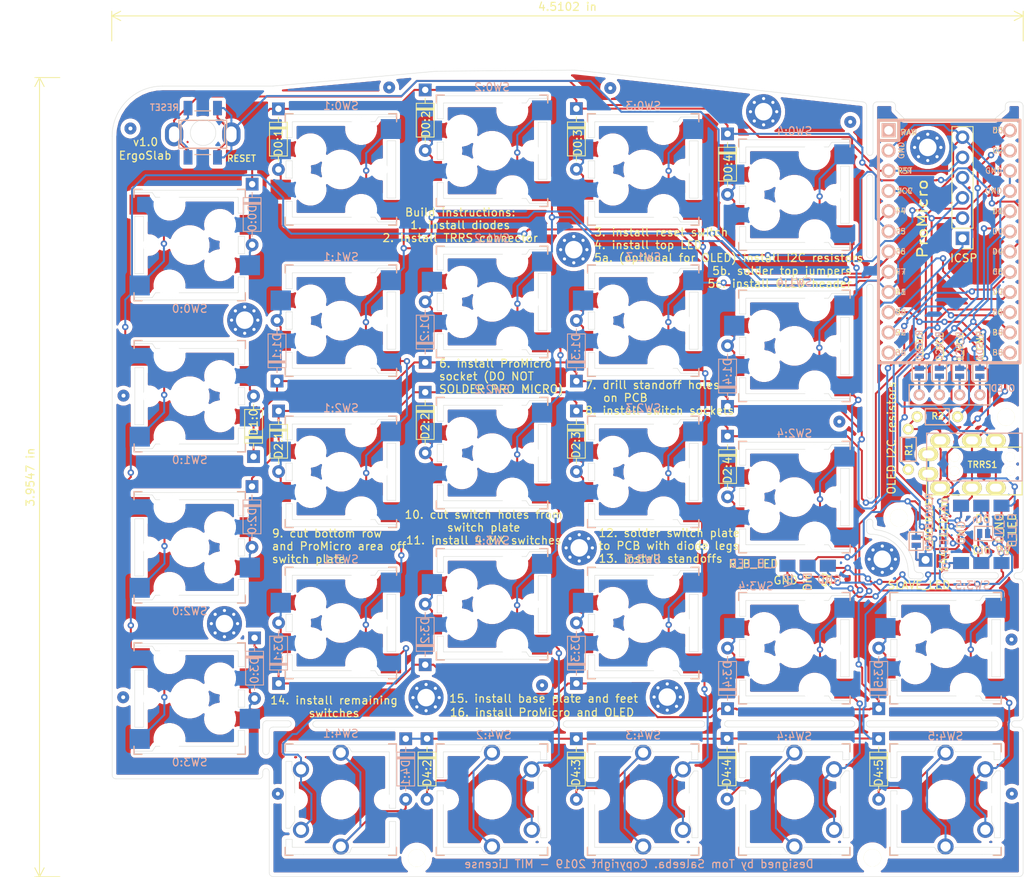
<source format=kicad_pcb>
(kicad_pcb (version 20171130) (host pcbnew 5.1.4)
  (layers (0 F.Cu signal) (31 B.Cu signal) (34 B.Paste user) (35 F.Paste user) (36 B.SilkS user) (37 F.SilkS user) (38 B.Mask user) (39 F.Mask user) (44 Edge.Cuts user))
  (net 0 "")
  (net 1 Row0)
  (net 2 Col0)
  (net 3 Col1)
  (net 4 Col2)
  (net 5 GND)
  (net 6 Reset)
  (net 7 data)
  (net 8 VCC)
  (net 9 Row1)
  (net 10 Row2)
  (net 11 Row3)
  (net 12 Col3)
  (net 13 Col4)
  (net 14 Col5)
  (net 15 Row4)
  (net 16 "Net-(D0:0-Pad2)")
  (net 17 "Net-(D0:1-Pad2)")
  (net 18 "Net-(D0:2-Pad2)")
  (net 19 "Net-(D0:3-Pad2)")
  (net 20 "Net-(D0:4-Pad2)")
  (net 21 "Net-(D1:0-Pad2)")
  (net 22 "Net-(D1:1-Pad2)")
  (net 23 "Net-(D1:2-Pad2)")
  (net 24 "Net-(D1:3-Pad2)")
  (net 25 "Net-(D1:4-Pad2)")
  (net 26 "Net-(D2:0-Pad2)")
  (net 27 "Net-(D2:1-Pad2)")
  (net 28 "Net-(D2:2-Pad2)")
  (net 29 "Net-(D2:3-Pad2)")
  (net 30 "Net-(D2:4-Pad2)")
  (net 31 "Net-(D3:0-Pad2)")
  (net 32 "Net-(D3:1-Pad2)")
  (net 33 "Net-(D3:2-Pad2)")
  (net 34 "Net-(D3:3-Pad2)")
  (net 35 "Net-(D3:4-Pad2)")
  (net 36 "Net-(D3:5-Pad2)")
  (net 37 "Net-(D4:1-Pad2)")
  (net 38 "Net-(D4:2-Pad2)")
  (net 39 "Net-(D4:3-Pad2)")
  (net 40 "Net-(D4:4-Pad2)")
  (net 41 "Net-(D4:5-Pad2)")
  (net 42 SCL)
  (net 43 SDA)
  (net 44 LED)
  (net 45 "Net-(JP1-Pad2)")
  (net 46 "Net-(JP2-Pad2)")
  (net 47 "Net-(JP3-Pad2)")
  (net 48 "Net-(JP4-Pad2)")
  (net 49 "Net-(PM1-Pad1)")
  (net 50 "Net-(PM1-Pad12)")
  (net 51 "Net-(PM1-Pad24)")
  (net 52 "Net-(J1-Pad2)")
  (net 53 "Net-(J2-Pad2)")
  (net 54 SLAVE_LED)
  (net 55 MOSI)
  (module footprints:Kailh_socket_reversible (layer F.Cu) (at 139.2 113.555)
    (fp_text reference SW3:3 (at 0 -8) (layer B.SilkS) (effects (justify mirror)))
    (fp_text value SW_Push)
    (pad 2 smd rect (at -7.56 2.54) (size 2.55 2.5) (layers F.Cu F.Paste F.Mask) (net 34 "Net-(D3:3-Pad2)"))
    (pad "" np_thru_hole circle (at -5.08 0) (size 1.7018 1.7018) (drill 1.7018) (layers *.Cu *.Mask))
    (pad "" np_thru_hole circle (at 5.08 0) (size 1.7018 1.7018) (drill 1.7018) (layers *.Cu *.Mask))
    (pad "" np_thru_hole circle (at 0 0) (size 3.9878 3.9878) (drill 3.9878) (layers *.Cu *.Mask))
    (pad "" np_thru_hole circle (at -3.81 -2.54) (size 3 3) (drill 3) (layers *.Cu *.Mask))
    (pad "" np_thru_hole circle (at 2.54 -5.08) (size 3 3) (drill 3) (layers *.Cu *.Mask))
    (pad 1 smd rect (at 6.29 5.08) (size 2.55 2.5) (layers F.Cu F.Paste F.Mask) (net 12 Col3))
    (pad "" np_thru_hole circle (at 2.54 5.08) (size 3 3) (drill 3) (layers *.Cu *.Mask))
    (pad "" np_thru_hole circle (at -3.81 2.54) (size 3 3) (drill 3) (layers *.Cu *.Mask))
    (pad 1 smd rect (at 6.29 -5.08) (size 2.55 2.5) (layers B.Cu B.Paste B.Mask) (net 12 Col3))
    (pad 2 smd rect (at -7.56 -2.54) (size 2.55 2.5) (layers B.Cu B.Paste B.Mask) (net 34 "Net-(D3:3-Pad2)"))
  )
  (module footprints:kailh-choc-solder-reversible (layer F.Cu) (at 177.195 135.745)
    (fp_text reference SW4:5 (at -0.015 -7.975) (layer B.SilkS) (effects (justify mirror)))
    (fp_text value SW_Push)
    (pad 2 thru_hole circle (at 0 -5.9 180) (size 2.032 2.032) (drill 1.27) (layers *.Cu *.Mask) (net 41 "Net-(D4:5-Pad2)"))
    (pad "" np_thru_hole circle (at -5.5 0) (size 1.7018 1.7018) (drill 1.7018) (layers *.Cu *.Mask))
    (pad "" np_thru_hole circle (at 5.5 0) (size 1.7018 1.7018) (drill 1.7018) (layers *.Cu *.Mask))
    (pad 2 thru_hole circle (at 0 5.9) (size 2.032 2.032) (drill 1.27) (layers *.Cu *.Mask) (net 41 "Net-(D4:5-Pad2)"))
    (pad 1 thru_hole circle (at 5 -3.8 180) (size 2.032 2.032) (drill 1.27) (layers *.Cu *.Mask) (net 14 Col5))
    (pad "" np_thru_hole circle (at 0 0) (size 3.429 3.429) (drill 3.429) (layers *.Cu *.Mask))
    (pad 1 thru_hole circle (at 5 3.8) (size 2.032 2.032) (drill 1.27) (layers *.Cu *.Mask) (net 14 Col5))
    (pad "" np_thru_hole circle (at 0 0) (size 3.9878 3.9878) (drill 3.9878) (layers *.Cu *.Mask))
  )
  (module footprints:kailh-choc-solder-reversible (layer F.Cu) (at 158.19 135.745)
    (fp_text reference SW4:4 (at -0.01 -7.945) (layer B.SilkS) (effects (justify mirror)))
    (fp_text value SW_Push)
    (pad 2 thru_hole circle (at 0 -5.9 180) (size 2.032 2.032) (drill 1.27) (layers *.Cu *.Mask) (net 40 "Net-(D4:4-Pad2)"))
    (pad "" np_thru_hole circle (at -5.5 0) (size 1.7018 1.7018) (drill 1.7018) (layers *.Cu *.Mask))
    (pad "" np_thru_hole circle (at 5.5 0) (size 1.7018 1.7018) (drill 1.7018) (layers *.Cu *.Mask))
    (pad 2 thru_hole circle (at 0 5.9) (size 2.032 2.032) (drill 1.27) (layers *.Cu *.Mask) (net 40 "Net-(D4:4-Pad2)"))
    (pad 1 thru_hole circle (at 5 -3.8 180) (size 2.032 2.032) (drill 1.27) (layers *.Cu *.Mask) (net 13 Col4))
    (pad "" np_thru_hole circle (at 0 0) (size 3.429 3.429) (drill 3.429) (layers *.Cu *.Mask))
    (pad 1 thru_hole circle (at 5 3.8) (size 2.032 2.032) (drill 1.27) (layers *.Cu *.Mask) (net 13 Col4))
    (pad "" np_thru_hole circle (at 0 0) (size 3.9878 3.9878) (drill 3.9878) (layers *.Cu *.Mask))
  )
  (module footprints:kailh-choc-solder-reversible (layer F.Cu) (at 139.19 135.75)
    (fp_text reference SW4:3 (at 0 -8.08) (layer B.SilkS) (effects (justify mirror)))
    (fp_text value SW_Push)
    (pad 2 thru_hole circle (at 0 -5.9 180) (size 2.032 2.032) (drill 1.27) (layers *.Cu *.Mask) (net 39 "Net-(D4:3-Pad2)"))
    (pad "" np_thru_hole circle (at -5.5 0) (size 1.7018 1.7018) (drill 1.7018) (layers *.Cu *.Mask))
    (pad "" np_thru_hole circle (at 5.5 0) (size 1.7018 1.7018) (drill 1.7018) (layers *.Cu *.Mask))
    (pad 2 thru_hole circle (at 0 5.9) (size 2.032 2.032) (drill 1.27) (layers *.Cu *.Mask) (net 39 "Net-(D4:3-Pad2)"))
    (pad 1 thru_hole circle (at 5 -3.8 180) (size 2.032 2.032) (drill 1.27) (layers *.Cu *.Mask) (net 12 Col3))
    (pad "" np_thru_hole circle (at 0 0) (size 3.429 3.429) (drill 3.429) (layers *.Cu *.Mask))
    (pad 1 thru_hole circle (at 5 3.8) (size 2.032 2.032) (drill 1.27) (layers *.Cu *.Mask) (net 12 Col3))
    (pad "" np_thru_hole circle (at 0 0) (size 3.9878 3.9878) (drill 3.9878) (layers *.Cu *.Mask))
  )
  (module footprints:kailh-choc-solder-reversible (layer F.Cu) (at 120.19 135.75)
    (fp_text reference SW4:2 (at 0.23 -8.12) (layer B.SilkS) (effects (justify mirror)))
    (fp_text value SW_Push)
    (pad 2 thru_hole circle (at 0 -5.9 180) (size 2.032 2.032) (drill 1.27) (layers *.Cu *.Mask) (net 38 "Net-(D4:2-Pad2)"))
    (pad "" np_thru_hole circle (at -5.5 0) (size 1.7018 1.7018) (drill 1.7018) (layers *.Cu *.Mask))
    (pad "" np_thru_hole circle (at 5.5 0) (size 1.7018 1.7018) (drill 1.7018) (layers *.Cu *.Mask))
    (pad 2 thru_hole circle (at 0 5.9) (size 2.032 2.032) (drill 1.27) (layers *.Cu *.Mask) (net 38 "Net-(D4:2-Pad2)"))
    (pad 1 thru_hole circle (at 5 -3.8 180) (size 2.032 2.032) (drill 1.27) (layers *.Cu *.Mask) (net 4 Col2))
    (pad "" np_thru_hole circle (at 0 0) (size 3.429 3.429) (drill 3.429) (layers *.Cu *.Mask))
    (pad 1 thru_hole circle (at 5 3.8) (size 2.032 2.032) (drill 1.27) (layers *.Cu *.Mask) (net 4 Col2))
    (pad "" np_thru_hole circle (at 0 0) (size 3.9878 3.9878) (drill 3.9878) (layers *.Cu *.Mask))
  )
  (module footprints:kailh-choc-solder-reversible (layer F.Cu) (at 101.19 135.75 180)
    (fp_text reference SW4:1 (at 0 8.3) (layer B.SilkS) (effects (justify mirror)))
    (fp_text value SW_Push)
    (pad 2 thru_hole circle (at 0 -5.9) (size 2.032 2.032) (drill 1.27) (layers *.Cu *.Mask) (net 37 "Net-(D4:1-Pad2)"))
    (pad "" np_thru_hole circle (at -5.5 0 180) (size 1.7018 1.7018) (drill 1.7018) (layers *.Cu *.Mask))
    (pad "" np_thru_hole circle (at 5.5 0 180) (size 1.7018 1.7018) (drill 1.7018) (layers *.Cu *.Mask))
    (pad 2 thru_hole circle (at 0 5.9 180) (size 2.032 2.032) (drill 1.27) (layers *.Cu *.Mask) (net 37 "Net-(D4:1-Pad2)"))
    (pad 1 thru_hole circle (at 5 -3.8) (size 2.032 2.032) (drill 1.27) (layers *.Cu *.Mask) (net 3 Col1))
    (pad "" np_thru_hole circle (at 0 0 180) (size 3.429 3.429) (drill 3.429) (layers *.Cu *.Mask))
    (pad 1 thru_hole circle (at 5 3.8 180) (size 2.032 2.032) (drill 1.27) (layers *.Cu *.Mask) (net 3 Col1))
    (pad "" np_thru_hole circle (at 0 0 180) (size 3.9878 3.9878) (drill 3.9878) (layers *.Cu *.Mask))
  )
  (module footprints:Kailh_socket_reversible (layer F.Cu) (at 158.2 116.725)
    (fp_text reference SW3:4 (at -4.85 -7.795) (layer B.SilkS) (effects (justify mirror)))
    (fp_text value SW_Push)
    (pad 2 smd rect (at -7.56 2.54) (size 2.55 2.5) (layers F.Cu F.Paste F.Mask) (net 35 "Net-(D3:4-Pad2)"))
    (pad "" np_thru_hole circle (at -5.08 0) (size 1.7018 1.7018) (drill 1.7018) (layers *.Cu *.Mask))
    (pad "" np_thru_hole circle (at 5.08 0) (size 1.7018 1.7018) (drill 1.7018) (layers *.Cu *.Mask))
    (pad "" np_thru_hole circle (at 0 0) (size 3.9878 3.9878) (drill 3.9878) (layers *.Cu *.Mask))
    (pad "" np_thru_hole circle (at -3.81 -2.54) (size 3 3) (drill 3) (layers *.Cu *.Mask))
    (pad "" np_thru_hole circle (at 2.54 -5.08) (size 3 3) (drill 3) (layers *.Cu *.Mask))
    (pad 1 smd rect (at 6.29 5.08) (size 2.55 2.5) (layers F.Cu F.Paste F.Mask) (net 13 Col4))
    (pad "" np_thru_hole circle (at 2.54 5.08) (size 3 3) (drill 3) (layers *.Cu *.Mask))
    (pad "" np_thru_hole circle (at -3.81 2.54) (size 3 3) (drill 3) (layers *.Cu *.Mask))
    (pad 1 smd rect (at 6.29 -5.08) (size 2.55 2.5) (layers B.Cu B.Paste B.Mask) (net 13 Col4))
    (pad 2 smd rect (at -7.56 -2.54) (size 2.55 2.5) (layers B.Cu B.Paste B.Mask) (net 35 "Net-(D3:4-Pad2)"))
  )
  (module footprints:Kailh_socket_reversible (layer F.Cu) (at 120.2 111.2)
    (fp_text reference SW3:2 (at 0 -8) (layer B.SilkS) (effects (justify mirror)))
    (fp_text value SW_Push)
    (pad 2 smd rect (at -7.56 2.54) (size 2.55 2.5) (layers F.Cu F.Paste F.Mask) (net 33 "Net-(D3:2-Pad2)"))
    (pad "" np_thru_hole circle (at -5.08 0) (size 1.7018 1.7018) (drill 1.7018) (layers *.Cu *.Mask))
    (pad "" np_thru_hole circle (at 5.08 0) (size 1.7018 1.7018) (drill 1.7018) (layers *.Cu *.Mask))
    (pad "" np_thru_hole circle (at 0 0) (size 3.9878 3.9878) (drill 3.9878) (layers *.Cu *.Mask))
    (pad "" np_thru_hole circle (at -3.81 -2.54) (size 3 3) (drill 3) (layers *.Cu *.Mask))
    (pad "" np_thru_hole circle (at 2.54 -5.08) (size 3 3) (drill 3) (layers *.Cu *.Mask))
    (pad 1 smd rect (at 6.29 5.08) (size 2.55 2.5) (layers F.Cu F.Paste F.Mask) (net 4 Col2))
    (pad "" np_thru_hole circle (at 2.54 5.08) (size 3 3) (drill 3) (layers *.Cu *.Mask))
    (pad "" np_thru_hole circle (at -3.81 2.54) (size 3 3) (drill 3) (layers *.Cu *.Mask))
    (pad 1 smd rect (at 6.29 -5.08) (size 2.55 2.5) (layers B.Cu B.Paste B.Mask) (net 4 Col2))
    (pad 2 smd rect (at -7.56 -2.54) (size 2.55 2.5) (layers B.Cu B.Paste B.Mask) (net 33 "Net-(D3:2-Pad2)"))
  )
  (module footprints:Kailh_socket_reversible (layer F.Cu) (at 101.2 113.55)
    (fp_text reference SW3:1 (at 0 -8) (layer B.SilkS) (effects (justify mirror)))
    (fp_text value SW_Push)
    (pad 2 smd rect (at -7.56 2.54) (size 2.55 2.5) (layers F.Cu F.Paste F.Mask) (net 32 "Net-(D3:1-Pad2)"))
    (pad "" np_thru_hole circle (at -5.08 0) (size 1.7018 1.7018) (drill 1.7018) (layers *.Cu *.Mask))
    (pad "" np_thru_hole circle (at 5.08 0) (size 1.7018 1.7018) (drill 1.7018) (layers *.Cu *.Mask))
    (pad "" np_thru_hole circle (at 0 0) (size 3.9878 3.9878) (drill 3.9878) (layers *.Cu *.Mask))
    (pad "" np_thru_hole circle (at -3.81 -2.54) (size 3 3) (drill 3) (layers *.Cu *.Mask))
    (pad "" np_thru_hole circle (at 2.54 -5.08) (size 3 3) (drill 3) (layers *.Cu *.Mask))
    (pad 1 smd rect (at 6.29 5.08) (size 2.55 2.5) (layers F.Cu F.Paste F.Mask) (net 3 Col1))
    (pad "" np_thru_hole circle (at 2.54 5.08) (size 3 3) (drill 3) (layers *.Cu *.Mask))
    (pad "" np_thru_hole circle (at -3.81 2.54) (size 3 3) (drill 3) (layers *.Cu *.Mask))
    (pad 1 smd rect (at 6.29 -5.08) (size 2.55 2.5) (layers B.Cu B.Paste B.Mask) (net 3 Col1))
    (pad 2 smd rect (at -7.56 -2.54) (size 2.55 2.5) (layers B.Cu B.Paste B.Mask) (net 32 "Net-(D3:1-Pad2)"))
  )
  (module footprints:Kailh_socket_reversible (layer F.Cu) (at 82.2 123.05 180)
    (fp_text reference SW3:0 (at 0 -8) (layer B.SilkS) (effects (justify mirror)))
    (fp_text value SW_Push)
    (pad 2 smd rect (at -7.56 2.54 180) (size 2.55 2.5) (layers F.Cu F.Paste F.Mask) (net 31 "Net-(D3:0-Pad2)"))
    (pad "" np_thru_hole circle (at -5.08 0 180) (size 1.7018 1.7018) (drill 1.7018) (layers *.Cu *.Mask))
    (pad "" np_thru_hole circle (at 5.08 0 180) (size 1.7018 1.7018) (drill 1.7018) (layers *.Cu *.Mask))
    (pad "" np_thru_hole circle (at 0 0 180) (size 3.9878 3.9878) (drill 3.9878) (layers *.Cu *.Mask))
    (pad "" np_thru_hole circle (at -3.81 -2.54 180) (size 3 3) (drill 3) (layers *.Cu *.Mask))
    (pad "" np_thru_hole circle (at 2.54 -5.08 180) (size 3 3) (drill 3) (layers *.Cu *.Mask))
    (pad 1 smd rect (at 6.29 5.08 180) (size 2.55 2.5) (layers F.Cu F.Paste F.Mask) (net 2 Col0))
    (pad "" np_thru_hole circle (at 2.54 5.08 180) (size 3 3) (drill 3) (layers *.Cu *.Mask))
    (pad "" np_thru_hole circle (at -3.81 2.54 180) (size 3 3) (drill 3) (layers *.Cu *.Mask))
    (pad 1 smd rect (at 6.29 -5.08 180) (size 2.55 2.5) (layers B.Cu B.Paste B.Mask) (net 2 Col0))
    (pad 2 smd rect (at -7.56 -2.54 180) (size 2.55 2.5) (layers B.Cu B.Paste B.Mask) (net 31 "Net-(D3:0-Pad2)"))
  )
  (module footprints:Kailh_socket_reversible (layer F.Cu) (at 158.2 97.725)
    (fp_text reference SW2:4 (at 0 -8) (layer B.SilkS) (effects (justify mirror)))
    (fp_text value SW_Push)
    (pad 2 smd rect (at -7.56 2.54) (size 2.55 2.5) (layers F.Cu F.Paste F.Mask) (net 30 "Net-(D2:4-Pad2)"))
    (pad "" np_thru_hole circle (at -5.08 0) (size 1.7018 1.7018) (drill 1.7018) (layers *.Cu *.Mask))
    (pad "" np_thru_hole circle (at 5.08 0) (size 1.7018 1.7018) (drill 1.7018) (layers *.Cu *.Mask))
    (pad "" np_thru_hole circle (at 0 0) (size 3.9878 3.9878) (drill 3.9878) (layers *.Cu *.Mask))
    (pad "" np_thru_hole circle (at -3.81 -2.54) (size 3 3) (drill 3) (layers *.Cu *.Mask))
    (pad "" np_thru_hole circle (at 2.54 -5.08) (size 3 3) (drill 3) (layers *.Cu *.Mask))
    (pad 1 smd rect (at 6.29 5.08) (size 2.55 2.5) (layers F.Cu F.Paste F.Mask) (net 13 Col4))
    (pad "" np_thru_hole circle (at 2.54 5.08) (size 3 3) (drill 3) (layers *.Cu *.Mask))
    (pad "" np_thru_hole circle (at -3.81 2.54) (size 3 3) (drill 3) (layers *.Cu *.Mask))
    (pad 1 smd rect (at 6.29 -5.08) (size 2.55 2.5) (layers B.Cu B.Paste B.Mask) (net 13 Col4))
    (pad 2 smd rect (at -7.56 -2.54) (size 2.55 2.5) (layers B.Cu B.Paste B.Mask) (net 30 "Net-(D2:4-Pad2)"))
  )
  (module footprints:Kailh_socket_reversible (layer F.Cu) (at 139.2 94.555)
    (fp_text reference SW2:3 (at 0 -8) (layer B.SilkS) (effects (justify mirror)))
    (fp_text value SW_Push)
    (pad 2 smd rect (at -7.56 2.54) (size 2.55 2.5) (layers F.Cu F.Paste F.Mask) (net 29 "Net-(D2:3-Pad2)"))
    (pad "" np_thru_hole circle (at -5.08 0) (size 1.7018 1.7018) (drill 1.7018) (layers *.Cu *.Mask))
    (pad "" np_thru_hole circle (at 5.08 0) (size 1.7018 1.7018) (drill 1.7018) (layers *.Cu *.Mask))
    (pad "" np_thru_hole circle (at 0 0) (size 3.9878 3.9878) (drill 3.9878) (layers *.Cu *.Mask))
    (pad "" np_thru_hole circle (at -3.81 -2.54) (size 3 3) (drill 3) (layers *.Cu *.Mask))
    (pad "" np_thru_hole circle (at 2.54 -5.08) (size 3 3) (drill 3) (layers *.Cu *.Mask))
    (pad 1 smd rect (at 6.29 5.08) (size 2.55 2.5) (layers F.Cu F.Paste F.Mask) (net 12 Col3))
    (pad "" np_thru_hole circle (at 2.54 5.08) (size 3 3) (drill 3) (layers *.Cu *.Mask))
    (pad "" np_thru_hole circle (at -3.81 2.54) (size 3 3) (drill 3) (layers *.Cu *.Mask))
    (pad 1 smd rect (at 6.29 -5.08) (size 2.55 2.5) (layers B.Cu B.Paste B.Mask) (net 12 Col3))
    (pad 2 smd rect (at -7.56 -2.54) (size 2.55 2.5) (layers B.Cu B.Paste B.Mask) (net 29 "Net-(D2:3-Pad2)"))
  )
  (module footprints:Kailh_socket_reversible (layer F.Cu) (at 120.2 92.2)
    (fp_text reference SW2:2 (at 0 -8) (layer B.SilkS) (effects (justify mirror)))
    (fp_text value SW_Push)
    (pad 2 smd rect (at -7.56 2.54) (size 2.55 2.5) (layers F.Cu F.Paste F.Mask) (net 28 "Net-(D2:2-Pad2)"))
    (pad "" np_thru_hole circle (at -5.08 0) (size 1.7018 1.7018) (drill 1.7018) (layers *.Cu *.Mask))
    (pad "" np_thru_hole circle (at 5.08 0) (size 1.7018 1.7018) (drill 1.7018) (layers *.Cu *.Mask))
    (pad "" np_thru_hole circle (at 0 0) (size 3.9878 3.9878) (drill 3.9878) (layers *.Cu *.Mask))
    (pad "" np_thru_hole circle (at -3.81 -2.54) (size 3 3) (drill 3) (layers *.Cu *.Mask))
    (pad "" np_thru_hole circle (at 2.54 -5.08) (size 3 3) (drill 3) (layers *.Cu *.Mask))
    (pad 1 smd rect (at 6.29 5.08) (size 2.55 2.5) (layers F.Cu F.Paste F.Mask) (net 4 Col2))
    (pad "" np_thru_hole circle (at 2.54 5.08) (size 3 3) (drill 3) (layers *.Cu *.Mask))
    (pad "" np_thru_hole circle (at -3.81 2.54) (size 3 3) (drill 3) (layers *.Cu *.Mask))
    (pad 1 smd rect (at 6.29 -5.08) (size 2.55 2.5) (layers B.Cu B.Paste B.Mask) (net 4 Col2))
    (pad 2 smd rect (at -7.56 -2.54) (size 2.55 2.5) (layers B.Cu B.Paste B.Mask) (net 28 "Net-(D2:2-Pad2)"))
  )
  (module footprints:Kailh_socket_reversible (layer F.Cu) (at 101.2 94.55)
    (fp_text reference SW2:1 (at 0 -8) (layer B.SilkS) (effects (justify mirror)))
    (fp_text value SW_Push)
    (pad 2 smd rect (at -7.56 2.54) (size 2.55 2.5) (layers F.Cu F.Paste F.Mask) (net 27 "Net-(D2:1-Pad2)"))
    (pad "" np_thru_hole circle (at -5.08 0) (size 1.7018 1.7018) (drill 1.7018) (layers *.Cu *.Mask))
    (pad "" np_thru_hole circle (at 5.08 0) (size 1.7018 1.7018) (drill 1.7018) (layers *.Cu *.Mask))
    (pad "" np_thru_hole circle (at 0 0) (size 3.9878 3.9878) (drill 3.9878) (layers *.Cu *.Mask))
    (pad "" np_thru_hole circle (at -3.81 -2.54) (size 3 3) (drill 3) (layers *.Cu *.Mask))
    (pad "" np_thru_hole circle (at 2.54 -5.08) (size 3 3) (drill 3) (layers *.Cu *.Mask))
    (pad 1 smd rect (at 6.29 5.08) (size 2.55 2.5) (layers F.Cu F.Paste F.Mask) (net 3 Col1))
    (pad "" np_thru_hole circle (at 2.54 5.08) (size 3 3) (drill 3) (layers *.Cu *.Mask))
    (pad "" np_thru_hole circle (at -3.81 2.54) (size 3 3) (drill 3) (layers *.Cu *.Mask))
    (pad 1 smd rect (at 6.29 -5.08) (size 2.55 2.5) (layers B.Cu B.Paste B.Mask) (net 3 Col1))
    (pad 2 smd rect (at -7.56 -2.54) (size 2.55 2.5) (layers B.Cu B.Paste B.Mask) (net 27 "Net-(D2:1-Pad2)"))
  )
  (module footprints:Kailh_socket_reversible (layer F.Cu) (at 82.2 104.05 180)
    (fp_text reference SW2:0 (at 0 -8) (layer B.SilkS) (effects (justify mirror)))
    (fp_text value SW_Push)
    (pad 2 smd rect (at -7.56 2.54 180) (size 2.55 2.5) (layers F.Cu F.Paste F.Mask) (net 26 "Net-(D2:0-Pad2)"))
    (pad "" np_thru_hole circle (at -5.08 0 180) (size 1.7018 1.7018) (drill 1.7018) (layers *.Cu *.Mask))
    (pad "" np_thru_hole circle (at 5.08 0 180) (size 1.7018 1.7018) (drill 1.7018) (layers *.Cu *.Mask))
    (pad "" np_thru_hole circle (at 0 0 180) (size 3.9878 3.9878) (drill 3.9878) (layers *.Cu *.Mask))
    (pad "" np_thru_hole circle (at -3.81 -2.54 180) (size 3 3) (drill 3) (layers *.Cu *.Mask))
    (pad "" np_thru_hole circle (at 2.54 -5.08 180) (size 3 3) (drill 3) (layers *.Cu *.Mask))
    (pad 1 smd rect (at 6.29 5.08 180) (size 2.55 2.5) (layers F.Cu F.Paste F.Mask) (net 2 Col0))
    (pad "" np_thru_hole circle (at 2.54 5.08 180) (size 3 3) (drill 3) (layers *.Cu *.Mask))
    (pad "" np_thru_hole circle (at -3.81 2.54 180) (size 3 3) (drill 3) (layers *.Cu *.Mask))
    (pad 1 smd rect (at 6.29 -5.08 180) (size 2.55 2.5) (layers B.Cu B.Paste B.Mask) (net 2 Col0))
    (pad 2 smd rect (at -7.56 -2.54 180) (size 2.55 2.5) (layers B.Cu B.Paste B.Mask) (net 26 "Net-(D2:0-Pad2)"))
  )
  (module footprints:Kailh_socket_reversible (layer F.Cu) (at 158.2 78.725)
    (fp_text reference SW1:4 (at 0 -8) (layer B.SilkS) (effects (justify mirror)))
    (fp_text value SW_Push)
    (pad 2 smd rect (at -7.56 2.54) (size 2.55 2.5) (layers F.Cu F.Paste F.Mask) (net 25 "Net-(D1:4-Pad2)"))
    (pad "" np_thru_hole circle (at -5.08 0) (size 1.7018 1.7018) (drill 1.7018) (layers *.Cu *.Mask))
    (pad "" np_thru_hole circle (at 5.08 0) (size 1.7018 1.7018) (drill 1.7018) (layers *.Cu *.Mask))
    (pad "" np_thru_hole circle (at 0 0) (size 3.9878 3.9878) (drill 3.9878) (layers *.Cu *.Mask))
    (pad "" np_thru_hole circle (at -3.81 -2.54) (size 3 3) (drill 3) (layers *.Cu *.Mask))
    (pad "" np_thru_hole circle (at 2.54 -5.08) (size 3 3) (drill 3) (layers *.Cu *.Mask))
    (pad 1 smd rect (at 6.29 5.08) (size 2.55 2.5) (layers F.Cu F.Paste F.Mask) (net 13 Col4))
    (pad "" np_thru_hole circle (at 2.54 5.08) (size 3 3) (drill 3) (layers *.Cu *.Mask))
    (pad "" np_thru_hole circle (at -3.81 2.54) (size 3 3) (drill 3) (layers *.Cu *.Mask))
    (pad 1 smd rect (at 6.29 -5.08) (size 2.55 2.5) (layers B.Cu B.Paste B.Mask) (net 13 Col4))
    (pad 2 smd rect (at -7.56 -2.54) (size 2.55 2.5) (layers B.Cu B.Paste B.Mask) (net 25 "Net-(D1:4-Pad2)"))
  )
  (module footprints:Kailh_socket_reversible (layer F.Cu) (at 139.2 75.555)
    (fp_text reference SW1:3 (at 0 -8) (layer B.SilkS) (effects (justify mirror)))
    (fp_text value SW_Push)
    (pad 2 smd rect (at -7.56 2.54) (size 2.55 2.5) (layers F.Cu F.Paste F.Mask) (net 24 "Net-(D1:3-Pad2)"))
    (pad "" np_thru_hole circle (at -5.08 0) (size 1.7018 1.7018) (drill 1.7018) (layers *.Cu *.Mask))
    (pad "" np_thru_hole circle (at 5.08 0) (size 1.7018 1.7018) (drill 1.7018) (layers *.Cu *.Mask))
    (pad "" np_thru_hole circle (at 0 0) (size 3.9878 3.9878) (drill 3.9878) (layers *.Cu *.Mask))
    (pad "" np_thru_hole circle (at -3.81 -2.54) (size 3 3) (drill 3) (layers *.Cu *.Mask))
    (pad "" np_thru_hole circle (at 2.54 -5.08) (size 3 3) (drill 3) (layers *.Cu *.Mask))
    (pad 1 smd rect (at 6.29 5.08) (size 2.55 2.5) (layers F.Cu F.Paste F.Mask) (net 12 Col3))
    (pad "" np_thru_hole circle (at 2.54 5.08) (size 3 3) (drill 3) (layers *.Cu *.Mask))
    (pad "" np_thru_hole circle (at -3.81 2.54) (size 3 3) (drill 3) (layers *.Cu *.Mask))
    (pad 1 smd rect (at 6.29 -5.08) (size 2.55 2.5) (layers B.Cu B.Paste B.Mask) (net 12 Col3))
    (pad 2 smd rect (at -7.56 -2.54) (size 2.55 2.5) (layers B.Cu B.Paste B.Mask) (net 24 "Net-(D1:3-Pad2)"))
  )
  (module footprints:Kailh_socket_reversible (layer F.Cu) (at 120.2 73.2)
    (fp_text reference SW1:2 (at 0 -8) (layer B.SilkS) (effects (justify mirror)))
    (fp_text value SW_Push)
    (pad 2 smd rect (at -7.56 2.54) (size 2.55 2.5) (layers F.Cu F.Paste F.Mask) (net 23 "Net-(D1:2-Pad2)"))
    (pad "" np_thru_hole circle (at -5.08 0) (size 1.7018 1.7018) (drill 1.7018) (layers *.Cu *.Mask))
    (pad "" np_thru_hole circle (at 5.08 0) (size 1.7018 1.7018) (drill 1.7018) (layers *.Cu *.Mask))
    (pad "" np_thru_hole circle (at 0 0) (size 3.9878 3.9878) (drill 3.9878) (layers *.Cu *.Mask))
    (pad "" np_thru_hole circle (at -3.81 -2.54) (size 3 3) (drill 3) (layers *.Cu *.Mask))
    (pad "" np_thru_hole circle (at 2.54 -5.08) (size 3 3) (drill 3) (layers *.Cu *.Mask))
    (pad 1 smd rect (at 6.29 5.08) (size 2.55 2.5) (layers F.Cu F.Paste F.Mask) (net 4 Col2))
    (pad "" np_thru_hole circle (at 2.54 5.08) (size 3 3) (drill 3) (layers *.Cu *.Mask))
    (pad "" np_thru_hole circle (at -3.81 2.54) (size 3 3) (drill 3) (layers *.Cu *.Mask))
    (pad 1 smd rect (at 6.29 -5.08) (size 2.55 2.5) (layers B.Cu B.Paste B.Mask) (net 4 Col2))
    (pad 2 smd rect (at -7.56 -2.54) (size 2.55 2.5) (layers B.Cu B.Paste B.Mask) (net 23 "Net-(D1:2-Pad2)"))
  )
  (module footprints:Kailh_socket_reversible (layer F.Cu) (at 101.2 75.55)
    (fp_text reference SW1:1 (at 0 -8) (layer B.SilkS) (effects (justify mirror)))
    (fp_text value SW_Push)
    (pad 2 smd rect (at -7.56 2.54) (size 2.55 2.5) (layers F.Cu F.Paste F.Mask) (net 22 "Net-(D1:1-Pad2)"))
    (pad "" np_thru_hole circle (at -5.08 0) (size 1.7018 1.7018) (drill 1.7018) (layers *.Cu *.Mask))
    (pad "" np_thru_hole circle (at 5.08 0) (size 1.7018 1.7018) (drill 1.7018) (layers *.Cu *.Mask))
    (pad "" np_thru_hole circle (at 0 0) (size 3.9878 3.9878) (drill 3.9878) (layers *.Cu *.Mask))
    (pad "" np_thru_hole circle (at -3.81 -2.54) (size 3 3) (drill 3) (layers *.Cu *.Mask))
    (pad "" np_thru_hole circle (at 2.54 -5.08) (size 3 3) (drill 3) (layers *.Cu *.Mask))
    (pad 1 smd rect (at 6.29 5.08) (size 2.55 2.5) (layers F.Cu F.Paste F.Mask) (net 3 Col1))
    (pad "" np_thru_hole circle (at 2.54 5.08) (size 3 3) (drill 3) (layers *.Cu *.Mask))
    (pad "" np_thru_hole circle (at -3.81 2.54) (size 3 3) (drill 3) (layers *.Cu *.Mask))
    (pad 1 smd rect (at 6.29 -5.08) (size 2.55 2.5) (layers B.Cu B.Paste B.Mask) (net 3 Col1))
    (pad 2 smd rect (at -7.56 -2.54) (size 2.55 2.5) (layers B.Cu B.Paste B.Mask) (net 22 "Net-(D1:1-Pad2)"))
  )
  (module footprints:Kailh_socket_reversible (layer F.Cu) (at 82.2075 85.05 180)
    (fp_text reference SW1:0 (at 0 -8) (layer B.SilkS) (effects (justify mirror)))
    (fp_text value SW_Push)
    (pad 2 smd rect (at -7.56 2.54 180) (size 2.55 2.5) (layers F.Cu F.Paste F.Mask) (net 21 "Net-(D1:0-Pad2)"))
    (pad "" np_thru_hole circle (at -5.08 0 180) (size 1.7018 1.7018) (drill 1.7018) (layers *.Cu *.Mask))
    (pad "" np_thru_hole circle (at 5.08 0 180) (size 1.7018 1.7018) (drill 1.7018) (layers *.Cu *.Mask))
    (pad "" np_thru_hole circle (at 0 0 180) (size 3.9878 3.9878) (drill 3.9878) (layers *.Cu *.Mask))
    (pad "" np_thru_hole circle (at -3.81 -2.54 180) (size 3 3) (drill 3) (layers *.Cu *.Mask))
    (pad "" np_thru_hole circle (at 2.54 -5.08 180) (size 3 3) (drill 3) (layers *.Cu *.Mask))
    (pad 1 smd rect (at 6.29 5.08 180) (size 2.55 2.5) (layers F.Cu F.Paste F.Mask) (net 2 Col0))
    (pad "" np_thru_hole circle (at 2.54 5.08 180) (size 3 3) (drill 3) (layers *.Cu *.Mask))
    (pad "" np_thru_hole circle (at -3.81 2.54 180) (size 3 3) (drill 3) (layers *.Cu *.Mask))
    (pad 1 smd rect (at 6.29 -5.08 180) (size 2.55 2.5) (layers B.Cu B.Paste B.Mask) (net 2 Col0))
    (pad 2 smd rect (at -7.56 -2.54 180) (size 2.55 2.5) (layers B.Cu B.Paste B.Mask) (net 21 "Net-(D1:0-Pad2)"))
  )
  (module footprints:Kailh_socket_reversible (layer F.Cu) (at 158.2 59.725)
    (fp_text reference SW0:4 (at 0 -8) (layer B.SilkS) (effects (justify mirror)))
    (fp_text value SW_Push)
    (pad 2 smd rect (at -7.56 2.54) (size 2.55 2.5) (layers F.Cu F.Paste F.Mask) (net 20 "Net-(D0:4-Pad2)"))
    (pad "" np_thru_hole circle (at -5.08 0) (size 1.7018 1.7018) (drill 1.7018) (layers *.Cu *.Mask))
    (pad "" np_thru_hole circle (at 5.08 0) (size 1.7018 1.7018) (drill 1.7018) (layers *.Cu *.Mask))
    (pad "" np_thru_hole circle (at 0 0) (size 3.9878 3.9878) (drill 3.9878) (layers *.Cu *.Mask))
    (pad "" np_thru_hole circle (at -3.81 -2.54) (size 3 3) (drill 3) (layers *.Cu *.Mask))
    (pad "" np_thru_hole circle (at 2.54 -5.08) (size 3 3) (drill 3) (layers *.Cu *.Mask))
    (pad 1 smd rect (at 6.29 5.08) (size 2.55 2.5) (layers F.Cu F.Paste F.Mask) (net 13 Col4))
    (pad "" np_thru_hole circle (at 2.54 5.08) (size 3 3) (drill 3) (layers *.Cu *.Mask))
    (pad "" np_thru_hole circle (at -3.81 2.54) (size 3 3) (drill 3) (layers *.Cu *.Mask))
    (pad 1 smd rect (at 6.29 -5.08) (size 2.55 2.5) (layers B.Cu B.Paste B.Mask) (net 13 Col4))
    (pad 2 smd rect (at -7.56 -2.54) (size 2.55 2.5) (layers B.Cu B.Paste B.Mask) (net 20 "Net-(D0:4-Pad2)"))
  )
  (module footprints:Kailh_socket_reversible (layer F.Cu) (at 139.2 56.555)
    (fp_text reference SW0:3 (at 0 -8) (layer B.SilkS) (effects (justify mirror)))
    (fp_text value SW_Push)
    (pad 2 smd rect (at -7.56 2.54) (size 2.55 2.5) (layers F.Cu F.Paste F.Mask) (net 19 "Net-(D0:3-Pad2)"))
    (pad "" np_thru_hole circle (at -5.08 0) (size 1.7018 1.7018) (drill 1.7018) (layers *.Cu *.Mask))
    (pad "" np_thru_hole circle (at 5.08 0) (size 1.7018 1.7018) (drill 1.7018) (layers *.Cu *.Mask))
    (pad "" np_thru_hole circle (at 0 0) (size 3.9878 3.9878) (drill 3.9878) (layers *.Cu *.Mask))
    (pad "" np_thru_hole circle (at -3.81 -2.54) (size 3 3) (drill 3) (layers *.Cu *.Mask))
    (pad "" np_thru_hole circle (at 2.54 -5.08) (size 3 3) (drill 3) (layers *.Cu *.Mask))
    (pad 1 smd rect (at 6.29 5.08) (size 2.55 2.5) (layers F.Cu F.Paste F.Mask) (net 12 Col3))
    (pad "" np_thru_hole circle (at 2.54 5.08) (size 3 3) (drill 3) (layers *.Cu *.Mask))
    (pad "" np_thru_hole circle (at -3.81 2.54) (size 3 3) (drill 3) (layers *.Cu *.Mask))
    (pad 1 smd rect (at 6.29 -5.08) (size 2.55 2.5) (layers B.Cu B.Paste B.Mask) (net 12 Col3))
    (pad 2 smd rect (at -7.56 -2.54) (size 2.55 2.5) (layers B.Cu B.Paste B.Mask) (net 19 "Net-(D0:3-Pad2)"))
  )
  (module footprints:Kailh_socket_reversible (layer F.Cu) (at 120.2 54.2)
    (fp_text reference SW0:2 (at 0 -8) (layer B.SilkS) (effects (justify mirror)))
    (fp_text value SW_Push)
    (pad 2 smd rect (at -7.56 2.54) (size 2.55 2.5) (layers F.Cu F.Paste F.Mask) (net 18 "Net-(D0:2-Pad2)"))
    (pad "" np_thru_hole circle (at -5.08 0) (size 1.7018 1.7018) (drill 1.7018) (layers *.Cu *.Mask))
    (pad "" np_thru_hole circle (at 5.08 0) (size 1.7018 1.7018) (drill 1.7018) (layers *.Cu *.Mask))
    (pad "" np_thru_hole circle (at 0 0) (size 3.9878 3.9878) (drill 3.9878) (layers *.Cu *.Mask))
    (pad "" np_thru_hole circle (at -3.81 -2.54) (size 3 3) (drill 3) (layers *.Cu *.Mask))
    (pad "" np_thru_hole circle (at 2.54 -5.08) (size 3 3) (drill 3) (layers *.Cu *.Mask))
    (pad 1 smd rect (at 6.29 5.08) (size 2.55 2.5) (layers F.Cu F.Paste F.Mask) (net 4 Col2))
    (pad "" np_thru_hole circle (at 2.54 5.08) (size 3 3) (drill 3) (layers *.Cu *.Mask))
    (pad "" np_thru_hole circle (at -3.81 2.54) (size 3 3) (drill 3) (layers *.Cu *.Mask))
    (pad 1 smd rect (at 6.29 -5.08) (size 2.55 2.5) (layers B.Cu B.Paste B.Mask) (net 4 Col2))
    (pad 2 smd rect (at -7.56 -2.54) (size 2.55 2.5) (layers B.Cu B.Paste B.Mask) (net 18 "Net-(D0:2-Pad2)"))
  )
  (module footprints:Kailh_socket_reversible (layer F.Cu) (at 101.2 56.55)
    (fp_text reference SW0:1 (at 0 -8) (layer B.SilkS) (effects (justify mirror)))
    (fp_text value SW_Push)
    (pad 2 smd rect (at -7.56 2.54) (size 2.55 2.5) (layers F.Cu F.Paste F.Mask) (net 17 "Net-(D0:1-Pad2)"))
    (pad "" np_thru_hole circle (at -5.08 0) (size 1.7018 1.7018) (drill 1.7018) (layers *.Cu *.Mask))
    (pad "" np_thru_hole circle (at 5.08 0) (size 1.7018 1.7018) (drill 1.7018) (layers *.Cu *.Mask))
    (pad "" np_thru_hole circle (at 0 0) (size 3.9878 3.9878) (drill 3.9878) (layers *.Cu *.Mask))
    (pad "" np_thru_hole circle (at -3.81 -2.54) (size 3 3) (drill 3) (layers *.Cu *.Mask))
    (pad "" np_thru_hole circle (at 2.54 -5.08) (size 3 3) (drill 3) (layers *.Cu *.Mask))
    (pad 1 smd rect (at 6.29 5.08) (size 2.55 2.5) (layers F.Cu F.Paste F.Mask) (net 3 Col1))
    (pad "" np_thru_hole circle (at 2.54 5.08) (size 3 3) (drill 3) (layers *.Cu *.Mask))
    (pad "" np_thru_hole circle (at -3.81 2.54) (size 3 3) (drill 3) (layers *.Cu *.Mask))
    (pad 1 smd rect (at 6.29 -5.08) (size 2.55 2.5) (layers B.Cu B.Paste B.Mask) (net 3 Col1))
    (pad 2 smd rect (at -7.56 -2.54) (size 2.55 2.5) (layers B.Cu B.Paste B.Mask) (net 17 "Net-(D0:1-Pad2)"))
  )
  (module footprints:Kailh_socket_reversible (layer F.Cu) (at 82.2 66.05 180)
    (fp_text reference SW0:0 (at 0 -8) (layer B.SilkS) (effects (justify mirror)))
    (fp_text value SW_Push)
    (pad 2 smd rect (at -7.56 2.54 180) (size 2.55 2.5) (layers F.Cu F.Paste F.Mask) (net 16 "Net-(D0:0-Pad2)"))
    (pad "" np_thru_hole circle (at -5.08 0 180) (size 1.7018 1.7018) (drill 1.7018) (layers *.Cu *.Mask))
    (pad "" np_thru_hole circle (at 5.08 0 180) (size 1.7018 1.7018) (drill 1.7018) (layers *.Cu *.Mask))
    (pad "" np_thru_hole circle (at 0 0 180) (size 3.9878 3.9878) (drill 3.9878) (layers *.Cu *.Mask))
    (pad "" np_thru_hole circle (at -3.81 -2.54 180) (size 3 3) (drill 3) (layers *.Cu *.Mask))
    (pad "" np_thru_hole circle (at 2.54 -5.08 180) (size 3 3) (drill 3) (layers *.Cu *.Mask))
    (pad 1 smd rect (at 6.29 5.08 180) (size 2.55 2.5) (layers F.Cu F.Paste F.Mask) (net 2 Col0))
    (pad "" np_thru_hole circle (at 2.54 5.08 180) (size 3 3) (drill 3) (layers *.Cu *.Mask))
    (pad "" np_thru_hole circle (at -3.81 2.54 180) (size 3 3) (drill 3) (layers *.Cu *.Mask))
    (pad 1 smd rect (at 6.29 -5.08 180) (size 2.55 2.5) (layers B.Cu B.Paste B.Mask) (net 2 Col0))
    (pad 2 smd rect (at -7.56 -2.54 180) (size 2.55 2.5) (layers B.Cu B.Paste B.Mask) (net 16 "Net-(D0:0-Pad2)"))
  )
  (module footprints:Jumper (layer B.Cu) (at 173.51 103.29 90)
    (fp_text reference JP11 hide)
    (fp_text value R_NO_B_LED (at 2.38 1.6 90) (layer B.SilkS) (effects (font (size 0.8128 0.8128)) (justify mirror)))
    (pad 1 smd rect (at -0.50038 0 90) (size 0.635 1.143) (layers B.Cu B.Paste B.Mask) (net 54 SLAVE_LED) (clearance 0.1905))
    (pad 2 smd rect (at 0.50038 0 90) (size 0.635 1.143) (layers B.Cu B.Paste B.Mask) (net 53 "Net-(J2-Pad2)") (clearance 0.1905))
  )
  (module footprints:Jumper (layer F.Cu) (at 173.51 103.28 90)
    (fp_text reference JP10 hide)
    (fp_text value L_NO_B_LED (at 2.41 1.62 90) (layer F.SilkS) (effects (font (size 0.8128 0.8128))))
    (pad 1 smd rect (at -0.50038 0 90) (size 0.635 1.143) (layers F.Cu F.Paste F.Mask) (net 54 SLAVE_LED) (clearance 0.1905))
    (pad 2 smd rect (at 0.50038 0 90) (size 0.635 1.143) (layers F.Cu F.Paste F.Mask) (net 52 "Net-(J1-Pad2)") (clearance 0.1905))
  )
  (module footprints:Kailh_socket_reversible (layer F.Cu) (at 177.2 116.725)
    (fp_text reference SW3:5 (at 3.4 -7.905) (layer B.SilkS) (effects (justify mirror)))
    (fp_text value SW_Push)
    (pad 2 smd rect (at -7.56 2.54) (size 2.55 2.5) (layers F.Cu F.Paste F.Mask) (net 36 "Net-(D3:5-Pad2)"))
    (pad "" np_thru_hole circle (at -5.08 0) (size 1.7018 1.7018) (drill 1.7018) (layers *.Cu *.Mask))
    (pad "" np_thru_hole circle (at 5.08 0) (size 1.7018 1.7018) (drill 1.7018) (layers *.Cu *.Mask))
    (pad "" np_thru_hole circle (at 0 0) (size 3.9878 3.9878) (drill 3.9878) (layers *.Cu *.Mask))
    (pad "" np_thru_hole circle (at -3.81 -2.54) (size 3 3) (drill 3) (layers *.Cu *.Mask))
    (pad "" np_thru_hole circle (at 2.54 -5.08) (size 3 3) (drill 3) (layers *.Cu *.Mask))
    (pad 1 smd rect (at 6.29 5.08) (size 2.55 2.5) (layers F.Cu F.Paste F.Mask) (net 14 Col5))
    (pad "" np_thru_hole circle (at 2.54 5.08) (size 3 3) (drill 3) (layers *.Cu *.Mask))
    (pad "" np_thru_hole circle (at -3.81 2.54) (size 3 3) (drill 3) (layers *.Cu *.Mask))
    (pad 1 smd rect (at 6.29 -5.08) (size 2.55 2.5) (layers B.Cu B.Paste B.Mask) (net 14 Col5))
    (pad 2 smd rect (at -7.56 -2.54) (size 2.55 2.5) (layers B.Cu B.Paste B.Mask) (net 36 "Net-(D3:5-Pad2)"))
  )
  (module footprints:PinHeader_1x01_P2.54mm_Vertical (layer F.Cu) (at 174.69 105.62)
    (fp_text reference J3 hide)
    (fp_text value SLAVE_LED (at -0.84 3.18) (layer F.SilkS))
    (pad 1 thru_hole rect (at 0 0) (size 1.7 1.7) (drill 1) (layers *.Cu *.Mask) (net 54 SLAVE_LED))
  )
  (module footprints:ws2812-strip (layer F.Cu) (at 159.66 105.95 270)
    (fp_text reference J2 hide)
    (fp_text value R_B_LED (at 0.18 6.61 180) (layer F.SilkS))
    (fp_text user 5V (at 2.2 -2.6 90) (layer F.SilkS))
    (fp_text user GND (at 2.24 2.56 180) (layer F.SilkS))
    (fp_text user Din (at 2.4 -0.2 90) (layer F.SilkS))
    (pad 3 smd rect (at 0.4 2.34 270) (size 1.5 2) (layers F.Cu F.Paste F.Mask) (net 5 GND))
    (pad 1 smd rect (at 0.4 -2.74 270) (size 1.5 2) (layers F.Cu F.Paste F.Mask) (net 8 VCC))
    (pad 2 smd rect (at 0.4 -0.2 90) (size 1.5 2) (layers F.Cu F.Paste F.Mask) (net 53 "Net-(J2-Pad2)"))
  )
  (module footprints:ws2812-strip (layer B.Cu) (at 160.07 105.96 270)
    (fp_text reference J1 hide)
    (fp_text value L_B_LED (at 0.13 7.03 180) (layer B.SilkS) (effects (justify mirror)))
    (fp_text user 5V (at 2.2 2.6 270) (layer B.SilkS) (effects (justify mirror)))
    (fp_text user GND (at 2.14 -2.51) (layer B.SilkS) (effects (justify mirror)))
    (fp_text user Din (at 2.4 0.2 270) (layer B.SilkS) (effects (justify mirror)))
    (pad 3 smd rect (at 0.4 -2.34 270) (size 1.5 2) (layers B.Cu B.Paste B.Mask) (net 5 GND))
    (pad 1 smd rect (at 0.4 2.74 270) (size 1.5 2) (layers B.Cu B.Paste B.Mask) (net 8 VCC))
    (pad 2 smd rect (at 0.4 0.2 90) (size 1.5 2) (layers B.Cu B.Paste B.Mask) (net 52 "Net-(J1-Pad2)"))
  )
  (module footprints:ws2812-single (layer B.Cu) (at 181.49 102.61 90)
    (fp_text reference LED_R1 hide)
    (fp_text value SK6812mini hide)
    (fp_text user "144  LED/m" (at 0.13 -4.47 270) (layer B.SilkS) (effects (justify mirror)))
    (fp_text user Do (at -1.78 0.5 180) (layer B.SilkS) (effects (justify mirror)))
    (fp_text user Din (at 2.15 0.18 180) (layer B.SilkS) (effects (justify mirror)))
    (fp_text user GND (at 0.39 -2.34 90) (layer B.SilkS) (effects (justify mirror)))
    (fp_text user 5V (at -1.9 2.92 180) (layer B.SilkS) (effects (justify mirror)))
    (pad 4 smd rect (at -3.4 2.74 90) (size 1.5 2) (layers B.Cu B.Paste B.Mask) (net 8 VCC))
    (pad 3 smd rect (at 3.8 0.2 270) (size 1.5 2) (layers B.Cu B.Paste B.Mask) (net 44 LED))
    (pad 2 smd rect (at -3.4 -2.34 90) (size 1.5 2) (layers B.Cu B.Paste B.Mask) (net 5 GND))
    (pad 4 smd rect (at 3.8 2.74 90) (size 1.5 2) (layers B.Cu B.Paste B.Mask) (net 8 VCC))
    (pad 1 smd rect (at -3.4 0.2 270) (size 1.5 2) (layers B.Cu B.Paste B.Mask) (net 53 "Net-(J2-Pad2)"))
    (pad 2 smd rect (at 3.8 -2.34 90) (size 1.5 2) (layers B.Cu B.Paste B.Mask) (net 5 GND))
  )
  (module footprints:ws2812-single (layer F.Cu) (at 181.49 102.22 270)
    (fp_text reference LED_L1 hide)
    (fp_text value SK6812mini)
    (fp_text user "144  LED/m" (at 0.24 4.54 90) (layer F.SilkS))
    (fp_text user Do (at -1.75 -0.37 180) (layer F.SilkS))
    (fp_text user Din (at 2.18 -0.27 180) (layer F.SilkS))
    (fp_text user GND (at 0.01 2.34 90) (layer F.SilkS))
    (fp_text user 5V (at 2.26 -3) (layer F.SilkS))
    (pad 4 smd rect (at -3.4 -2.74 270) (size 1.5 2) (layers F.Cu F.Paste F.Mask) (net 8 VCC))
    (pad 3 smd rect (at 3.8 -0.2 90) (size 1.5 2) (layers F.Cu F.Paste F.Mask) (net 44 LED))
    (pad 2 smd rect (at -3.4 2.34 270) (size 1.5 2) (layers F.Cu F.Paste F.Mask) (net 5 GND))
    (pad 4 smd rect (at 3.8 -2.74 270) (size 1.5 2) (layers F.Cu F.Paste F.Mask) (net 8 VCC))
    (pad 1 smd rect (at -3.4 -0.2 90) (size 1.5 2) (layers F.Cu F.Paste F.Mask) (net 52 "Net-(J1-Pad2)"))
    (pad 2 smd rect (at 3.8 2.34 270) (size 1.5 2) (layers F.Cu F.Paste F.Mask) (net 5 GND))
  )
  (module footprints:Jumper (layer B.Cu) (at 181.99 102.3)
    (fp_text reference JP12 hide)
    (fp_text value R_NO_F_LED hide)
    (pad 1 smd rect (at -0.50038 0) (size 0.635 1.143) (layers B.Cu B.Paste B.Mask) (net 53 "Net-(J2-Pad2)") (clearance 0.1905))
    (pad 2 smd rect (at 0.50038 0) (size 0.635 1.143) (layers B.Cu B.Paste B.Mask) (net 44 LED) (clearance 0.1905))
  )
  (module footprints:Jumper (layer F.Cu) (at 181.98 102.31 180)
    (fp_text reference JP9 hide)
    (fp_text value L_NO_F_LED hide)
    (pad 1 smd rect (at -0.50038 0 180) (size 0.635 1.143) (layers F.Cu F.Paste F.Mask) (net 52 "Net-(J1-Pad2)") (clearance 0.1905))
    (pad 2 smd rect (at 0.50038 0 180) (size 0.635 1.143) (layers F.Cu F.Paste F.Mask) (net 44 LED) (clearance 0.1905))
  )
  (module MountingHole:MountingHole_2.2mm_M2_Pad_Via (layer F.Cu) (at 174.96 53.78)
    (fp_text reference Drill hide)
    (fp_text value MountingHole_2.2mm_M2_Pad_Via)
    (pad 1 thru_hole circle (at 1.166726 -1.166726) (size 0.7 0.7) (drill 0.4) (layers *.Cu *.Mask))
    (pad 1 thru_hole circle (at 0 -1.65) (size 0.7 0.7) (drill 0.4) (layers *.Cu *.Mask))
    (pad 1 thru_hole circle (at -1.166726 -1.166726) (size 0.7 0.7) (drill 0.4) (layers *.Cu *.Mask))
    (pad 1 thru_hole circle (at -1.65 0) (size 0.7 0.7) (drill 0.4) (layers *.Cu *.Mask))
    (pad 1 thru_hole circle (at -1.166726 1.166726) (size 0.7 0.7) (drill 0.4) (layers *.Cu *.Mask))
    (pad 1 thru_hole circle (at 0 1.65) (size 0.7 0.7) (drill 0.4) (layers *.Cu *.Mask))
    (pad 1 thru_hole circle (at 1.166726 1.166726) (size 0.7 0.7) (drill 0.4) (layers *.Cu *.Mask))
    (pad 1 thru_hole circle (at 1.65 0) (size 0.7 0.7) (drill 0.4) (layers *.Cu *.Mask))
    (pad 1 thru_hole circle (at 0 0) (size 4.4 4.4) (drill 2.2) (layers *.Cu *.Mask))
  )
  (module footprints:TRRS-helix (layer F.Cu) (at 186.82 94.45 270)
    (fp_text reference TRRS1 (at -0.8 4.97 180) (layer F.SilkS) (effects (font (size 0.8 0.8))))
    (fp_text value MJ-4PP-9 hide)
    (pad "" np_thru_hole circle (at -1.75 8.5 270) (size 1.2 1.2) (drill 1.2) (layers *.Cu *.Mask F.SilkS))
    (pad "" np_thru_hole circle (at -1.75 1.5 270) (size 1.2 1.2) (drill 1.2) (layers *.Cu *.Mask F.SilkS))
    (pad 4 thru_hole oval (at -3.85 10.3 270) (size 1.7 2.5) (drill oval 1 1.5) (layers *.Cu *.Mask F.SilkS) (net 8 VCC) (clearance 0.15))
    (pad 1 thru_hole oval (at 0.35 11.8 270) (size 1.7 2.5) (drill oval 1 1.5) (layers *.Cu *.Mask F.SilkS) (net 54 SLAVE_LED) (clearance 0.15))
    (pad 2 thru_hole oval (at -3.85 3.3 270) (size 1.7 2.5) (drill oval 1 1.5) (layers *.Cu *.Mask F.SilkS) (net 7 data))
    (pad 3 thru_hole oval (at -3.85 6.3 270) (size 1.7 2.5) (drill oval 1 1.5) (layers *.Cu *.Mask F.SilkS) (net 5 GND))
    (pad "" np_thru_hole circle (at 0 1.5 270) (size 1.2 1.2) (drill 1.2) (layers *.Cu *.Mask F.SilkS))
    (pad "" np_thru_hole circle (at 0 8.5 270) (size 1.2 1.2) (drill 1.2) (layers *.Cu *.Mask F.SilkS))
    (pad 2 thru_hole oval (at 2.1 3.3 270) (size 1.7 2.5) (drill oval 1 1.5) (layers *.Cu *.Mask F.SilkS) (net 7 data))
    (pad 3 thru_hole oval (at 2.1 6.3 270) (size 1.7 2.5) (drill oval 1 1.5) (layers *.Cu *.Mask F.SilkS) (net 5 GND))
    (pad 4 thru_hole oval (at 2.1 10.3 270) (size 1.7 2.5) (drill oval 1 1.5) (layers *.Cu *.Mask F.SilkS) (net 8 VCC) (clearance 0.15))
    (pad 1 thru_hole oval (at -2.1 11.8 270) (size 1.7 2.5) (drill oval 1 1.5) (layers *.Cu *.Mask F.SilkS) (net 54 SLAVE_LED) (clearance 0.15))
  )
  (module footprints:resistor (layer F.Cu) (at 176.17 87.63)
    (fp_text reference R2 (at 0.05 -0.08 180) (layer F.SilkS) (effects (font (size 0.8128 0.8128))))
    (fp_text value 4k7 hide)
    (pad 1 thru_hole circle (at -2.54 0) (size 1.397 1.397) (drill 0.8128) (layers *.Cu *.Mask F.SilkS) (net 8 VCC))
    (pad 2 thru_hole circle (at 2.54 0) (size 1.397 1.397) (drill 0.8128) (layers *.Cu *.Mask F.SilkS) (net 42 SCL))
  )
  (module footprints:resistor (layer F.Cu) (at 172.51 91.72 270)
    (fp_text reference R1 (at 0.05 -0.08 90) (layer F.SilkS) (effects (font (size 0.8128 0.8128))))
    (fp_text value 4k7 hide)
    (pad 1 thru_hole circle (at -2.54 0 270) (size 1.397 1.397) (drill 0.8128) (layers *.Cu *.Mask F.SilkS) (net 8 VCC))
    (pad 2 thru_hole circle (at 2.54 0 270) (size 1.397 1.397) (drill 0.8128) (layers *.Cu *.Mask F.SilkS) (net 43 SDA))
  )
  (module footprints:HOLE_M2 (layer F.Cu) (at 184.8 87.67)
    (fp_text reference HOLE_M2 hide)
    (fp_text value VAL** hide)
    (pad "" np_thru_hole circle (at 0 0) (size 2.2 2.2) (drill 2.2) (layers *.Cu *.Mask F.SilkS) (clearance 0.85))
  )
  (module footprints:HOLE_M2 (layer F.Cu) (at 171.32 100.33)
    (fp_text reference HOLE_M2 hide)
    (fp_text value VAL** hide)
    (pad "" np_thru_hole circle (at 0 0) (size 2.2 2.2) (drill 2.2) (layers *.Cu *.Mask F.SilkS) (clearance 0.85))
  )
  (module footprints:HOLE_M2 (layer F.Cu) (at 110.73 143.1)
    (fp_text reference HOLE_M2 hide)
    (fp_text value VAL** hide)
    (pad "" np_thru_hole circle (at 0 0) (size 2.2 2.2) (drill 2.2) (layers *.Cu *.Mask F.SilkS) (clearance 0.85))
  )
  (module footprints:HOLE_M2 (layer F.Cu) (at 168.01 143.06)
    (fp_text reference HOLE_M2 hide)
    (fp_text value VAL** hide)
    (pad "" np_thru_hole circle (at 0 0) (size 2.2 2.2) (drill 2.2) (layers *.Cu *.Mask F.SilkS) (clearance 0.85))
  )
  (module footprints:switchplate-brace (layer F.Cu) (at 185.53 135.01)
    (fp_text reference REF** hide)
    (fp_text value switchplate-brace)
    (pad 1 thru_hole circle (at 0 0) (size 1.5 1.5) (drill 0.5) (layers *.Cu *.Mask))
  )
  (module footprints:switchplate-brace (layer F.Cu) (at 93.28 135.02)
    (fp_text reference REF** hide)
    (fp_text value switchplate-brace)
    (pad 1 thru_hole circle (at 0 0) (size 1.5 1.5) (drill 0.5) (layers *.Cu *.Mask))
  )
  (module footprints:switchplate-brace (layer F.Cu) (at 126.49 121.38)
    (fp_text reference REF** hide)
    (fp_text value switchplate-brace)
    (pad 1 thru_hole circle (at 0 0) (size 1.5 1.5) (drill 0.5) (layers *.Cu *.Mask))
  )
  (module footprints:switchplate-brace (layer F.Cu) (at 185.49 115.63)
    (fp_text reference REF** hide)
    (fp_text value switchplate-brace)
    (pad 1 thru_hole circle (at 0 0) (size 1.5 1.5) (drill 0.5) (layers *.Cu *.Mask))
  )
  (module footprints:switchplate-brace (layer F.Cu) (at 163.85 88.24)
    (fp_text reference REF** hide)
    (fp_text value switchplate-brace)
    (pad 1 thru_hole circle (at 0 0) (size 1.5 1.5) (drill 0.5) (layers *.Cu *.Mask))
  )
  (module footprints:switchplate-brace (layer F.Cu) (at 165.22 50.57)
    (fp_text reference REF** hide)
    (fp_text value switchplate-brace)
    (pad 1 thru_hole circle (at 0 0) (size 1.5 1.5) (drill 0.5) (layers *.Cu *.Mask))
  )
  (module footprints:switchplate-brace (layer F.Cu) (at 135.06 46.32)
    (fp_text reference REF** hide)
    (fp_text value switchplate-brace)
    (pad 1 thru_hole circle (at 0 0) (size 1.5 1.5) (drill 0.5) (layers *.Cu *.Mask))
  )
  (module footprints:switchplate-brace (layer F.Cu) (at 107.27 46.24)
    (fp_text reference REF** hide)
    (fp_text value switchplate-brace)
    (pad 1 thru_hole circle (at 0 0) (size 1.5 1.5) (drill 0.5) (layers *.Cu *.Mask))
  )
  (module footprints:switchplate-brace (layer F.Cu) (at 74.75 51.4)
    (fp_text reference REF** hide)
    (fp_text value switchplate-brace)
    (pad 1 thru_hole circle (at 0 0) (size 1.5 1.5) (drill 0.5) (layers *.Cu *.Mask))
  )
  (module footprints:switchplate-brace (layer F.Cu) (at 73.88 84.98)
    (fp_text reference REF** hide)
    (fp_text value switchplate-brace)
    (pad 1 thru_hole circle (at 0 0) (size 1.5 1.5) (drill 0.5) (layers *.Cu *.Mask))
  )
  (module footprints:switchplate-brace (layer F.Cu) (at 73.84 122.89)
    (fp_text reference REF** hide)
    (fp_text value switchplate-brace)
    (pad 1 thru_hole circle (at 0 0) (size 1.5 1.5) (drill 0.5) (layers *.Cu *.Mask))
  )
  (module footprints:oled_header_helix (layer B.Cu) (at 181.51 84.88 180)
    (fp_text reference P1 hide)
    (fp_text value OLED (at -2.9 0.83) (layer B.SilkS) (effects (font (size 0.8128 0.8128)) (justify mirror)))
    (pad 1 thru_hole circle (at 0 0 180) (size 1.397 1.397) (drill 0.8128) (layers *.Cu *.Mask B.SilkS) (net 45 "Net-(JP1-Pad2)"))
    (pad 2 thru_hole circle (at 2.54 0 180) (size 1.397 1.397) (drill 0.8128) (layers *.Cu *.Mask B.SilkS) (net 46 "Net-(JP2-Pad2)"))
    (pad 3 thru_hole circle (at 5.08 0 180) (size 1.397 1.397) (drill 0.8128) (layers *.Cu *.Mask B.SilkS) (net 47 "Net-(JP3-Pad2)"))
    (pad 4 thru_hole circle (at 7.62 0 180) (size 1.397 1.397) (drill 0.8128) (layers *.Cu *.Mask B.SilkS) (net 48 "Net-(JP4-Pad2)"))
  )
  (module footprints:PinHeader_1x06_P2.54mm_Vertical (layer F.Cu) (at 179.33 65.2 180)
    (fp_text reference P2 hide)
    (fp_text value ICSP (at -0.16 -2.5) (layer F.SilkS))
    (pad 1 thru_hole rect (at 0 0 180) (size 1.7 1.7) (drill 1) (layers *.Cu *.Mask) (net 14 Col5))
    (pad 2 thru_hole oval (at 0 2.54 180) (size 1.7 1.7) (drill 1) (layers *.Cu *.Mask) (net 8 VCC))
    (pad 3 thru_hole oval (at 0 5.08 180) (size 1.7 1.7) (drill 1) (layers *.Cu *.Mask) (net 13 Col4))
    (pad 4 thru_hole oval (at 0 7.62 180) (size 1.7 1.7) (drill 1) (layers *.Cu *.Mask) (net 55 MOSI))
    (pad 5 thru_hole oval (at 0 10.16 180) (size 1.7 1.7) (drill 1) (layers *.Cu *.Mask) (net 6 Reset))
    (pad 6 thru_hole oval (at 0 12.7 180) (size 1.7 1.7) (drill 1) (layers *.Cu *.Mask) (net 5 GND))
  )
  (module footprints:Jumper (layer B.Cu) (at 173.9 82.03 270)
    (fp_text reference JP8 hide)
    (fp_text value R_GND (at -3.37 0 90) (layer B.SilkS) (effects (font (size 0.8128 0.8128)) (justify mirror)))
    (pad 1 smd rect (at -0.50038 0 270) (size 0.635 1.143) (layers B.Cu B.Paste B.Mask) (net 5 GND) (clearance 0.1905))
    (pad 2 smd rect (at 0.50038 0 270) (size 0.635 1.143) (layers B.Cu B.Paste B.Mask) (net 48 "Net-(JP4-Pad2)") (clearance 0.1905))
  )
  (module footprints:Jumper (layer B.Cu) (at 176.43 82.03 270)
    (fp_text reference JP7 hide)
    (fp_text value R_VCC (at -3.26 0.01 90) (layer B.SilkS) (effects (font (size 0.8128 0.8128)) (justify mirror)))
    (pad 1 smd rect (at -0.50038 0 270) (size 0.635 1.143) (layers B.Cu B.Paste B.Mask) (net 8 VCC) (clearance 0.1905))
    (pad 2 smd rect (at 0.50038 0 270) (size 0.635 1.143) (layers B.Cu B.Paste B.Mask) (net 47 "Net-(JP3-Pad2)") (clearance 0.1905))
  )
  (module footprints:Jumper (layer B.Cu) (at 178.96 82.04 270)
    (fp_text reference JP6 hide)
    (fp_text value R_SCL (at -3.29 0 90) (layer B.SilkS) (effects (font (size 0.8128 0.8128)) (justify mirror)))
    (pad 1 smd rect (at -0.50038 0 270) (size 0.635 1.143) (layers B.Cu B.Paste B.Mask) (net 42 SCL) (clearance 0.1905))
    (pad 2 smd rect (at 0.50038 0 270) (size 0.635 1.143) (layers B.Cu B.Paste B.Mask) (net 46 "Net-(JP2-Pad2)") (clearance 0.1905))
  )
  (module footprints:Jumper (layer B.Cu) (at 181.51 82.03962 270)
    (fp_text reference JP5 hide)
    (fp_text value R_SDA (at -3.35962 0 90) (layer B.SilkS) (effects (font (size 0.8128 0.8128)) (justify mirror)))
    (pad 1 smd rect (at -0.50038 0 270) (size 0.635 1.143) (layers B.Cu B.Paste B.Mask) (net 43 SDA) (clearance 0.1905))
    (pad 2 smd rect (at 0.50038 0 270) (size 0.635 1.143) (layers B.Cu B.Paste B.Mask) (net 45 "Net-(JP1-Pad2)") (clearance 0.1905))
  )
  (module footprints:Jumper (layer F.Cu) (at 173.9 82.03 270)
    (fp_text reference JP4 hide)
    (fp_text value L_SDA (at -3.19 -0.02 90) (layer F.SilkS) (effects (font (size 0.8128 0.8128))))
    (pad 1 smd rect (at -0.50038 0 270) (size 0.635 1.143) (layers F.Cu F.Paste F.Mask) (net 43 SDA) (clearance 0.1905))
    (pad 2 smd rect (at 0.50038 0 270) (size 0.635 1.143) (layers F.Cu F.Paste F.Mask) (net 48 "Net-(JP4-Pad2)") (clearance 0.1905))
  )
  (module footprints:Jumper (layer F.Cu) (at 176.43 82.03 270)
    (fp_text reference JP3 hide)
    (fp_text value L_SCL (at -3.19 -0.09 90) (layer F.SilkS) (effects (font (size 0.8128 0.8128))))
    (pad 1 smd rect (at -0.50038 0 270) (size 0.635 1.143) (layers F.Cu F.Paste F.Mask) (net 42 SCL) (clearance 0.1905))
    (pad 2 smd rect (at 0.50038 0 270) (size 0.635 1.143) (layers F.Cu F.Paste F.Mask) (net 47 "Net-(JP3-Pad2)") (clearance 0.1905))
  )
  (module footprints:Jumper (layer F.Cu) (at 178.96 82.04 270)
    (fp_text reference JP2 hide)
    (fp_text value L_VCC (at -3.27 -0.08 90) (layer F.SilkS) (effects (font (size 0.8128 0.8128))))
    (pad 1 smd rect (at -0.50038 0 270) (size 0.635 1.143) (layers F.Cu F.Paste F.Mask) (net 8 VCC) (clearance 0.1905))
    (pad 2 smd rect (at 0.50038 0 270) (size 0.635 1.143) (layers F.Cu F.Paste F.Mask) (net 46 "Net-(JP2-Pad2)") (clearance 0.1905))
  )
  (module footprints:Jumper (layer F.Cu) (at 181.51 82.04 270)
    (fp_text reference JP1 hide)
    (fp_text value L_GND (at -3.34 -0.03 90) (layer F.SilkS) (effects (font (size 0.8128 0.8128))))
    (pad 1 smd rect (at -0.50038 0 270) (size 0.635 1.143) (layers F.Cu F.Paste F.Mask) (net 5 GND) (clearance 0.1905))
    (pad 2 smd rect (at 0.50038 0 270) (size 0.635 1.143) (layers F.Cu F.Paste F.Mask) (net 45 "Net-(JP1-Pad2)") (clearance 0.1905))
  )
  (module Diode_THT:D_DO-35_SOD27_P7.62mm_Horizontal (layer F.Cu) (at 168.795 128.095 270)
    (fp_text reference D4:5 (at 4.275 0 270) (layer F.SilkS))
    (fp_text value 1N4148)
    (pad 2 thru_hole oval (at 7.62 0 270) (size 1.6 1.6) (drill 0.8) (layers *.Cu *.Mask) (net 41 "Net-(D4:5-Pad2)"))
    (pad 1 thru_hole rect (at 0 0 270) (size 1.6 1.6) (drill 0.8) (layers *.Cu *.Mask) (net 15 Row4))
  )
  (module MountingHole:MountingHole_2.2mm_M2_Pad_Via (layer F.Cu) (at 86.566726 113.633274 270)
    (fp_text reference Drill hide)
    (fp_text value MountingHole_2.2mm_M2_Pad_Via)
    (pad 1 thru_hole circle (at 1.166726 -1.166726 270) (size 0.7 0.7) (drill 0.4) (layers *.Cu *.Mask))
    (pad 1 thru_hole circle (at 0 -1.65 270) (size 0.7 0.7) (drill 0.4) (layers *.Cu *.Mask))
    (pad 1 thru_hole circle (at -1.166726 -1.166726 270) (size 0.7 0.7) (drill 0.4) (layers *.Cu *.Mask))
    (pad 1 thru_hole circle (at -1.65 0 270) (size 0.7 0.7) (drill 0.4) (layers *.Cu *.Mask))
    (pad 1 thru_hole circle (at -1.166726 1.166726 270) (size 0.7 0.7) (drill 0.4) (layers *.Cu *.Mask))
    (pad 1 thru_hole circle (at 0 1.65 270) (size 0.7 0.7) (drill 0.4) (layers *.Cu *.Mask))
    (pad 1 thru_hole circle (at 1.166726 1.166726 270) (size 0.7 0.7) (drill 0.4) (layers *.Cu *.Mask))
    (pad 1 thru_hole circle (at 1.65 0 270) (size 0.7 0.7) (drill 0.4) (layers *.Cu *.Mask))
    (pad 1 thru_hole circle (at 0 0 270) (size 4.4 4.4) (drill 2.2) (layers *.Cu *.Mask))
  )
  (module MountingHole:MountingHole_2.2mm_M2_Pad_Via (layer F.Cu) (at 142.22 122.86)
    (fp_text reference Drill hide)
    (fp_text value MountingHole_2.2mm_M2_Pad_Via)
    (pad 1 thru_hole circle (at 1.166726 -1.166726) (size 0.7 0.7) (drill 0.4) (layers *.Cu *.Mask))
    (pad 1 thru_hole circle (at 0 -1.65) (size 0.7 0.7) (drill 0.4) (layers *.Cu *.Mask))
    (pad 1 thru_hole circle (at -1.166726 -1.166726) (size 0.7 0.7) (drill 0.4) (layers *.Cu *.Mask))
    (pad 1 thru_hole circle (at -1.65 0) (size 0.7 0.7) (drill 0.4) (layers *.Cu *.Mask))
    (pad 1 thru_hole circle (at -1.166726 1.166726) (size 0.7 0.7) (drill 0.4) (layers *.Cu *.Mask))
    (pad 1 thru_hole circle (at 0 1.65) (size 0.7 0.7) (drill 0.4) (layers *.Cu *.Mask))
    (pad 1 thru_hole circle (at 1.166726 1.166726) (size 0.7 0.7) (drill 0.4) (layers *.Cu *.Mask))
    (pad 1 thru_hole circle (at 1.65 0) (size 0.7 0.7) (drill 0.4) (layers *.Cu *.Mask))
    (pad 1 thru_hole circle (at 0 0) (size 4.4 4.4) (drill 2.2) (layers *.Cu *.Mask))
  )
  (module MountingHole:MountingHole_2.2mm_M2_Pad_Via (layer F.Cu) (at 154.33 49.29)
    (fp_text reference Drill hide)
    (fp_text value MountingHole_2.2mm_M2_Pad_Via)
    (pad 1 thru_hole circle (at 0 0) (size 4.4 4.4) (drill 2.2) (layers *.Cu *.Mask))
    (pad 1 thru_hole circle (at 1.65 0) (size 0.7 0.7) (drill 0.4) (layers *.Cu *.Mask))
    (pad 1 thru_hole circle (at 1.166726 1.166726) (size 0.7 0.7) (drill 0.4) (layers *.Cu *.Mask))
    (pad 1 thru_hole circle (at 0 1.65) (size 0.7 0.7) (drill 0.4) (layers *.Cu *.Mask))
    (pad 1 thru_hole circle (at -1.166726 1.166726) (size 0.7 0.7) (drill 0.4) (layers *.Cu *.Mask))
    (pad 1 thru_hole circle (at -1.65 0) (size 0.7 0.7) (drill 0.4) (layers *.Cu *.Mask))
    (pad 1 thru_hole circle (at -1.166726 -1.166726) (size 0.7 0.7) (drill 0.4) (layers *.Cu *.Mask))
    (pad 1 thru_hole circle (at 0 -1.65) (size 0.7 0.7) (drill 0.4) (layers *.Cu *.Mask))
    (pad 1 thru_hole circle (at 1.166726 -1.166726) (size 0.7 0.7) (drill 0.4) (layers *.Cu *.Mask))
  )
  (module MountingHole:MountingHole_2.2mm_M2_Pad_Via (layer F.Cu) (at 111.91 122.93 270)
    (fp_text reference Drill hide)
    (fp_text value MountingHole_2.2mm_M2_Pad_Via)
    (pad 1 thru_hole circle (at 1.166726 -1.166726 270) (size 0.7 0.7) (drill 0.4) (layers *.Cu *.Mask))
    (pad 1 thru_hole circle (at 0 -1.65 270) (size 0.7 0.7) (drill 0.4) (layers *.Cu *.Mask))
    (pad 1 thru_hole circle (at -1.166726 -1.166726 270) (size 0.7 0.7) (drill 0.4) (layers *.Cu *.Mask))
    (pad 1 thru_hole circle (at -1.65 0 270) (size 0.7 0.7) (drill 0.4) (layers *.Cu *.Mask))
    (pad 1 thru_hole circle (at -1.166726 1.166726 270) (size 0.7 0.7) (drill 0.4) (layers *.Cu *.Mask))
    (pad 1 thru_hole circle (at 0 1.65 270) (size 0.7 0.7) (drill 0.4) (layers *.Cu *.Mask))
    (pad 1 thru_hole circle (at 1.166726 1.166726 270) (size 0.7 0.7) (drill 0.4) (layers *.Cu *.Mask))
    (pad 1 thru_hole circle (at 1.65 0 270) (size 0.7 0.7) (drill 0.4) (layers *.Cu *.Mask))
    (pad 1 thru_hole circle (at 0 0 270) (size 4.4 4.4) (drill 2.2) (layers *.Cu *.Mask))
  )
  (module Diode_THT:D_DO-35_SOD27_P7.62mm_Horizontal (layer F.Cu) (at 149.74 128.07 270)
    (fp_text reference D4:4 (at 4.28 0.04 270) (layer F.SilkS))
    (fp_text value 1N4148)
    (pad 1 thru_hole rect (at 0 0 270) (size 1.6 1.6) (drill 0.8) (layers *.Cu *.Mask) (net 15 Row4))
    (pad 2 thru_hole oval (at 7.62 0 270) (size 1.6 1.6) (drill 0.8) (layers *.Cu *.Mask) (net 40 "Net-(D4:4-Pad2)"))
  )
  (module Diode_THT:D_DO-35_SOD27_P7.62mm_Horizontal (layer F.Cu) (at 130.79 128.1 270)
    (fp_text reference D4:3 (at 4.25 0.04 270) (layer F.SilkS))
    (fp_text value 1N4148)
    (pad 1 thru_hole rect (at 0 0 270) (size 1.6 1.6) (drill 0.8) (layers *.Cu *.Mask) (net 15 Row4))
    (pad 2 thru_hole oval (at 7.62 0 270) (size 1.6 1.6) (drill 0.8) (layers *.Cu *.Mask) (net 39 "Net-(D4:3-Pad2)"))
  )
  (module Diode_THT:D_DO-35_SOD27_P7.62mm_Horizontal (layer F.Cu) (at 112.03 128.09 270)
    (fp_text reference D4:2 (at 4.31 -0.02 270) (layer F.SilkS))
    (fp_text value 1N4148)
    (pad 2 thru_hole oval (at 7.62 0 270) (size 1.6 1.6) (drill 0.8) (layers *.Cu *.Mask) (net 38 "Net-(D4:2-Pad2)"))
    (pad 1 thru_hole rect (at 0 0 270) (size 1.6 1.6) (drill 0.8) (layers *.Cu *.Mask) (net 15 Row4))
  )
  (module Diode_THT:D_DO-35_SOD27_P7.62mm_Horizontal (layer B.Cu) (at 109.35 128.1 270)
    (fp_text reference D4:1 (at 4.3 0 90) (layer B.SilkS) (effects (justify mirror)))
    (fp_text value 1N4148)
    (pad 1 thru_hole rect (at 0 0 270) (size 1.6 1.6) (drill 0.8) (layers *.Cu *.Mask) (net 15 Row4))
    (pad 2 thru_hole oval (at 7.62 0 270) (size 1.6 1.6) (drill 0.8) (layers *.Cu *.Mask) (net 37 "Net-(D4:1-Pad2)"))
  )
  (module Diode_THT:D_DO-35_SOD27_P7.62mm_Horizontal (layer B.Cu) (at 168.8 124.325 90)
    (fp_text reference D3:5 (at 4.325 0 90) (layer B.SilkS) (effects (justify mirror)))
    (fp_text value 1N4148)
    (pad 1 thru_hole rect (at 0 0 90) (size 1.6 1.6) (drill 0.8) (layers *.Cu *.Mask) (net 11 Row3))
    (pad 2 thru_hole oval (at 7.62 0 90) (size 1.6 1.6) (drill 0.8) (layers *.Cu *.Mask) (net 36 "Net-(D3:5-Pad2)"))
  )
  (module Diode_THT:D_DO-35_SOD27_P7.62mm_Horizontal (layer B.Cu) (at 149.8 124.325 90)
    (fp_text reference D3:4 (at 4.325 0 90) (layer B.SilkS) (effects (justify mirror)))
    (fp_text value 1N4148)
    (pad 2 thru_hole oval (at 7.62 0 90) (size 1.6 1.6) (drill 0.8) (layers *.Cu *.Mask) (net 35 "Net-(D3:4-Pad2)"))
    (pad 1 thru_hole rect (at 0 0 90) (size 1.6 1.6) (drill 0.8) (layers *.Cu *.Mask) (net 11 Row3))
  )
  (module Diode_THT:D_DO-35_SOD27_P7.62mm_Horizontal (layer B.Cu) (at 130.8 121.155 90)
    (fp_text reference D3:3 (at 4.355 -0.1 90) (layer B.SilkS) (effects (justify mirror)))
    (fp_text value 1N4148)
    (pad 1 thru_hole rect (at 0 0 90) (size 1.6 1.6) (drill 0.8) (layers *.Cu *.Mask) (net 11 Row3))
    (pad 2 thru_hole oval (at 7.62 0 90) (size 1.6 1.6) (drill 0.8) (layers *.Cu *.Mask) (net 34 "Net-(D3:3-Pad2)"))
  )
  (module Diode_THT:D_DO-35_SOD27_P7.62mm_Horizontal (layer B.Cu) (at 111.8 118.8 90)
    (fp_text reference D3:2 (at 4.3 0 90) (layer B.SilkS) (effects (justify mirror)))
    (fp_text value 1N4148)
    (pad 2 thru_hole oval (at 7.62 0 90) (size 1.6 1.6) (drill 0.8) (layers *.Cu *.Mask) (net 33 "Net-(D3:2-Pad2)"))
    (pad 1 thru_hole rect (at 0 0 90) (size 1.6 1.6) (drill 0.8) (layers *.Cu *.Mask) (net 11 Row3))
  )
  (module Diode_THT:D_DO-35_SOD27_P7.62mm_Horizontal (layer B.Cu) (at 93.375 121.15 90)
    (fp_text reference D3:1 (at 4.3 0 90) (layer B.SilkS) (effects (justify mirror)))
    (fp_text value 1N4148)
    (pad 2 thru_hole oval (at 7.62 0 90) (size 1.6 1.6) (drill 0.8) (layers *.Cu *.Mask) (net 32 "Net-(D3:1-Pad2)"))
    (pad 1 thru_hole rect (at 0 0 90) (size 1.6 1.6) (drill 0.8) (layers *.Cu *.Mask) (net 11 Row3))
  )
  (module Diode_THT:D_DO-35_SOD27_P7.62mm_Horizontal (layer B.Cu) (at 90.35 115.42 270)
    (fp_text reference D3:0 (at 4.07 0 90) (layer B.SilkS) (effects (justify mirror)))
    (fp_text value 1N4148)
    (pad 1 thru_hole rect (at 0 0 270) (size 1.6 1.6) (drill 0.8) (layers *.Cu *.Mask) (net 11 Row3))
    (pad 2 thru_hole oval (at 7.62 0 270) (size 1.6 1.6) (drill 0.8) (layers *.Cu *.Mask) (net 31 "Net-(D3:0-Pad2)"))
  )
  (module Diode_THT:D_DO-35_SOD27_P7.62mm_Horizontal (layer F.Cu) (at 130.8 86.905 270)
    (fp_text reference D2:3 (at 4.245 0.05 270) (layer F.SilkS))
    (fp_text value 1N4148)
    (pad 2 thru_hole oval (at 7.62 0 270) (size 1.6 1.6) (drill 0.8) (layers *.Cu *.Mask) (net 29 "Net-(D2:3-Pad2)"))
    (pad 1 thru_hole rect (at 0 0 270) (size 1.6 1.6) (drill 0.8) (layers *.Cu *.Mask) (net 10 Row2))
  )
  (module Diode_THT:D_DO-35_SOD27_P7.62mm_Horizontal (layer F.Cu) (at 130.8 48.905 270)
    (fp_text reference D0:3 (at 4.285 -0.18 270) (layer F.SilkS))
    (fp_text value 1N4148)
    (pad 2 thru_hole oval (at 7.62 0 270) (size 1.6 1.6) (drill 0.8) (layers *.Cu *.Mask) (net 19 "Net-(D0:3-Pad2)"))
    (pad 1 thru_hole rect (at 0 0 270) (size 1.6 1.6) (drill 0.8) (layers *.Cu *.Mask) (net 1 Row0))
  )
  (module Diode_THT:D_DO-35_SOD27_P7.62mm_Horizontal (layer B.Cu) (at 149.8 86.325 90)
    (fp_text reference D1:4 (at 4.375 0 90) (layer B.SilkS) (effects (justify mirror)))
    (fp_text value 1N4148)
    (pad 2 thru_hole oval (at 7.62 0 90) (size 1.6 1.6) (drill 0.8) (layers *.Cu *.Mask) (net 25 "Net-(D1:4-Pad2)"))
    (pad 1 thru_hole rect (at 0 0 90) (size 1.6 1.6) (drill 0.8) (layers *.Cu *.Mask) (net 9 Row1))
  )
  (module Diode_THT:D_DO-35_SOD27_P7.62mm_Horizontal (layer B.Cu) (at 130.8 83.155 90)
    (fp_text reference D1:3 (at 4.305 -0.05 90) (layer B.SilkS) (effects (justify mirror)))
    (fp_text value 1N4148)
    (pad 1 thru_hole rect (at 0 0 90) (size 1.6 1.6) (drill 0.8) (layers *.Cu *.Mask) (net 9 Row1))
    (pad 2 thru_hole oval (at 7.62 0 90) (size 1.6 1.6) (drill 0.8) (layers *.Cu *.Mask) (net 24 "Net-(D1:3-Pad2)"))
  )
  (module Diode_THT:D_DO-35_SOD27_P7.62mm_Horizontal (layer B.Cu) (at 111.8 80.8 90)
    (fp_text reference D1:2 (at 4.3 -0.05 90) (layer B.SilkS) (effects (justify mirror)))
    (fp_text value 1N4148)
    (pad 2 thru_hole oval (at 7.62 0 90) (size 1.6 1.6) (drill 0.8) (layers *.Cu *.Mask) (net 23 "Net-(D1:2-Pad2)"))
    (pad 1 thru_hole rect (at 0 0 90) (size 1.6 1.6) (drill 0.8) (layers *.Cu *.Mask) (net 9 Row1))
  )
  (module Diode_THT:D_DO-35_SOD27_P7.62mm_Horizontal (layer B.Cu) (at 93.175 83.15 90)
    (fp_text reference D1:1 (at 4.325 0 90) (layer B.SilkS) (effects (justify mirror)))
    (fp_text value 1N4148)
    (pad 1 thru_hole rect (at 0 0 90) (size 1.6 1.6) (drill 0.8) (layers *.Cu *.Mask) (net 9 Row1))
    (pad 2 thru_hole oval (at 7.62 0 90) (size 1.6 1.6) (drill 0.8) (layers *.Cu *.Mask) (net 22 "Net-(D1:1-Pad2)"))
  )
  (module MountingHole:MountingHole_2.2mm_M2_Pad_Via (layer F.Cu) (at 131.16 104.11 270)
    (fp_text reference Drill hide)
    (fp_text value MountingHole_2.2mm_M2_Pad_Via)
    (pad 1 thru_hole circle (at 0 0 270) (size 4.4 4.4) (drill 2.2) (layers *.Cu *.Mask))
    (pad 1 thru_hole circle (at 1.65 0 270) (size 0.7 0.7) (drill 0.4) (layers *.Cu *.Mask))
    (pad 1 thru_hole circle (at 1.166726 1.166726 270) (size 0.7 0.7) (drill 0.4) (layers *.Cu *.Mask))
    (pad 1 thru_hole circle (at 0 1.65 270) (size 0.7 0.7) (drill 0.4) (layers *.Cu *.Mask))
    (pad 1 thru_hole circle (at -1.166726 1.166726 270) (size 0.7 0.7) (drill 0.4) (layers *.Cu *.Mask))
    (pad 1 thru_hole circle (at -1.65 0 270) (size 0.7 0.7) (drill 0.4) (layers *.Cu *.Mask))
    (pad 1 thru_hole circle (at -1.166726 -1.166726 270) (size 0.7 0.7) (drill 0.4) (layers *.Cu *.Mask))
    (pad 1 thru_hole circle (at 0 -1.65 270) (size 0.7 0.7) (drill 0.4) (layers *.Cu *.Mask))
    (pad 1 thru_hole circle (at 1.166726 -1.166726 270) (size 0.7 0.7) (drill 0.4) (layers *.Cu *.Mask))
  )
  (module Diode_THT:D_DO-35_SOD27_P7.62mm_Horizontal (layer F.Cu) (at 93.375 86.905 270)
    (fp_text reference D2:1 (at 4.295 0 270) (layer F.SilkS))
    (fp_text value 1N4148)
    (pad 2 thru_hole oval (at 7.62 0 270) (size 1.6 1.6) (drill 0.8) (layers *.Cu *.Mask) (net 27 "Net-(D2:1-Pad2)"))
    (pad 1 thru_hole rect (at 0 0 270) (size 1.6 1.6) (drill 0.8) (layers *.Cu *.Mask) (net 10 Row2))
  )
  (module Diode_THT:D_DO-35_SOD27_P7.62mm_Horizontal (layer F.Cu) (at 149.8 90.075 270)
    (fp_text reference D2:4 (at 4.275 0 270) (layer F.SilkS))
    (fp_text value 1N4148)
    (pad 1 thru_hole rect (at 0 0 270) (size 1.6 1.6) (drill 0.8) (layers *.Cu *.Mask) (net 10 Row2))
    (pad 2 thru_hole oval (at 7.62 0 270) (size 1.6 1.6) (drill 0.8) (layers *.Cu *.Mask) (net 30 "Net-(D2:4-Pad2)"))
  )
  (module Diode_THT:D_DO-35_SOD27_P7.62mm_Horizontal (layer B.Cu) (at 90.025 96.405 270)
    (fp_text reference D2:0 (at 4.325 -0.025 90) (layer B.SilkS) (effects (justify mirror)))
    (fp_text value 1N4148)
    (pad 1 thru_hole rect (at 0 0 270) (size 1.6 1.6) (drill 0.8) (layers *.Cu *.Mask) (net 10 Row2))
    (pad 2 thru_hole oval (at 7.62 0 270) (size 1.6 1.6) (drill 0.8) (layers *.Cu *.Mask) (net 26 "Net-(D2:0-Pad2)"))
  )
  (module MountingHole:MountingHole_2.2mm_M2_Pad_Via (layer F.Cu) (at 169.25 105.54 270)
    (fp_text reference Drill hide)
    (fp_text value MountingHole_2.2mm_M2_Pad_Via)
    (pad 1 thru_hole circle (at 1.166726 -1.166726 270) (size 0.7 0.7) (drill 0.4) (layers *.Cu *.Mask))
    (pad 1 thru_hole circle (at 0 -1.65 270) (size 0.7 0.7) (drill 0.4) (layers *.Cu *.Mask))
    (pad 1 thru_hole circle (at -1.166726 -1.166726 270) (size 0.7 0.7) (drill 0.4) (layers *.Cu *.Mask))
    (pad 1 thru_hole circle (at -1.65 0 270) (size 0.7 0.7) (drill 0.4) (layers *.Cu *.Mask))
    (pad 1 thru_hole circle (at -1.166726 1.166726 270) (size 0.7 0.7) (drill 0.4) (layers *.Cu *.Mask))
    (pad 1 thru_hole circle (at 0 1.65 270) (size 0.7 0.7) (drill 0.4) (layers *.Cu *.Mask))
    (pad 1 thru_hole circle (at 1.166726 1.166726 270) (size 0.7 0.7) (drill 0.4) (layers *.Cu *.Mask))
    (pad 1 thru_hole circle (at 1.65 0 270) (size 0.7 0.7) (drill 0.4) (layers *.Cu *.Mask))
    (pad 1 thru_hole circle (at 0 0 270) (size 4.4 4.4) (drill 2.2) (layers *.Cu *.Mask))
  )
  (module Diode_THT:D_DO-35_SOD27_P7.62mm_Horizontal (layer F.Cu) (at 111.8 84.55 270)
    (fp_text reference D2:2 (at 4.25 0 270) (layer F.SilkS))
    (fp_text value 1N4148)
    (pad 1 thru_hole rect (at 0 0 270) (size 1.6 1.6) (drill 0.8) (layers *.Cu *.Mask) (net 10 Row2))
    (pad 2 thru_hole oval (at 7.62 0 270) (size 1.6 1.6) (drill 0.8) (layers *.Cu *.Mask) (net 28 "Net-(D2:2-Pad2)"))
  )
  (module Diode_THT:D_DO-35_SOD27_P7.62mm_Horizontal (layer F.Cu) (at 90.225 92.645 90)
    (fp_text reference D1:0 (at 4.32 0 270) (layer F.SilkS))
    (fp_text value 1N4148)
    (pad 1 thru_hole rect (at 0 0 90) (size 1.6 1.6) (drill 0.8) (layers *.Cu *.Mask) (net 9 Row1))
    (pad 2 thru_hole oval (at 7.62 0 90) (size 1.6 1.6) (drill 0.8) (layers *.Cu *.Mask) (net 21 "Net-(D1:0-Pad2)"))
  )
  (module MountingHole:MountingHole_2.2mm_M2_Pad_Via (layer F.Cu) (at 130.47 66.63 270)
    (fp_text reference Drill hide)
    (fp_text value MountingHole_2.2mm_M2_Pad_Via)
    (pad 1 thru_hole circle (at 1.166726 -1.166726 270) (size 0.7 0.7) (drill 0.4) (layers *.Cu *.Mask))
    (pad 1 thru_hole circle (at 0 -1.65 270) (size 0.7 0.7) (drill 0.4) (layers *.Cu *.Mask))
    (pad 1 thru_hole circle (at -1.166726 -1.166726 270) (size 0.7 0.7) (drill 0.4) (layers *.Cu *.Mask))
    (pad 1 thru_hole circle (at -1.65 0 270) (size 0.7 0.7) (drill 0.4) (layers *.Cu *.Mask))
    (pad 1 thru_hole circle (at -1.166726 1.166726 270) (size 0.7 0.7) (drill 0.4) (layers *.Cu *.Mask))
    (pad 1 thru_hole circle (at 0 1.65 270) (size 0.7 0.7) (drill 0.4) (layers *.Cu *.Mask))
    (pad 1 thru_hole circle (at 1.166726 1.166726 270) (size 0.7 0.7) (drill 0.4) (layers *.Cu *.Mask))
    (pad 1 thru_hole circle (at 1.65 0 270) (size 0.7 0.7) (drill 0.4) (layers *.Cu *.Mask))
    (pad 1 thru_hole circle (at 0 0 270) (size 4.4 4.4) (drill 2.2) (layers *.Cu *.Mask))
  )
  (module Diode_THT:D_DO-35_SOD27_P7.62mm_Horizontal (layer B.Cu) (at 90.05 58.4 270)
    (fp_text reference D0:0 (at 4.275 -0.025 90) (layer B.SilkS) (effects (justify mirror)))
    (fp_text value 1N4148)
    (pad 2 thru_hole oval (at 7.62 0 270) (size 1.6 1.6) (drill 0.8) (layers *.Cu *.Mask) (net 16 "Net-(D0:0-Pad2)"))
    (pad 1 thru_hole rect (at 0 0 270) (size 1.6 1.6) (drill 0.8) (layers *.Cu *.Mask) (net 1 Row0))
  )
  (module Diode_THT:D_DO-35_SOD27_P7.62mm_Horizontal (layer F.Cu) (at 93.35 48.93 270)
    (fp_text reference D0:1 (at 4.295 0 270) (layer F.SilkS))
    (fp_text value 1N4148)
    (pad 1 thru_hole rect (at 0 0 270) (size 1.6 1.6) (drill 0.8) (layers *.Cu *.Mask) (net 1 Row0))
    (pad 2 thru_hole oval (at 7.62 0 270) (size 1.6 1.6) (drill 0.8) (layers *.Cu *.Mask) (net 17 "Net-(D0:1-Pad2)"))
  )
  (module Diode_THT:D_DO-35_SOD27_P7.62mm_Horizontal (layer F.Cu) (at 149.8 52.075 270)
    (fp_text reference D0:4 (at 4.295 -0.08 270) (layer F.SilkS))
    (fp_text value 1N4148)
    (pad 2 thru_hole oval (at 7.62 0 270) (size 1.6 1.6) (drill 0.8) (layers *.Cu *.Mask) (net 20 "Net-(D0:4-Pad2)"))
    (pad 1 thru_hole rect (at 0 0 270) (size 1.6 1.6) (drill 0.8) (layers *.Cu *.Mask) (net 1 Row0))
  )
  (module Diode_THT:D_DO-35_SOD27_P7.62mm_Horizontal (layer F.Cu) (at 111.8 46.55 270)
    (fp_text reference D0:2 (at 4.3 -0.09 270) (layer F.SilkS))
    (fp_text value 1N4148)
    (pad 2 thru_hole oval (at 7.62 0 270) (size 1.6 1.6) (drill 0.8) (layers *.Cu *.Mask) (net 18 "Net-(D0:2-Pad2)"))
    (pad 1 thru_hole rect (at 0 0 270) (size 1.6 1.6) (drill 0.8) (layers *.Cu *.Mask) (net 1 Row0))
  )
  (module footprints:SW_TACT_ALPS_SKQGABE010 (layer F.Cu) (at 83.84 51.935 270)
    (fp_text reference SW-reset2 hide)
    (fp_text value SW_Push hide)
    (pad 1 smd rect (at -3.1 -1.85 270) (size 1.8 1.1) (layers F.Cu F.Paste F.Mask) (net 5 GND))
    (pad 1 smd rect (at 3.1 -1.85 270) (size 1.8 1.1) (layers F.Cu F.Paste F.Mask) (net 5 GND))
    (pad 2 smd rect (at -3.1 1.85 270) (size 1.8 1.1) (layers F.Cu F.Paste F.Mask) (net 6 Reset))
    (pad 2 smd rect (at 3.1 1.85 270) (size 1.8 1.1) (layers F.Cu F.Paste F.Mask) (net 6 Reset))
  )
  (module footprints:SW_TACT_ALPS_SKQGABE010 (layer B.Cu) (at 83.84 51.935 90)
    (fp_text reference SW-reset3 hide)
    (fp_text value SW_Push hide)
    (pad 1 smd rect (at -3.1 1.85 90) (size 1.8 1.1) (layers B.Cu B.Paste B.Mask) (net 5 GND))
    (pad 1 smd rect (at 3.1 1.85 90) (size 1.8 1.1) (layers B.Cu B.Paste B.Mask) (net 5 GND))
    (pad 2 smd rect (at -3.1 -1.85 90) (size 1.8 1.1) (layers B.Cu B.Paste B.Mask) (net 6 Reset))
    (pad 2 smd rect (at 3.1 -1.85 90) (size 1.8 1.1) (layers B.Cu B.Paste B.Mask) (net 6 Reset))
  )
  (module footprints:TACT_SWITCH_TVBP06 (layer F.Cu) (at 83.84 50.385 180)
    (fp_text reference SW-reset1 hide)
    (fp_text value SW_Push hide)
    (fp_text user RESET (at 4.82 1.625 180) (layer B.SilkS) (effects (font (size 0.8 0.8)) (justify mirror)))
    (fp_text user RESET (at -4.87 -4.785) (layer F.SilkS) (effects (font (size 0.8 0.8))))
    (pad 2 thru_hole oval (at 3.6 -1.75 180) (size 2.3 3) (drill oval 1.3 2) (layers *.Cu *.Mask) (net 6 Reset))
    (pad 1 thru_hole oval (at -3.6 -1.75 180) (size 2.3 3) (drill oval 1.3 2) (layers *.Cu *.Mask) (net 5 GND))
  )
  (module footprints:Pro_Micro_ergotravel (layer F.Cu) (at 177.66 64.08)
    (fp_text reference PM1)
    (fp_text value ProMicro (at -3.36 -1.33 90) (layer F.SilkS) (effects (font (size 1.27 1.524) (thickness 0.2032))))
    (fp_text user RAW (at -5.08 -12.192) (layer B.SilkS) (effects (font (size 0.7 0.7) (thickness 0.1)) (justify mirror)))
    (fp_text user GND (at -6.01 -9.906 270) (layer B.SilkS) (effects (font (size 0.7 0.7) (thickness 0.1)) (justify mirror)))
    (fp_text user RST (at -5.588 -7.366) (layer B.SilkS) (effects (font (size 0.7 0.7) (thickness 0.1)) (justify mirror)))
    (fp_text user VCC (at -5.588 -4.826) (layer B.SilkS) (effects (font (size 0.7 0.7) (thickness 0.1)) (justify mirror)))
    (fp_text user F4 (at -6.096 -2.286) (layer B.SilkS) (effects (font (size 0.7 0.7) (thickness 0.1)) (justify mirror)))
    (fp_text user F5 (at -6.096 0.254) (layer B.SilkS) (effects (font (size 0.7 0.7) (thickness 0.1)) (justify mirror)))
    (fp_text user F7 (at -6.096 5.334) (layer B.SilkS) (effects (font (size 0.7 0.7) (thickness 0.1)) (justify mirror)))
    (fp_text user F6 (at -6.096 2.794) (layer B.SilkS) (effects (font (size 0.7 0.7) (thickness 0.1)) (justify mirror)))
    (fp_text user B1 (at -6.096 7.874) (layer B.SilkS) (effects (font (size 0.7 0.7) (thickness 0.1)) (justify mirror)))
    (fp_text user B3 (at -6.096 10.414) (layer B.SilkS) (effects (font (size 0.7 0.7) (thickness 0.1)) (justify mirror)))
    (fp_text user B2 (at -6.096 12.954) (layer B.SilkS) (effects (font (size 0.7 0.7) (thickness 0.1)) (justify mirror)))
    (fp_text user B6 (at -6.096 15.494) (layer B.SilkS) (effects (font (size 0.7 0.7) (thickness 0.1)) (justify mirror)))
    (fp_text user D3 (at 6.096 -12.446) (layer B.SilkS) (effects (font (size 0.7 0.7) (thickness 0.1)) (justify mirror)))
    (fp_text user D2 (at 6.096 -9.906) (layer B.SilkS) (effects (font (size 0.7 0.7) (thickness 0.1)) (justify mirror)))
    (fp_text user GND (at 5.588 -7.366) (layer B.SilkS) (effects (font (size 0.7 0.7) (thickness 0.1)) (justify mirror)))
    (fp_text user GND (at 5.588 -4.826) (layer B.SilkS) (effects (font (size 0.7 0.7) (thickness 0.1)) (justify mirror)))
    (fp_text user D1 (at 6.096 -2.286) (layer B.SilkS) (effects (font (size 0.7 0.7) (thickness 0.1)) (justify mirror)))
    (fp_text user D0 (at 6.096 0.254) (layer B.SilkS) (effects (font (size 0.7 0.7) (thickness 0.1)) (justify mirror)))
    (fp_text user D4 (at 6.096 2.794) (layer B.SilkS) (effects (font (size 0.7 0.7) (thickness 0.1)) (justify mirror)))
    (fp_text user C6 (at 6.096 5.334) (layer B.SilkS) (effects (font (size 0.7 0.7) (thickness 0.1)) (justify mirror)))
    (fp_text user D7 (at 6.096 7.874) (layer B.SilkS) (effects (font (size 0.7 0.7) (thickness 0.1)) (justify mirror)))
    (fp_text user E6 (at 6.096 10.414) (layer B.SilkS) (effects (font (size 0.7 0.7) (thickness 0.1)) (justify mirror)))
    (fp_text user B4 (at 6.096 12.954) (layer B.SilkS) (effects (font (size 0.7 0.7) (thickness 0.1)) (justify mirror)))
    (fp_text user B5 (at 6.096 15.494) (layer B.SilkS) (effects (font (size 0.7 0.7) (thickness 0.1)) (justify mirror)))
    (fp_text user B5 (at 6.096 15.494) (layer F.SilkS) (effects (font (size 0.7 0.7) (thickness 0.1))))
    (fp_text user B4 (at 6.096 12.954) (layer F.SilkS) (effects (font (size 0.7 0.7) (thickness 0.1))))
    (fp_text user E6 (at 6.096 10.414) (layer F.SilkS) (effects (font (size 0.7 0.7) (thickness 0.1))))
    (fp_text user D7 (at 6.096 7.874) (layer F.SilkS) (effects (font (size 0.7 0.7) (thickness 0.1))))
    (fp_text user C6 (at 6.096 5.334) (layer F.SilkS) (effects (font (size 0.7 0.7) (thickness 0.1))))
    (fp_text user D4 (at 6.096 2.794) (layer F.SilkS) (effects (font (size 0.7 0.7) (thickness 0.1))))
    (fp_text user D0 (at 6.096 0.254) (layer F.SilkS) (effects (font (size 0.7 0.7) (thickness 0.1))))
    (fp_text user D1 (at 6.096 -2.286) (layer F.SilkS) (effects (font (size 0.7 0.7) (thickness 0.1))))
    (fp_text user GND (at 5.588 -4.826) (layer F.SilkS) (effects (font (size 0.7 0.7) (thickness 0.1))))
    (fp_text user GND (at 5.588 -7.366) (layer F.SilkS) (effects (font (size 0.7 0.7) (thickness 0.1))))
    (fp_text user D2 (at 6.096 -9.906) (layer F.SilkS) (effects (font (size 0.7 0.7) (thickness 0.1))))
    (fp_text user D3 (at 6.096 -12.446) (layer F.SilkS) (effects (font (size 0.7 0.7) (thickness 0.1))))
    (fp_text user B6 (at -6.096 15.494) (layer F.SilkS) (effects (font (size 0.7 0.7) (thickness 0.1))))
    (fp_text user B2 (at -6.096 12.954) (layer F.SilkS) (effects (font (size 0.7 0.7) (thickness 0.1))))
    (fp_text user B3 (at -6.096 10.414) (layer F.SilkS) (effects (font (size 0.7 0.7) (thickness 0.1))))
    (fp_text user B1 (at -6.096 7.874) (layer F.SilkS) (effects (font (size 0.7 0.7) (thickness 0.1))))
    (fp_text user F6 (at -6.096 2.794) (layer F.SilkS) (effects (font (size 0.7 0.7) (thickness 0.1))))
    (fp_text user F7 (at -6.096 5.334) (layer F.SilkS) (effects (font (size 0.7 0.7) (thickness 0.1))))
    (fp_text user F5 (at -6.096 0.254) (layer F.SilkS) (effects (font (size 0.7 0.7) (thickness 0.1))))
    (fp_text user F4 (at -6.096 -2.286) (layer F.SilkS) (effects (font (size 0.7 0.7) (thickness 0.1))))
    (fp_text user VCC (at -5.588 -4.826) (layer F.SilkS) (effects (font (size 0.7 0.7) (thickness 0.1))))
    (fp_text user RST (at -5.588 -7.366) (layer F.SilkS) (effects (font (size 0.7 0.7) (thickness 0.1))))
    (fp_text user GND (at -6.01 -9.93 90) (layer F.SilkS) (effects (font (size 0.7 0.7) (thickness 0.1))))
    (fp_text user RAW (at -5.08 -12.192) (layer F.SilkS) (effects (font (size 0.7 0.7) (thickness 0.1))))
    (pad 1 thru_hole rect (at -7.62 -12.446 270) (size 1.7526 1.7526) (drill 1.0922) (layers *.Cu *.SilkS *.Mask) (net 49 "Net-(PM1-Pad1)"))
    (pad 2 thru_hole circle (at -7.62 -9.906 270) (size 1.7526 1.7526) (drill 1.0922) (layers *.Cu *.SilkS *.Mask) (net 5 GND))
    (pad 3 thru_hole circle (at -7.62 -7.366 270) (size 1.7526 1.7526) (drill 1.0922) (layers *.Cu *.SilkS *.Mask) (net 6 Reset))
    (pad 4 thru_hole circle (at -7.62 -4.826 270) (size 1.7526 1.7526) (drill 1.0922) (layers *.Cu *.SilkS *.Mask) (net 8 VCC))
    (pad 5 thru_hole circle (at -7.62 -2.286 270) (size 1.7526 1.7526) (drill 1.0922) (layers *.Cu *.SilkS *.Mask) (net 2 Col0))
    (pad 6 thru_hole circle (at -7.62 0.254 270) (size 1.7526 1.7526) (drill 1.0922) (layers *.Cu *.SilkS *.Mask) (net 3 Col1))
    (pad 7 thru_hole circle (at -7.62 2.794 270) (size 1.7526 1.7526) (drill 1.0922) (layers *.Cu *.SilkS *.Mask) (net 4 Col2))
    (pad 8 thru_hole circle (at -7.62 5.334 270) (size 1.7526 1.7526) (drill 1.0922) (layers *.Cu *.SilkS *.Mask) (net 12 Col3))
    (pad 9 thru_hole circle (at -7.62 7.874 270) (size 1.7526 1.7526) (drill 1.0922) (layers *.Cu *.SilkS *.Mask) (net 13 Col4))
    (pad 10 thru_hole circle (at -7.62 10.414 270) (size 1.7526 1.7526) (drill 1.0922) (layers *.Cu *.SilkS *.Mask) (net 14 Col5))
    (pad 11 thru_hole circle (at -7.62 12.954 270) (size 1.7526 1.7526) (drill 1.0922) (layers *.Cu *.SilkS *.Mask) (net 55 MOSI))
    (pad 12 thru_hole circle (at -7.62 15.494 270) (size 1.7526 1.7526) (drill 1.0922) (layers *.Cu *.SilkS *.Mask) (net 50 "Net-(PM1-Pad12)"))
    (pad 24 thru_hole circle (at 7.62 15.494 270) (size 1.7526 1.7526) (drill 1.0922) (layers *.Cu *.SilkS *.Mask) (net 51 "Net-(PM1-Pad24)"))
    (pad 23 thru_hole circle (at 7.62 12.954 270) (size 1.7526 1.7526) (drill 1.0922) (layers *.Cu *.SilkS *.Mask) (net 15 Row4))
    (pad 22 thru_hole circle (at 7.62 10.414 270) (size 1.7526 1.7526) (drill 1.0922) (layers *.Cu *.SilkS *.Mask) (net 11 Row3))
    (pad 21 thru_hole circle (at 7.62 7.874 270) (size 1.7526 1.7526) (drill 1.0922) (layers *.Cu *.SilkS *.Mask) (net 10 Row2))
    (pad 20 thru_hole circle (at 7.62 5.334 270) (size 1.7526 1.7526) (drill 1.0922) (layers *.Cu *.SilkS *.Mask) (net 9 Row1))
    (pad 19 thru_hole circle (at 7.62 2.794 270) (size 1.7526 1.7526) (drill 1.0922) (layers *.Cu *.SilkS *.Mask) (net 1 Row0))
    (pad 18 thru_hole circle (at 7.62 0.254 270) (size 1.7526 1.7526) (drill 1.0922) (layers *.Cu *.SilkS *.Mask) (net 42 SCL))
    (pad 17 thru_hole circle (at 7.62 -2.286 270) (size 1.7526 1.7526) (drill 1.0922) (layers *.Cu *.SilkS *.Mask) (net 43 SDA))
    (pad 16 thru_hole circle (at 7.62 -4.826 270) (size 1.7526 1.7526) (drill 1.0922) (layers *.Cu *.SilkS *.Mask) (net 5 GND))
    (pad 15 thru_hole circle (at 7.62 -7.366 270) (size 1.7526 1.7526) (drill 1.0922) (layers *.Cu *.SilkS *.Mask) (net 5 GND))
    (pad 14 thru_hole circle (at 7.62 -9.906 270) (size 1.7526 1.7526) (drill 1.0922) (layers *.Cu *.SilkS *.Mask) (net 7 data))
    (pad 13 thru_hole circle (at 7.62 -12.446 270) (size 1.7526 1.7526) (drill 1.0922) (layers *.Cu *.SilkS *.Mask) (net 44 LED))
  )
  (module MountingHole:MountingHole_2.2mm_M2_Pad_Via (layer F.Cu) (at 89.11 75.49 270)
    (fp_text reference Drill hide)
    (fp_text value MountingHole_2.2mm_M2_Pad_Via)
    (pad 1 thru_hole circle (at 0 0 270) (size 4.4 4.4) (drill 2.2) (layers *.Cu *.Mask))
    (pad 1 thru_hole circle (at 1.65 0 270) (size 0.7 0.7) (drill 0.4) (layers *.Cu *.Mask))
    (pad 1 thru_hole circle (at 1.166726 1.166726 270) (size 0.7 0.7) (drill 0.4) (layers *.Cu *.Mask))
    (pad 1 thru_hole circle (at 0 1.65 270) (size 0.7 0.7) (drill 0.4) (layers *.Cu *.Mask))
    (pad 1 thru_hole circle (at -1.166726 1.166726 270) (size 0.7 0.7) (drill 0.4) (layers *.Cu *.Mask))
    (pad 1 thru_hole circle (at -1.65 0 270) (size 0.7 0.7) (drill 0.4) (layers *.Cu *.Mask))
    (pad 1 thru_hole circle (at -1.166726 -1.166726 270) (size 0.7 0.7) (drill 0.4) (layers *.Cu *.Mask))
    (pad 1 thru_hole circle (at 0 -1.65 270) (size 0.7 0.7) (drill 0.4) (layers *.Cu *.Mask))
    (pad 1 thru_hole circle (at 1.166726 -1.166726 270) (size 0.7 0.7) (drill 0.4) (layers *.Cu *.Mask))
  )
  (gr_line (start 89.1 121.955) (end 89.1 124.155) (layer Edge.Cuts) (width 0.05))
  (gr_line (start 89.1 119.055) (end 88.3 119.055) (layer Edge.Cuts) (width 0.05))
  (gr_line (start 89.1 127.055) (end 89.1 129.955) (layer Edge.Cuts) (width 0.05))
  (gr_line (start 76.4 119.455) (end 76.4 126.655) (layer Edge.Cuts) (width 0.05))
  (gr_line (start 89.1 119.055) (end 89.1 116.155) (layer Edge.Cuts) (width 0.05))
  (gr_line (start 88.3 121.955) (end 89.1 121.955) (layer Edge.Cuts) (width 0.05))
  (gr_line (start 89.1 127.055) (end 88.3 127.055) (layer Edge.Cuts) (width 0.05))
  (gr_line (start 77.9 129.055) (end 88.3 129.055) (layer Edge.Cuts) (width 0.05))
  (gr_line (start 88.3 124.155) (end 88.3 121.955) (layer Edge.Cuts) (width 0.05))
  (gr_line (start 75.3 119.455) (end 76.4 119.455) (layer Edge.Cuts) (width 0.05))
  (gr_line (start 77.6 116.155) (end 75.3 116.155) (layer Edge.Cuts) (width 0.05))
  (gr_line (start 76.4 126.655) (end 75.3 126.655) (layer Edge.Cuts) (width 0.05))
  (gr_line (start 88.3 117.055) (end 77.9 117.055) (layer Edge.Cuts) (width 0.05))
  (gr_line (start 75.3 116.155) (end 75.3 116.455) (layer Edge.Cuts) (width 0.05))
  (gr_line (start 75.3 129.955) (end 75.3 129.655) (layer Edge.Cuts) (width 0.05))
  (gr_line (start 77.5 129.655) (end 75.3 129.655) (layer Edge.Cuts) (width 0.05))
  (gr_line (start 77.6 116.155) (end 89.1 116.155) (layer Edge.Cuts) (width 0.05))
  (gr_line (start 89.1 124.155) (end 88.3 124.155) (layer Edge.Cuts) (width 0.05))
  (gr_line (start 75.3 129.955) (end 89.1 129.955) (layer Edge.Cuts) (width 0.05))
  (gr_line (start 77.5 116.455) (end 77.9 117.055) (layer Edge.Cuts) (width 0.05))
  (gr_line (start 88.3 117.055) (end 88.3 119.055) (layer Edge.Cuts) (width 0.05))
  (gr_line (start 75.3 116.455) (end 77.5 116.455) (layer Edge.Cuts) (width 0.05))
  (gr_line (start 77.5 129.655) (end 77.9 129.055) (layer Edge.Cuts) (width 0.05))
  (gr_line (start 75.3 126.655) (end 75.3 119.455) (layer Edge.Cuts) (width 0.05))
  (gr_line (start 88.3 129.055) (end 88.3 127.055) (layer Edge.Cuts) (width 0.05))
  (gr_line (start 77.5 97.455) (end 77.9 98.055) (layer Edge.Cuts) (width 0.05))
  (gr_line (start 76.4 100.455) (end 76.4 107.655) (layer Edge.Cuts) (width 0.05))
  (gr_line (start 77.5 110.655) (end 75.3 110.655) (layer Edge.Cuts) (width 0.05))
  (gr_line (start 89.1 108.055) (end 89.1 110.955) (layer Edge.Cuts) (width 0.05))
  (gr_line (start 75.3 110.955) (end 89.1 110.955) (layer Edge.Cuts) (width 0.05))
  (gr_line (start 77.9 110.055) (end 88.3 110.055) (layer Edge.Cuts) (width 0.05))
  (gr_line (start 77.5 110.655) (end 77.9 110.055) (layer Edge.Cuts) (width 0.05))
  (gr_line (start 88.3 98.055) (end 77.9 98.055) (layer Edge.Cuts) (width 0.05))
  (gr_line (start 88.3 110.055) (end 88.3 108.055) (layer Edge.Cuts) (width 0.05))
  (gr_line (start 88.3 105.155) (end 88.3 102.955) (layer Edge.Cuts) (width 0.05))
  (gr_line (start 77.6 97.155) (end 89.1 97.155) (layer Edge.Cuts) (width 0.05))
  (gr_line (start 89.1 102.955) (end 89.1 105.155) (layer Edge.Cuts) (width 0.05))
  (gr_line (start 75.3 97.455) (end 77.5 97.455) (layer Edge.Cuts) (width 0.05))
  (gr_line (start 89.1 100.055) (end 88.3 100.055) (layer Edge.Cuts) (width 0.05))
  (gr_line (start 88.3 98.055) (end 88.3 100.055) (layer Edge.Cuts) (width 0.05))
  (gr_line (start 89.1 108.055) (end 88.3 108.055) (layer Edge.Cuts) (width 0.05))
  (gr_line (start 89.1 100.055) (end 89.1 97.155) (layer Edge.Cuts) (width 0.05))
  (gr_line (start 76.4 107.655) (end 75.3 107.655) (layer Edge.Cuts) (width 0.05))
  (gr_line (start 75.3 110.955) (end 75.3 110.655) (layer Edge.Cuts) (width 0.05))
  (gr_line (start 89.1 105.155) (end 88.3 105.155) (layer Edge.Cuts) (width 0.05))
  (gr_line (start 77.6 97.155) (end 75.3 97.155) (layer Edge.Cuts) (width 0.05))
  (gr_line (start 75.3 97.155) (end 75.3 97.455) (layer Edge.Cuts) (width 0.05))
  (gr_line (start 88.3 102.955) (end 89.1 102.955) (layer Edge.Cuts) (width 0.05))
  (gr_line (start 75.3 100.455) (end 76.4 100.455) (layer Edge.Cuts) (width 0.05))
  (gr_line (start 75.3 107.655) (end 75.3 100.455) (layer Edge.Cuts) (width 0.05))
  (gr_line (start 89.11 89.055) (end 88.31 89.055) (layer Edge.Cuts) (width 0.05))
  (gr_line (start 89.11 81.055) (end 89.11 78.155) (layer Edge.Cuts) (width 0.05))
  (gr_line (start 88.31 79.055) (end 88.31 81.055) (layer Edge.Cuts) (width 0.05))
  (gr_line (start 76.41 88.655) (end 75.31 88.655) (layer Edge.Cuts) (width 0.05))
  (gr_line (start 89.11 89.055) (end 89.11 91.955) (layer Edge.Cuts) (width 0.05))
  (gr_line (start 88.31 83.955) (end 89.11 83.955) (layer Edge.Cuts) (width 0.05))
  (gr_line (start 77.61 78.155) (end 89.11 78.155) (layer Edge.Cuts) (width 0.05))
  (gr_line (start 77.51 91.655) (end 75.31 91.655) (layer Edge.Cuts) (width 0.05))
  (gr_line (start 77.51 78.455) (end 77.91 79.055) (layer Edge.Cuts) (width 0.05))
  (gr_line (start 76.41 81.455) (end 76.41 88.655) (layer Edge.Cuts) (width 0.05))
  (gr_line (start 77.91 91.055) (end 88.31 91.055) (layer Edge.Cuts) (width 0.05))
  (gr_line (start 75.31 88.655) (end 75.31 81.455) (layer Edge.Cuts) (width 0.05))
  (gr_line (start 89.11 86.155) (end 88.31 86.155) (layer Edge.Cuts) (width 0.05))
  (gr_line (start 89.11 83.955) (end 89.11 86.155) (layer Edge.Cuts) (width 0.05))
  (gr_line (start 88.31 79.055) (end 77.91 79.055) (layer Edge.Cuts) (width 0.05))
  (gr_line (start 75.31 78.455) (end 77.51 78.455) (layer Edge.Cuts) (width 0.05))
  (gr_line (start 88.31 86.155) (end 88.31 83.955) (layer Edge.Cuts) (width 0.05))
  (gr_line (start 89.11 81.055) (end 88.31 81.055) (layer Edge.Cuts) (width 0.05))
  (gr_line (start 77.61 78.155) (end 75.31 78.155) (layer Edge.Cuts) (width 0.05))
  (gr_line (start 75.31 78.155) (end 75.31 78.455) (layer Edge.Cuts) (width 0.05))
  (gr_line (start 88.31 91.055) (end 88.31 89.055) (layer Edge.Cuts) (width 0.05))
  (gr_line (start 77.51 91.655) (end 77.91 91.055) (layer Edge.Cuts) (width 0.05))
  (gr_line (start 75.31 91.955) (end 75.31 91.655) (layer Edge.Cuts) (width 0.05))
  (gr_line (start 75.31 91.955) (end 89.11 91.955) (layer Edge.Cuts) (width 0.05))
  (gr_line (start 75.31 81.455) (end 76.41 81.455) (layer Edge.Cuts) (width 0.05))
  (gr_line (start 88.3 60.055) (end 88.3 62.055) (layer Edge.Cuts) (width 0.05))
  (gr_line (start 76.4 69.655) (end 75.3 69.655) (layer Edge.Cuts) (width 0.05))
  (gr_line (start 75.3 69.655) (end 75.3 62.455) (layer Edge.Cuts) (width 0.05))
  (gr_line (start 88.3 72.055) (end 88.3 70.055) (layer Edge.Cuts) (width 0.05))
  (gr_line (start 77.5 72.655) (end 75.3 72.655) (layer Edge.Cuts) (width 0.05))
  (gr_line (start 77.6 59.155) (end 75.3 59.155) (layer Edge.Cuts) (width 0.05))
  (gr_line (start 76.4 62.455) (end 76.4 69.655) (layer Edge.Cuts) (width 0.05))
  (gr_line (start 75.3 72.955) (end 75.3 72.655) (layer Edge.Cuts) (width 0.05))
  (gr_line (start 75.3 59.155) (end 75.3 59.455) (layer Edge.Cuts) (width 0.05))
  (gr_line (start 77.5 72.655) (end 77.9 72.055) (layer Edge.Cuts) (width 0.05))
  (gr_line (start 89.1 67.155) (end 88.3 67.155) (layer Edge.Cuts) (width 0.05))
  (gr_line (start 89.1 62.055) (end 89.1 59.155) (layer Edge.Cuts) (width 0.05))
  (gr_line (start 88.3 64.955) (end 89.1 64.955) (layer Edge.Cuts) (width 0.05))
  (gr_line (start 75.3 62.455) (end 76.4 62.455) (layer Edge.Cuts) (width 0.05))
  (gr_line (start 88.3 67.155) (end 88.3 64.955) (layer Edge.Cuts) (width 0.05))
  (gr_line (start 89.1 70.055) (end 88.3 70.055) (layer Edge.Cuts) (width 0.05))
  (gr_line (start 88.3 60.055) (end 77.9 60.055) (layer Edge.Cuts) (width 0.05))
  (gr_line (start 89.1 64.955) (end 89.1 67.155) (layer Edge.Cuts) (width 0.05))
  (gr_line (start 77.6 59.155) (end 89.1 59.155) (layer Edge.Cuts) (width 0.05))
  (gr_line (start 77.5 59.455) (end 77.9 60.055) (layer Edge.Cuts) (width 0.05))
  (gr_line (start 89.1 62.055) (end 88.3 62.055) (layer Edge.Cuts) (width 0.05))
  (gr_line (start 77.9 72.055) (end 88.3 72.055) (layer Edge.Cuts) (width 0.05))
  (gr_line (start 75.3 59.455) (end 77.5 59.455) (layer Edge.Cuts) (width 0.05))
  (gr_line (start 75.3 72.955) (end 89.1 72.955) (layer Edge.Cuts) (width 0.05))
  (gr_line (start 89.1 70.055) (end 89.1 72.955) (layer Edge.Cuts) (width 0.05))
  (gr_line (start 151.3 55.725) (end 152.1 55.725) (layer Edge.Cuts) (width 0.05))
  (gr_line (start 152.1 53.725) (end 152.1 55.725) (layer Edge.Cuts) (width 0.05))
  (gr_line (start 162.9 53.125) (end 165.1 53.125) (layer Edge.Cuts) (width 0.05))
  (gr_line (start 165.1 66.625) (end 165.1 66.325) (layer Edge.Cuts) (width 0.05))
  (gr_line (start 165.1 63.325) (end 164 63.325) (layer Edge.Cuts) (width 0.05))
  (gr_line (start 162.5 53.725) (end 152.1 53.725) (layer Edge.Cuts) (width 0.05))
  (gr_line (start 152.1 65.725) (end 152.1 63.725) (layer Edge.Cuts) (width 0.05))
  (gr_line (start 164 56.125) (end 165.1 56.125) (layer Edge.Cuts) (width 0.05))
  (gr_line (start 165.1 52.825) (end 151.3 52.825) (layer Edge.Cuts) (width 0.05))
  (gr_line (start 162.8 66.625) (end 165.1 66.625) (layer Edge.Cuts) (width 0.05))
  (gr_line (start 151.3 55.725) (end 151.3 52.825) (layer Edge.Cuts) (width 0.05))
  (gr_line (start 165.1 52.825) (end 165.1 53.125) (layer Edge.Cuts) (width 0.05))
  (gr_line (start 151.3 63.725) (end 152.1 63.725) (layer Edge.Cuts) (width 0.05))
  (gr_line (start 164 63.325) (end 164 56.125) (layer Edge.Cuts) (width 0.05))
  (gr_line (start 151.3 60.825) (end 151.3 58.625) (layer Edge.Cuts) (width 0.05))
  (gr_line (start 162.8 66.625) (end 151.3 66.625) (layer Edge.Cuts) (width 0.05))
  (gr_line (start 152.1 58.625) (end 152.1 60.825) (layer Edge.Cuts) (width 0.05))
  (gr_line (start 151.3 63.725) (end 151.3 66.625) (layer Edge.Cuts) (width 0.05))
  (gr_line (start 152.1 65.725) (end 162.5 65.725) (layer Edge.Cuts) (width 0.05))
  (gr_line (start 151.3 58.625) (end 152.1 58.625) (layer Edge.Cuts) (width 0.05))
  (gr_line (start 162.9 53.125) (end 162.5 53.725) (layer Edge.Cuts) (width 0.05))
  (gr_line (start 152.1 60.825) (end 151.3 60.825) (layer Edge.Cuts) (width 0.05))
  (gr_line (start 165.1 66.325) (end 162.9 66.325) (layer Edge.Cuts) (width 0.05))
  (gr_line (start 162.9 66.325) (end 162.5 65.725) (layer Edge.Cuts) (width 0.05))
  (gr_line (start 165.1 56.125) (end 165.1 63.325) (layer Edge.Cuts) (width 0.05))
  (gr_line (start 133.1 57.655) (end 132.3 57.655) (layer Edge.Cuts) (width 0.05))
  (gr_line (start 146.1 52.955) (end 146.1 60.155) (layer Edge.Cuts) (width 0.05))
  (gr_line (start 132.3 52.555) (end 132.3 49.655) (layer Edge.Cuts) (width 0.05))
  (gr_line (start 143.5 50.555) (end 133.1 50.555) (layer Edge.Cuts) (width 0.05))
  (gr_line (start 146.1 49.655) (end 146.1 49.955) (layer Edge.Cuts) (width 0.05))
  (gr_line (start 133.1 55.455) (end 133.1 57.655) (layer Edge.Cuts) (width 0.05))
  (gr_line (start 146.1 63.455) (end 146.1 63.155) (layer Edge.Cuts) (width 0.05))
  (gr_line (start 143.8 63.455) (end 132.3 63.455) (layer Edge.Cuts) (width 0.05))
  (gr_line (start 145 52.955) (end 146.1 52.955) (layer Edge.Cuts) (width 0.05))
  (gr_line (start 132.3 60.555) (end 132.3 63.455) (layer Edge.Cuts) (width 0.05))
  (gr_line (start 133.1 50.555) (end 133.1 52.555) (layer Edge.Cuts) (width 0.05))
  (gr_line (start 143.9 49.955) (end 146.1 49.955) (layer Edge.Cuts) (width 0.05))
  (gr_line (start 143.8 63.455) (end 146.1 63.455) (layer Edge.Cuts) (width 0.05))
  (gr_line (start 146.1 60.155) (end 145 60.155) (layer Edge.Cuts) (width 0.05))
  (gr_line (start 132.3 52.555) (end 133.1 52.555) (layer Edge.Cuts) (width 0.05))
  (gr_line (start 143.9 49.955) (end 143.5 50.555) (layer Edge.Cuts) (width 0.05))
  (gr_line (start 143.9 63.155) (end 143.5 62.555) (layer Edge.Cuts) (width 0.05))
  (gr_line (start 132.3 57.655) (end 132.3 55.455) (layer Edge.Cuts) (width 0.05))
  (gr_line (start 133.1 62.555) (end 143.5 62.555) (layer Edge.Cuts) (width 0.05))
  (gr_line (start 146.1 49.655) (end 132.3 49.655) (layer Edge.Cuts) (width 0.05))
  (gr_line (start 132.3 60.555) (end 133.1 60.555) (layer Edge.Cuts) (width 0.05))
  (gr_line (start 132.3 55.455) (end 133.1 55.455) (layer Edge.Cuts) (width 0.05))
  (gr_line (start 145 60.155) (end 145 52.955) (layer Edge.Cuts) (width 0.05))
  (gr_line (start 146.1 63.155) (end 143.9 63.155) (layer Edge.Cuts) (width 0.05))
  (gr_line (start 133.1 62.555) (end 133.1 60.555) (layer Edge.Cuts) (width 0.05))
  (gr_line (start 127.1 57.795) (end 126 57.795) (layer Edge.Cuts) (width 0.05))
  (gr_line (start 114.1 60.195) (end 114.1 58.195) (layer Edge.Cuts) (width 0.05))
  (gr_line (start 113.3 58.195) (end 114.1 58.195) (layer Edge.Cuts) (width 0.05))
  (gr_line (start 113.3 50.195) (end 113.3 47.295) (layer Edge.Cuts) (width 0.05))
  (gr_line (start 124.9 60.795) (end 124.5 60.195) (layer Edge.Cuts) (width 0.05))
  (gr_line (start 113.3 58.195) (end 113.3 61.095) (layer Edge.Cuts) (width 0.05))
  (gr_line (start 127.1 47.295) (end 127.1 47.595) (layer Edge.Cuts) (width 0.05))
  (gr_line (start 114.1 53.095) (end 114.1 55.295) (layer Edge.Cuts) (width 0.05))
  (gr_line (start 126 50.595) (end 127.1 50.595) (layer Edge.Cuts) (width 0.05))
  (gr_line (start 127.1 47.295) (end 113.3 47.295) (layer Edge.Cuts) (width 0.05))
  (gr_line (start 124.9 47.595) (end 127.1 47.595) (layer Edge.Cuts) (width 0.05))
  (gr_line (start 124.5 48.195) (end 114.1 48.195) (layer Edge.Cuts) (width 0.05))
  (gr_line (start 124.8 61.095) (end 127.1 61.095) (layer Edge.Cuts) (width 0.05))
  (gr_line (start 114.1 55.295) (end 113.3 55.295) (layer Edge.Cuts) (width 0.05))
  (gr_line (start 126 57.795) (end 126 50.595) (layer Edge.Cuts) (width 0.05))
  (gr_line (start 114.1 48.195) (end 114.1 50.195) (layer Edge.Cuts) (width 0.05))
  (gr_line (start 127.1 61.095) (end 127.1 60.795) (layer Edge.Cuts) (width 0.05))
  (gr_line (start 124.9 47.595) (end 124.5 48.195) (layer Edge.Cuts) (width 0.05))
  (gr_line (start 127.1 50.595) (end 127.1 57.795) (layer Edge.Cuts) (width 0.05))
  (gr_line (start 114.1 60.195) (end 124.5 60.195) (layer Edge.Cuts) (width 0.05))
  (gr_line (start 113.3 50.195) (end 114.1 50.195) (layer Edge.Cuts) (width 0.05))
  (gr_line (start 113.3 55.295) (end 113.3 53.095) (layer Edge.Cuts) (width 0.05))
  (gr_line (start 124.8 61.095) (end 113.3 61.095) (layer Edge.Cuts) (width 0.05))
  (gr_line (start 127.1 60.795) (end 124.9 60.795) (layer Edge.Cuts) (width 0.05))
  (gr_line (start 113.3 53.095) (end 114.1 53.095) (layer Edge.Cuts) (width 0.05))
  (gr_line (start 95.1 50.545) (end 95.1 52.545) (layer Edge.Cuts) (width 0.05))
  (gr_line (start 105.9 63.145) (end 105.5 62.545) (layer Edge.Cuts) (width 0.05))
  (gr_line (start 107 60.145) (end 107 52.945) (layer Edge.Cuts) (width 0.05))
  (gr_line (start 95.1 62.545) (end 95.1 60.545) (layer Edge.Cuts) (width 0.05))
  (gr_line (start 94.3 52.545) (end 95.1 52.545) (layer Edge.Cuts) (width 0.05))
  (gr_line (start 108.1 49.645) (end 94.3 49.645) (layer Edge.Cuts) (width 0.05))
  (gr_line (start 108.1 63.145) (end 105.9 63.145) (layer Edge.Cuts) (width 0.05))
  (gr_line (start 105.5 50.545) (end 95.1 50.545) (layer Edge.Cuts) (width 0.05))
  (gr_line (start 95.1 57.645) (end 94.3 57.645) (layer Edge.Cuts) (width 0.05))
  (gr_line (start 94.3 55.445) (end 95.1 55.445) (layer Edge.Cuts) (width 0.05))
  (gr_line (start 105.8 63.445) (end 108.1 63.445) (layer Edge.Cuts) (width 0.05))
  (gr_line (start 105.9 49.945) (end 108.1 49.945) (layer Edge.Cuts) (width 0.05))
  (gr_line (start 94.3 60.545) (end 94.3 63.445) (layer Edge.Cuts) (width 0.05))
  (gr_line (start 108.1 49.645) (end 108.1 49.945) (layer Edge.Cuts) (width 0.05))
  (gr_line (start 94.3 57.645) (end 94.3 55.445) (layer Edge.Cuts) (width 0.05))
  (gr_line (start 108.1 60.145) (end 107 60.145) (layer Edge.Cuts) (width 0.05))
  (gr_line (start 105.9 49.945) (end 105.5 50.545) (layer Edge.Cuts) (width 0.05))
  (gr_line (start 108.1 63.445) (end 108.1 63.145) (layer Edge.Cuts) (width 0.05))
  (gr_line (start 105.8 63.445) (end 94.3 63.445) (layer Edge.Cuts) (width 0.05))
  (gr_line (start 108.1 52.945) (end 108.1 60.145) (layer Edge.Cuts) (width 0.05))
  (gr_line (start 94.3 52.545) (end 94.3 49.645) (layer Edge.Cuts) (width 0.05))
  (gr_line (start 95.1 55.445) (end 95.1 57.645) (layer Edge.Cuts) (width 0.05))
  (gr_line (start 107 52.945) (end 108.1 52.945) (layer Edge.Cuts) (width 0.05))
  (gr_line (start 94.3 60.545) (end 95.1 60.545) (layer Edge.Cuts) (width 0.05))
  (gr_line (start 95.1 62.545) (end 105.5 62.545) (layer Edge.Cuts) (width 0.05))
  (gr_line (start 95.1 81.545) (end 105.5 81.545) (layer Edge.Cuts) (width 0.05))
  (gr_line (start 94.3 79.545) (end 94.3 82.445) (layer Edge.Cuts) (width 0.05))
  (gr_line (start 105.8 82.445) (end 94.3 82.445) (layer Edge.Cuts) (width 0.05))
  (gr_line (start 105.9 68.945) (end 108.1 68.945) (layer Edge.Cuts) (width 0.05))
  (gr_line (start 105.9 82.145) (end 105.5 81.545) (layer Edge.Cuts) (width 0.05))
  (gr_line (start 95.1 81.545) (end 95.1 79.545) (layer Edge.Cuts) (width 0.05))
  (gr_line (start 95.1 69.545) (end 95.1 71.545) (layer Edge.Cuts) (width 0.05))
  (gr_line (start 108.1 71.945) (end 108.1 79.145) (layer Edge.Cuts) (width 0.05))
  (gr_line (start 94.3 74.445) (end 95.1 74.445) (layer Edge.Cuts) (width 0.05))
  (gr_line (start 108.1 82.145) (end 105.9 82.145) (layer Edge.Cuts) (width 0.05))
  (gr_line (start 108.1 79.145) (end 107 79.145) (layer Edge.Cuts) (width 0.05))
  (gr_line (start 95.1 74.445) (end 95.1 76.645) (layer Edge.Cuts) (width 0.05))
  (gr_line (start 94.3 71.545) (end 94.3 68.645) (layer Edge.Cuts) (width 0.05))
  (gr_line (start 107 79.145) (end 107 71.945) (layer Edge.Cuts) (width 0.05))
  (gr_line (start 94.3 76.645) (end 94.3 74.445) (layer Edge.Cuts) (width 0.05))
  (gr_line (start 94.3 79.545) (end 95.1 79.545) (layer Edge.Cuts) (width 0.05))
  (gr_line (start 94.3 71.545) (end 95.1 71.545) (layer Edge.Cuts) (width 0.05))
  (gr_line (start 108.1 82.445) (end 108.1 82.145) (layer Edge.Cuts) (width 0.05))
  (gr_line (start 108.1 68.645) (end 94.3 68.645) (layer Edge.Cuts) (width 0.05))
  (gr_line (start 105.8 82.445) (end 108.1 82.445) (layer Edge.Cuts) (width 0.05))
  (gr_line (start 105.5 69.545) (end 95.1 69.545) (layer Edge.Cuts) (width 0.05))
  (gr_line (start 107 71.945) (end 108.1 71.945) (layer Edge.Cuts) (width 0.05))
  (gr_line (start 108.1 68.645) (end 108.1 68.945) (layer Edge.Cuts) (width 0.05))
  (gr_line (start 105.9 68.945) (end 105.5 69.545) (layer Edge.Cuts) (width 0.05))
  (gr_line (start 95.1 76.645) (end 94.3 76.645) (layer Edge.Cuts) (width 0.05))
  (gr_line (start 113.3 69.195) (end 113.3 66.295) (layer Edge.Cuts) (width 0.05))
  (gr_line (start 113.3 77.195) (end 114.1 77.195) (layer Edge.Cuts) (width 0.05))
  (gr_line (start 127.1 69.595) (end 127.1 76.795) (layer Edge.Cuts) (width 0.05))
  (gr_line (start 127.1 76.795) (end 126 76.795) (layer Edge.Cuts) (width 0.05))
  (gr_line (start 113.3 69.195) (end 114.1 69.195) (layer Edge.Cuts) (width 0.05))
  (gr_line (start 127.1 79.795) (end 124.9 79.795) (layer Edge.Cuts) (width 0.05))
  (gr_line (start 114.1 67.195) (end 114.1 69.195) (layer Edge.Cuts) (width 0.05))
  (gr_line (start 113.3 74.295) (end 113.3 72.095) (layer Edge.Cuts) (width 0.05))
  (gr_line (start 113.3 72.095) (end 114.1 72.095) (layer Edge.Cuts) (width 0.05))
  (gr_line (start 126 69.595) (end 127.1 69.595) (layer Edge.Cuts) (width 0.05))
  (gr_line (start 127.1 66.295) (end 113.3 66.295) (layer Edge.Cuts) (width 0.05))
  (gr_line (start 124.9 66.595) (end 127.1 66.595) (layer Edge.Cuts) (width 0.05))
  (gr_line (start 124.9 66.595) (end 124.5 67.195) (layer Edge.Cuts) (width 0.05))
  (gr_line (start 124.8 80.095) (end 113.3 80.095) (layer Edge.Cuts) (width 0.05))
  (gr_line (start 114.1 79.195) (end 114.1 77.195) (layer Edge.Cuts) (width 0.05))
  (gr_line (start 126 76.795) (end 126 69.595) (layer Edge.Cuts) (width 0.05))
  (gr_line (start 114.1 79.195) (end 124.5 79.195) (layer Edge.Cuts) (width 0.05))
  (gr_line (start 127.1 80.095) (end 127.1 79.795) (layer Edge.Cuts) (width 0.05))
  (gr_line (start 124.8 80.095) (end 127.1 80.095) (layer Edge.Cuts) (width 0.05))
  (gr_line (start 124.5 67.195) (end 114.1 67.195) (layer Edge.Cuts) (width 0.05))
  (gr_line (start 124.9 79.795) (end 124.5 79.195) (layer Edge.Cuts) (width 0.05))
  (gr_line (start 127.1 66.295) (end 127.1 66.595) (layer Edge.Cuts) (width 0.05))
  (gr_line (start 113.3 77.195) (end 113.3 80.095) (layer Edge.Cuts) (width 0.05))
  (gr_line (start 114.1 72.095) (end 114.1 74.295) (layer Edge.Cuts) (width 0.05))
  (gr_line (start 114.1 74.295) (end 113.3 74.295) (layer Edge.Cuts) (width 0.05))
  (gr_line (start 132.3 74.455) (end 133.1 74.455) (layer Edge.Cuts) (width 0.05))
  (gr_line (start 133.1 74.455) (end 133.1 76.655) (layer Edge.Cuts) (width 0.05))
  (gr_line (start 143.9 68.955) (end 146.1 68.955) (layer Edge.Cuts) (width 0.05))
  (gr_line (start 143.9 68.955) (end 143.5 69.555) (layer Edge.Cuts) (width 0.05))
  (gr_line (start 143.8 82.455) (end 146.1 82.455) (layer Edge.Cuts) (width 0.05))
  (gr_line (start 146.1 68.655) (end 132.3 68.655) (layer Edge.Cuts) (width 0.05))
  (gr_line (start 143.5 69.555) (end 133.1 69.555) (layer Edge.Cuts) (width 0.05))
  (gr_line (start 132.3 79.555) (end 132.3 82.455) (layer Edge.Cuts) (width 0.05))
  (gr_line (start 132.3 71.555) (end 133.1 71.555) (layer Edge.Cuts) (width 0.05))
  (gr_line (start 146.1 79.155) (end 145 79.155) (layer Edge.Cuts) (width 0.05))
  (gr_line (start 145 71.955) (end 146.1 71.955) (layer Edge.Cuts) (width 0.05))
  (gr_line (start 133.1 81.555) (end 143.5 81.555) (layer Edge.Cuts) (width 0.05))
  (gr_line (start 143.8 82.455) (end 132.3 82.455) (layer Edge.Cuts) (width 0.05))
  (gr_line (start 146.1 82.455) (end 146.1 82.155) (layer Edge.Cuts) (width 0.05))
  (gr_line (start 132.3 71.555) (end 132.3 68.655) (layer Edge.Cuts) (width 0.05))
  (gr_line (start 132.3 76.655) (end 132.3 74.455) (layer Edge.Cuts) (width 0.05))
  (gr_line (start 146.1 71.955) (end 146.1 79.155) (layer Edge.Cuts) (width 0.05))
  (gr_line (start 146.1 68.655) (end 146.1 68.955) (layer Edge.Cuts) (width 0.05))
  (gr_line (start 146.1 82.155) (end 143.9 82.155) (layer Edge.Cuts) (width 0.05))
  (gr_line (start 133.1 69.555) (end 133.1 71.555) (layer Edge.Cuts) (width 0.05))
  (gr_line (start 143.9 82.155) (end 143.5 81.555) (layer Edge.Cuts) (width 0.05))
  (gr_line (start 133.1 76.655) (end 132.3 76.655) (layer Edge.Cuts) (width 0.05))
  (gr_line (start 145 79.155) (end 145 71.955) (layer Edge.Cuts) (width 0.05))
  (gr_line (start 132.3 79.555) (end 133.1 79.555) (layer Edge.Cuts) (width 0.05))
  (gr_line (start 133.1 81.555) (end 133.1 79.555) (layer Edge.Cuts) (width 0.05))
  (gr_line (start 165.1 75.125) (end 165.1 82.325) (layer Edge.Cuts) (width 0.05))
  (gr_line (start 164 82.325) (end 164 75.125) (layer Edge.Cuts) (width 0.05))
  (gr_line (start 162.5 72.725) (end 152.1 72.725) (layer Edge.Cuts) (width 0.05))
  (gr_line (start 152.1 79.825) (end 151.3 79.825) (layer Edge.Cuts) (width 0.05))
  (gr_line (start 151.3 77.625) (end 152.1 77.625) (layer Edge.Cuts) (width 0.05))
  (gr_line (start 152.1 84.725) (end 162.5 84.725) (layer Edge.Cuts) (width 0.05))
  (gr_line (start 151.3 82.725) (end 151.3 85.625) (layer Edge.Cuts) (width 0.05))
  (gr_line (start 162.9 72.125) (end 165.1 72.125) (layer Edge.Cuts) (width 0.05))
  (gr_line (start 151.3 79.825) (end 151.3 77.625) (layer Edge.Cuts) (width 0.05))
  (gr_line (start 162.9 85.325) (end 162.5 84.725) (layer Edge.Cuts) (width 0.05))
  (gr_line (start 165.1 71.825) (end 165.1 72.125) (layer Edge.Cuts) (width 0.05))
  (gr_line (start 162.9 72.125) (end 162.5 72.725) (layer Edge.Cuts) (width 0.05))
  (gr_line (start 151.3 74.725) (end 152.1 74.725) (layer Edge.Cuts) (width 0.05))
  (gr_line (start 151.3 74.725) (end 151.3 71.825) (layer Edge.Cuts) (width 0.05))
  (gr_line (start 164 75.125) (end 165.1 75.125) (layer Edge.Cuts) (width 0.05))
  (gr_line (start 152.1 84.725) (end 152.1 82.725) (layer Edge.Cuts) (width 0.05))
  (gr_line (start 162.8 85.625) (end 151.3 85.625) (layer Edge.Cuts) (width 0.05))
  (gr_line (start 165.1 85.325) (end 162.9 85.325) (layer Edge.Cuts) (width 0.05))
  (gr_line (start 165.1 82.325) (end 164 82.325) (layer Edge.Cuts) (width 0.05))
  (gr_line (start 165.1 71.825) (end 151.3 71.825) (layer Edge.Cuts) (width 0.05))
  (gr_line (start 162.8 85.625) (end 165.1 85.625) (layer Edge.Cuts) (width 0.05))
  (gr_line (start 152.1 77.625) (end 152.1 79.825) (layer Edge.Cuts) (width 0.05))
  (gr_line (start 165.1 85.625) (end 165.1 85.325) (layer Edge.Cuts) (width 0.05))
  (gr_line (start 152.1 72.725) (end 152.1 74.725) (layer Edge.Cuts) (width 0.05))
  (gr_line (start 151.3 82.725) (end 152.1 82.725) (layer Edge.Cuts) (width 0.05))
  (gr_line (start 152.1 96.625) (end 152.1 98.825) (layer Edge.Cuts) (width 0.05))
  (gr_line (start 151.3 93.725) (end 151.3 90.825) (layer Edge.Cuts) (width 0.05))
  (gr_line (start 162.8 104.625) (end 151.3 104.625) (layer Edge.Cuts) (width 0.05))
  (gr_line (start 151.3 93.725) (end 152.1 93.725) (layer Edge.Cuts) (width 0.05))
  (gr_line (start 162.9 91.125) (end 162.5 91.725) (layer Edge.Cuts) (width 0.05))
  (gr_line (start 152.1 98.825) (end 151.3 98.825) (layer Edge.Cuts) (width 0.05))
  (gr_line (start 165.1 104.625) (end 165.1 104.325) (layer Edge.Cuts) (width 0.05))
  (gr_line (start 165.1 94.125) (end 165.1 101.325) (layer Edge.Cuts) (width 0.05))
  (gr_line (start 164 94.125) (end 165.1 94.125) (layer Edge.Cuts) (width 0.05))
  (gr_line (start 151.3 101.725) (end 152.1 101.725) (layer Edge.Cuts) (width 0.05))
  (gr_line (start 162.9 91.125) (end 165.1 91.125) (layer Edge.Cuts) (width 0.05))
  (gr_line (start 165.1 104.325) (end 162.9 104.325) (layer Edge.Cuts) (width 0.05))
  (gr_line (start 152.1 103.725) (end 152.1 101.725) (layer Edge.Cuts) (width 0.05))
  (gr_line (start 164 101.325) (end 164 94.125) (layer Edge.Cuts) (width 0.05))
  (gr_line (start 165.1 101.325) (end 164 101.325) (layer Edge.Cuts) (width 0.05))
  (gr_line (start 162.5 91.725) (end 152.1 91.725) (layer Edge.Cuts) (width 0.05))
  (gr_line (start 152.1 103.725) (end 162.5 103.725) (layer Edge.Cuts) (width 0.05))
  (gr_line (start 165.1 90.825) (end 151.3 90.825) (layer Edge.Cuts) (width 0.05))
  (gr_line (start 151.3 98.825) (end 151.3 96.625) (layer Edge.Cuts) (width 0.05))
  (gr_line (start 165.1 90.825) (end 165.1 91.125) (layer Edge.Cuts) (width 0.05))
  (gr_line (start 162.9 104.325) (end 162.5 103.725) (layer Edge.Cuts) (width 0.05))
  (gr_line (start 151.3 96.625) (end 152.1 96.625) (layer Edge.Cuts) (width 0.05))
  (gr_line (start 151.3 101.725) (end 151.3 104.625) (layer Edge.Cuts) (width 0.05))
  (gr_line (start 162.8 104.625) (end 165.1 104.625) (layer Edge.Cuts) (width 0.05))
  (gr_line (start 152.1 91.725) (end 152.1 93.725) (layer Edge.Cuts) (width 0.05))
  (gr_line (start 143.8 101.455) (end 146.1 101.455) (layer Edge.Cuts) (width 0.05))
  (gr_line (start 133.1 88.555) (end 133.1 90.555) (layer Edge.Cuts) (width 0.05))
  (gr_line (start 143.5 88.555) (end 133.1 88.555) (layer Edge.Cuts) (width 0.05))
  (gr_line (start 143.9 87.955) (end 146.1 87.955) (layer Edge.Cuts) (width 0.05))
  (gr_line (start 146.1 87.655) (end 146.1 87.955) (layer Edge.Cuts) (width 0.05))
  (gr_line (start 143.9 101.155) (end 143.5 100.555) (layer Edge.Cuts) (width 0.05))
  (gr_line (start 132.3 98.555) (end 133.1 98.555) (layer Edge.Cuts) (width 0.05))
  (gr_line (start 145 90.955) (end 146.1 90.955) (layer Edge.Cuts) (width 0.05))
  (gr_line (start 132.3 90.555) (end 132.3 87.655) (layer Edge.Cuts) (width 0.05))
  (gr_line (start 143.9 87.955) (end 143.5 88.555) (layer Edge.Cuts) (width 0.05))
  (gr_line (start 133.1 93.455) (end 133.1 95.655) (layer Edge.Cuts) (width 0.05))
  (gr_line (start 146.1 98.155) (end 145 98.155) (layer Edge.Cuts) (width 0.05))
  (gr_line (start 132.3 95.655) (end 132.3 93.455) (layer Edge.Cuts) (width 0.05))
  (gr_line (start 132.3 93.455) (end 133.1 93.455) (layer Edge.Cuts) (width 0.05))
  (gr_line (start 143.8 101.455) (end 132.3 101.455) (layer Edge.Cuts) (width 0.05))
  (gr_line (start 132.3 98.555) (end 132.3 101.455) (layer Edge.Cuts) (width 0.05))
  (gr_line (start 146.1 101.455) (end 146.1 101.155) (layer Edge.Cuts) (width 0.05))
  (gr_line (start 146.1 90.955) (end 146.1 98.155) (layer Edge.Cuts) (width 0.05))
  (gr_line (start 133.1 100.555) (end 133.1 98.555) (layer Edge.Cuts) (width 0.05))
  (gr_line (start 133.1 100.555) (end 143.5 100.555) (layer Edge.Cuts) (width 0.05))
  (gr_line (start 145 98.155) (end 145 90.955) (layer Edge.Cuts) (width 0.05))
  (gr_line (start 146.1 87.655) (end 132.3 87.655) (layer Edge.Cuts) (width 0.05))
  (gr_line (start 132.3 90.555) (end 133.1 90.555) (layer Edge.Cuts) (width 0.05))
  (gr_line (start 133.1 95.655) (end 132.3 95.655) (layer Edge.Cuts) (width 0.05))
  (gr_line (start 146.1 101.155) (end 143.9 101.155) (layer Edge.Cuts) (width 0.05))
  (gr_line (start 127.1 95.795) (end 126 95.795) (layer Edge.Cuts) (width 0.05))
  (gr_line (start 124.8 99.095) (end 113.3 99.095) (layer Edge.Cuts) (width 0.05))
  (gr_line (start 113.3 96.195) (end 113.3 99.095) (layer Edge.Cuts) (width 0.05))
  (gr_line (start 114.1 86.195) (end 114.1 88.195) (layer Edge.Cuts) (width 0.05))
  (gr_line (start 124.9 85.595) (end 127.1 85.595) (layer Edge.Cuts) (width 0.05))
  (gr_line (start 124.9 85.595) (end 124.5 86.195) (layer Edge.Cuts) (width 0.05))
  (gr_line (start 127.1 85.295) (end 113.3 85.295) (layer Edge.Cuts) (width 0.05))
  (gr_line (start 113.3 96.195) (end 114.1 96.195) (layer Edge.Cuts) (width 0.05))
  (gr_line (start 127.1 98.795) (end 124.9 98.795) (layer Edge.Cuts) (width 0.05))
  (gr_line (start 127.1 85.295) (end 127.1 85.595) (layer Edge.Cuts) (width 0.05))
  (gr_line (start 113.3 93.295) (end 113.3 91.095) (layer Edge.Cuts) (width 0.05))
  (gr_line (start 124.9 98.795) (end 124.5 98.195) (layer Edge.Cuts) (width 0.05))
  (gr_line (start 126 95.795) (end 126 88.595) (layer Edge.Cuts) (width 0.05))
  (gr_line (start 124.5 86.195) (end 114.1 86.195) (layer Edge.Cuts) (width 0.05))
  (gr_line (start 113.3 88.195) (end 114.1 88.195) (layer Edge.Cuts) (width 0.05))
  (gr_line (start 127.1 99.095) (end 127.1 98.795) (layer Edge.Cuts) (width 0.05))
  (gr_line (start 126 88.595) (end 127.1 88.595) (layer Edge.Cuts) (width 0.05))
  (gr_line (start 113.3 91.095) (end 114.1 91.095) (layer Edge.Cuts) (width 0.05))
  (gr_line (start 124.8 99.095) (end 127.1 99.095) (layer Edge.Cuts) (width 0.05))
  (gr_line (start 114.1 93.295) (end 113.3 93.295) (layer Edge.Cuts) (width 0.05))
  (gr_line (start 114.1 98.195) (end 124.5 98.195) (layer Edge.Cuts) (width 0.05))
  (gr_line (start 114.1 98.195) (end 114.1 96.195) (layer Edge.Cuts) (width 0.05))
  (gr_line (start 113.3 88.195) (end 113.3 85.295) (layer Edge.Cuts) (width 0.05))
  (gr_line (start 114.1 91.095) (end 114.1 93.295) (layer Edge.Cuts) (width 0.05))
  (gr_line (start 127.1 88.595) (end 127.1 95.795) (layer Edge.Cuts) (width 0.05))
  (gr_line (start 95.1 100.545) (end 105.5 100.545) (layer Edge.Cuts) (width 0.05))
  (gr_line (start 94.3 90.545) (end 94.3 87.645) (layer Edge.Cuts) (width 0.05))
  (gr_line (start 108.1 90.945) (end 108.1 98.145) (layer Edge.Cuts) (width 0.05))
  (gr_line (start 95.1 88.545) (end 95.1 90.545) (layer Edge.Cuts) (width 0.05))
  (gr_line (start 108.1 98.145) (end 107 98.145) (layer Edge.Cuts) (width 0.05))
  (gr_line (start 108.1 101.445) (end 108.1 101.145) (layer Edge.Cuts) (width 0.05))
  (gr_line (start 95.1 100.545) (end 95.1 98.545) (layer Edge.Cuts) (width 0.05))
  (gr_line (start 105.8 101.445) (end 94.3 101.445) (layer Edge.Cuts) (width 0.05))
  (gr_line (start 94.3 98.545) (end 94.3 101.445) (layer Edge.Cuts) (width 0.05))
  (gr_line (start 94.3 90.545) (end 95.1 90.545) (layer Edge.Cuts) (width 0.05))
  (gr_line (start 105.9 87.945) (end 108.1 87.945) (layer Edge.Cuts) (width 0.05))
  (gr_line (start 95.1 93.445) (end 95.1 95.645) (layer Edge.Cuts) (width 0.05))
  (gr_line (start 107 98.145) (end 107 90.945) (layer Edge.Cuts) (width 0.05))
  (gr_line (start 94.3 93.445) (end 95.1 93.445) (layer Edge.Cuts) (width 0.05))
  (gr_line (start 105.9 87.945) (end 105.5 88.545) (layer Edge.Cuts) (width 0.05))
  (gr_line (start 108.1 87.645) (end 108.1 87.945) (layer Edge.Cuts) (width 0.05))
  (gr_line (start 105.9 101.145) (end 105.5 100.545) (layer Edge.Cuts) (width 0.05))
  (gr_line (start 95.1 95.645) (end 94.3 95.645) (layer Edge.Cuts) (width 0.05))
  (gr_line (start 108.1 87.645) (end 94.3 87.645) (layer Edge.Cuts) (width 0.05))
  (gr_line (start 105.5 88.545) (end 95.1 88.545) (layer Edge.Cuts) (width 0.05))
  (gr_line (start 107 90.945) (end 108.1 90.945) (layer Edge.Cuts) (width 0.05))
  (gr_line (start 94.3 98.545) (end 95.1 98.545) (layer Edge.Cuts) (width 0.05))
  (gr_line (start 108.1 101.145) (end 105.9 101.145) (layer Edge.Cuts) (width 0.05))
  (gr_line (start 105.8 101.445) (end 108.1 101.445) (layer Edge.Cuts) (width 0.05))
  (gr_line (start 94.3 95.645) (end 94.3 93.445) (layer Edge.Cuts) (width 0.05))
  (gr_line (start 94.3 112.445) (end 95.1 112.445) (layer Edge.Cuts) (width 0.05))
  (gr_line (start 105.9 106.945) (end 108.1 106.945) (layer Edge.Cuts) (width 0.05))
  (gr_line (start 108.1 106.645) (end 94.3 106.645) (layer Edge.Cuts) (width 0.05))
  (gr_line (start 105.9 106.945) (end 105.5 107.545) (layer Edge.Cuts) (width 0.05))
  (gr_line (start 108.1 117.145) (end 107 117.145) (layer Edge.Cuts) (width 0.05))
  (gr_line (start 105.8 120.445) (end 108.1 120.445) (layer Edge.Cuts) (width 0.05))
  (gr_line (start 94.3 109.545) (end 94.3 106.645) (layer Edge.Cuts) (width 0.05))
  (gr_line (start 105.9 120.145) (end 105.5 119.545) (layer Edge.Cuts) (width 0.05))
  (gr_line (start 94.3 117.545) (end 94.3 120.445) (layer Edge.Cuts) (width 0.05))
  (gr_line (start 107 109.945) (end 108.1 109.945) (layer Edge.Cuts) (width 0.05))
  (gr_line (start 95.1 107.545) (end 95.1 109.545) (layer Edge.Cuts) (width 0.05))
  (gr_line (start 95.1 119.545) (end 105.5 119.545) (layer Edge.Cuts) (width 0.05))
  (gr_line (start 108.1 109.945) (end 108.1 117.145) (layer Edge.Cuts) (width 0.05))
  (gr_line (start 94.3 109.545) (end 95.1 109.545) (layer Edge.Cuts) (width 0.05))
  (gr_line (start 94.3 117.545) (end 95.1 117.545) (layer Edge.Cuts) (width 0.05))
  (gr_line (start 108.1 120.445) (end 108.1 120.145) (layer Edge.Cuts) (width 0.05))
  (gr_line (start 95.1 112.445) (end 95.1 114.645) (layer Edge.Cuts) (width 0.05))
  (gr_line (start 107 117.145) (end 107 109.945) (layer Edge.Cuts) (width 0.05))
  (gr_line (start 105.8 120.445) (end 94.3 120.445) (layer Edge.Cuts) (width 0.05))
  (gr_line (start 105.5 107.545) (end 95.1 107.545) (layer Edge.Cuts) (width 0.05))
  (gr_line (start 108.1 120.145) (end 105.9 120.145) (layer Edge.Cuts) (width 0.05))
  (gr_line (start 95.1 119.545) (end 95.1 117.545) (layer Edge.Cuts) (width 0.05))
  (gr_line (start 95.1 114.645) (end 94.3 114.645) (layer Edge.Cuts) (width 0.05))
  (gr_line (start 94.3 114.645) (end 94.3 112.445) (layer Edge.Cuts) (width 0.05))
  (gr_line (start 108.1 106.645) (end 108.1 106.945) (layer Edge.Cuts) (width 0.05))
  (gr_line (start 124.9 104.595) (end 127.1 104.595) (layer Edge.Cuts) (width 0.05))
  (gr_line (start 114.1 117.195) (end 114.1 115.195) (layer Edge.Cuts) (width 0.05))
  (gr_line (start 127.1 114.795) (end 126 114.795) (layer Edge.Cuts) (width 0.05))
  (gr_line (start 126 114.795) (end 126 107.595) (layer Edge.Cuts) (width 0.05))
  (gr_line (start 124.8 118.095) (end 127.1 118.095) (layer Edge.Cuts) (width 0.05))
  (gr_line (start 113.3 115.195) (end 113.3 118.095) (layer Edge.Cuts) (width 0.05))
  (gr_line (start 113.3 110.095) (end 114.1 110.095) (layer Edge.Cuts) (width 0.05))
  (gr_line (start 114.1 105.195) (end 114.1 107.195) (layer Edge.Cuts) (width 0.05))
  (gr_line (start 127.1 107.595) (end 127.1 114.795) (layer Edge.Cuts) (width 0.05))
  (gr_line (start 127.1 104.295) (end 127.1 104.595) (layer Edge.Cuts) (width 0.05))
  (gr_line (start 113.3 107.195) (end 113.3 104.295) (layer Edge.Cuts) (width 0.05))
  (gr_line (start 114.1 117.195) (end 124.5 117.195) (layer Edge.Cuts) (width 0.05))
  (gr_line (start 114.1 112.295) (end 113.3 112.295) (layer Edge.Cuts) (width 0.05))
  (gr_line (start 113.3 112.295) (end 113.3 110.095) (layer Edge.Cuts) (width 0.05))
  (gr_line (start 113.3 115.195) (end 114.1 115.195) (layer Edge.Cuts) (width 0.05))
  (gr_line (start 124.8 118.095) (end 113.3 118.095) (layer Edge.Cuts) (width 0.05))
  (gr_line (start 124.5 105.195) (end 114.1 105.195) (layer Edge.Cuts) (width 0.05))
  (gr_line (start 127.1 104.295) (end 113.3 104.295) (layer Edge.Cuts) (width 0.05))
  (gr_line (start 124.9 104.595) (end 124.5 105.195) (layer Edge.Cuts) (width 0.05))
  (gr_line (start 113.3 107.195) (end 114.1 107.195) (layer Edge.Cuts) (width 0.05))
  (gr_line (start 127.1 117.795) (end 124.9 117.795) (layer Edge.Cuts) (width 0.05))
  (gr_line (start 124.9 117.795) (end 124.5 117.195) (layer Edge.Cuts) (width 0.05))
  (gr_line (start 127.1 118.095) (end 127.1 117.795) (layer Edge.Cuts) (width 0.05))
  (gr_line (start 126 107.595) (end 127.1 107.595) (layer Edge.Cuts) (width 0.05))
  (gr_line (start 114.1 110.095) (end 114.1 112.295) (layer Edge.Cuts) (width 0.05))
  (gr_line (start 146.1 120.455) (end 146.1 120.155) (layer Edge.Cuts) (width 0.05))
  (gr_line (start 132.3 109.555) (end 133.1 109.555) (layer Edge.Cuts) (width 0.05))
  (gr_line (start 133.1 119.555) (end 133.1 117.555) (layer Edge.Cuts) (width 0.05))
  (gr_line (start 145 109.955) (end 146.1 109.955) (layer Edge.Cuts) (width 0.05))
  (gr_line (start 143.8 120.455) (end 132.3 120.455) (layer Edge.Cuts) (width 0.05))
  (gr_line (start 133.1 107.555) (end 133.1 109.555) (layer Edge.Cuts) (width 0.05))
  (gr_line (start 145 117.155) (end 145 109.955) (layer Edge.Cuts) (width 0.05))
  (gr_line (start 143.8 120.455) (end 146.1 120.455) (layer Edge.Cuts) (width 0.05))
  (gr_line (start 146.1 117.155) (end 145 117.155) (layer Edge.Cuts) (width 0.05))
  (gr_line (start 143.5 107.555) (end 133.1 107.555) (layer Edge.Cuts) (width 0.05))
  (gr_line (start 132.3 117.555) (end 132.3 120.455) (layer Edge.Cuts) (width 0.05))
  (gr_line (start 146.1 106.655) (end 132.3 106.655) (layer Edge.Cuts) (width 0.05))
  (gr_line (start 143.9 106.955) (end 146.1 106.955) (layer Edge.Cuts) (width 0.05))
  (gr_line (start 146.1 106.655) (end 146.1 106.955) (layer Edge.Cuts) (width 0.05))
  (gr_line (start 146.1 120.155) (end 143.9 120.155) (layer Edge.Cuts) (width 0.05))
  (gr_line (start 143.9 106.955) (end 143.5 107.555) (layer Edge.Cuts) (width 0.05))
  (gr_line (start 132.3 117.555) (end 133.1 117.555) (layer Edge.Cuts) (width 0.05))
  (gr_line (start 132.3 112.455) (end 133.1 112.455) (layer Edge.Cuts) (width 0.05))
  (gr_line (start 132.3 114.655) (end 132.3 112.455) (layer Edge.Cuts) (width 0.05))
  (gr_line (start 133.1 119.555) (end 143.5 119.555) (layer Edge.Cuts) (width 0.05))
  (gr_line (start 146.1 109.955) (end 146.1 117.155) (layer Edge.Cuts) (width 0.05))
  (gr_line (start 132.3 109.555) (end 132.3 106.655) (layer Edge.Cuts) (width 0.05))
  (gr_line (start 143.9 120.155) (end 143.5 119.555) (layer Edge.Cuts) (width 0.05))
  (gr_line (start 133.1 112.455) (end 133.1 114.655) (layer Edge.Cuts) (width 0.05))
  (gr_line (start 133.1 114.655) (end 132.3 114.655) (layer Edge.Cuts) (width 0.05))
  (gr_line (start 151.3 115.625) (end 152.1 115.625) (layer Edge.Cuts) (width 0.05))
  (gr_line (start 162.9 110.125) (end 165.1 110.125) (layer Edge.Cuts) (width 0.05))
  (gr_line (start 165.1 109.825) (end 151.3 109.825) (layer Edge.Cuts) (width 0.05))
  (gr_line (start 162.9 110.125) (end 162.5 110.725) (layer Edge.Cuts) (width 0.05))
  (gr_line (start 165.1 120.325) (end 164 120.325) (layer Edge.Cuts) (width 0.05))
  (gr_line (start 162.8 123.625) (end 165.1 123.625) (layer Edge.Cuts) (width 0.05))
  (gr_line (start 151.3 112.725) (end 151.3 109.825) (layer Edge.Cuts) (width 0.05))
  (gr_line (start 162.9 123.325) (end 162.5 122.725) (layer Edge.Cuts) (width 0.05))
  (gr_line (start 151.3 120.725) (end 151.3 123.625) (layer Edge.Cuts) (width 0.05))
  (gr_line (start 164 113.125) (end 165.1 113.125) (layer Edge.Cuts) (width 0.05))
  (gr_line (start 152.1 110.725) (end 152.1 112.725) (layer Edge.Cuts) (width 0.05))
  (gr_line (start 152.1 122.725) (end 162.5 122.725) (layer Edge.Cuts) (width 0.05))
  (gr_line (start 165.1 113.125) (end 165.1 120.325) (layer Edge.Cuts) (width 0.05))
  (gr_line (start 151.3 112.725) (end 152.1 112.725) (layer Edge.Cuts) (width 0.05))
  (gr_line (start 151.3 120.725) (end 152.1 120.725) (layer Edge.Cuts) (width 0.05))
  (gr_line (start 165.1 123.625) (end 165.1 123.325) (layer Edge.Cuts) (width 0.05))
  (gr_line (start 152.1 115.625) (end 152.1 117.825) (layer Edge.Cuts) (width 0.05))
  (gr_line (start 164 120.325) (end 164 113.125) (layer Edge.Cuts) (width 0.05))
  (gr_line (start 162.8 123.625) (end 151.3 123.625) (layer Edge.Cuts) (width 0.05))
  (gr_line (start 162.5 110.725) (end 152.1 110.725) (layer Edge.Cuts) (width 0.05))
  (gr_line (start 165.1 123.325) (end 162.9 123.325) (layer Edge.Cuts) (width 0.05))
  (gr_line (start 152.1 122.725) (end 152.1 120.725) (layer Edge.Cuts) (width 0.05))
  (gr_line (start 152.1 117.825) (end 151.3 117.825) (layer Edge.Cuts) (width 0.05))
  (gr_line (start 151.3 117.825) (end 151.3 115.625) (layer Edge.Cuts) (width 0.05))
  (gr_line (start 165.1 109.825) (end 165.1 110.125) (layer Edge.Cuts) (width 0.05))
  (gr_text "R_NO\nF_LED" (at 184.82 99.63 90) (layer B.SilkS) (effects (font (size 1 1)) (justify left mirror)))
  (gr_text "L_NO\nF_LED" (at 184.76 99.63 90) (layer F.SilkS) (effects (font (size 1 1)) (justify right)))
  (gr_line (start 92.19 129.7) (end 92.19 127.13) (layer Edge.Cuts) (width 0.05))
  (gr_line (start 91.39 129.7) (end 91.39 126.33) (layer Edge.Cuts) (width 0.05))
  (gr_arc (start 91.79 129.7) (end 91.39 129.7) (angle -180) (layer Edge.Cuts) (width 0.05))
  (gr_arc (start 91.79 132.24) (end 92.19 132.24) (angle -180) (layer Edge.Cuts) (width 0.05))
  (gr_line (start 178.395 141.74) (end 184.095 141.74) (layer Edge.Cuts) (width 0.05))
  (gr_line (start 170.295 134.64) (end 171.095 134.64) (layer Edge.Cuts) (width 0.05))
  (gr_line (start 181.895 128.84) (end 170.295 128.84) (layer Edge.Cuts) (width 0.05))
  (gr_line (start 184.095 132.14) (end 184.095 140.54) (layer Edge.Cuts) (width 0.05))
  (gr_line (start 175.795 129.74) (end 176.095 129.04) (layer Edge.Cuts) (width 0.05))
  (gr_line (start 183.335 139.34) (end 182.995 138.49) (layer Edge.Cuts) (width 0.05))
  (gr_line (start 178.095 129.04) (end 178.395 129.74) (layer Edge.Cuts) (width 0.05))
  (gr_line (start 175.795 129.74) (end 171.095 129.74) (layer Edge.Cuts) (width 0.05))
  (gr_line (start 171.095 134.64) (end 171.095 141.74) (layer Edge.Cuts) (width 0.05))
  (gr_line (start 181.795 142.64) (end 184.095 142.64) (layer Edge.Cuts) (width 0.05))
  (gr_line (start 183.335 140.54) (end 184.095 140.54) (layer Edge.Cuts) (width 0.05))
  (gr_line (start 170.295 132.99) (end 171.095 132.99) (layer Edge.Cuts) (width 0.05))
  (gr_line (start 175.795 141.74) (end 176.195 142.34) (layer Edge.Cuts) (width 0.05))
  (gr_line (start 176.095 129.04) (end 178.095 129.04) (layer Edge.Cuts) (width 0.05))
  (gr_line (start 184.095 142.64) (end 184.095 141.74) (layer Edge.Cuts) (width 0.05))
  (gr_line (start 183.295 129.74) (end 178.395 129.74) (layer Edge.Cuts) (width 0.05))
  (gr_line (start 184.095 130.74) (end 184.095 128.84) (layer Edge.Cuts) (width 0.05))
  (gr_line (start 182.995 138.49) (end 182.995 132.99) (layer Edge.Cuts) (width 0.05))
  (gr_line (start 183.335 140.54) (end 183.335 139.34) (layer Edge.Cuts) (width 0.05))
  (gr_line (start 170.295 132.99) (end 170.295 128.84) (layer Edge.Cuts) (width 0.05))
  (gr_line (start 176.195 142.34) (end 177.995 142.34) (layer Edge.Cuts) (width 0.05))
  (gr_line (start 181.795 142.64) (end 170.295 142.64) (layer Edge.Cuts) (width 0.05))
  (gr_line (start 171.095 141.74) (end 175.795 141.74) (layer Edge.Cuts) (width 0.05))
  (gr_line (start 171.095 129.74) (end 171.095 132.99) (layer Edge.Cuts) (width 0.05))
  (gr_line (start 183.585 132.14) (end 182.995 132.99) (layer Edge.Cuts) (width 0.05))
  (gr_line (start 184.095 128.84) (end 181.895 128.84) (layer Edge.Cuts) (width 0.05))
  (gr_line (start 183.295 129.74) (end 183.295 130.74) (layer Edge.Cuts) (width 0.05))
  (gr_line (start 177.995 142.34) (end 178.395 141.74) (layer Edge.Cuts) (width 0.05))
  (gr_line (start 184.095 130.74) (end 183.295 130.74) (layer Edge.Cuts) (width 0.05))
  (gr_line (start 170.295 134.64) (end 170.295 142.64) (layer Edge.Cuts) (width 0.05))
  (gr_line (start 183.585 132.14) (end 184.095 132.14) (layer Edge.Cuts) (width 0.05))
  (gr_line (start 162.885 128.84) (end 151.285 128.84) (layer Edge.Cuts) (width 0.05))
  (gr_line (start 165.085 130.74) (end 165.085 128.84) (layer Edge.Cuts) (width 0.05))
  (gr_line (start 164.325 139.34) (end 163.985 138.49) (layer Edge.Cuts) (width 0.05))
  (gr_line (start 152.085 129.74) (end 152.085 132.99) (layer Edge.Cuts) (width 0.05))
  (gr_line (start 165.085 142.64) (end 165.085 141.74) (layer Edge.Cuts) (width 0.05))
  (gr_line (start 152.085 134.64) (end 152.085 141.74) (layer Edge.Cuts) (width 0.05))
  (gr_line (start 162.785 142.64) (end 151.285 142.64) (layer Edge.Cuts) (width 0.05))
  (gr_line (start 151.285 132.99) (end 151.285 128.84) (layer Edge.Cuts) (width 0.05))
  (gr_line (start 164.575 132.14) (end 165.085 132.14) (layer Edge.Cuts) (width 0.05))
  (gr_line (start 164.325 140.54) (end 164.325 139.34) (layer Edge.Cuts) (width 0.05))
  (gr_line (start 164.575 132.14) (end 163.985 132.99) (layer Edge.Cuts) (width 0.05))
  (gr_line (start 164.285 129.74) (end 159.385 129.74) (layer Edge.Cuts) (width 0.05))
  (gr_line (start 165.085 130.74) (end 164.285 130.74) (layer Edge.Cuts) (width 0.05))
  (gr_line (start 156.785 141.74) (end 157.185 142.34) (layer Edge.Cuts) (width 0.05))
  (gr_line (start 151.285 134.64) (end 152.085 134.64) (layer Edge.Cuts) (width 0.05))
  (gr_line (start 159.385 141.74) (end 165.085 141.74) (layer Edge.Cuts) (width 0.05))
  (gr_line (start 159.085 129.04) (end 159.385 129.74) (layer Edge.Cuts) (width 0.05))
  (gr_line (start 165.085 132.14) (end 165.085 140.54) (layer Edge.Cuts) (width 0.05))
  (gr_line (start 163.985 138.49) (end 163.985 132.99) (layer Edge.Cuts) (width 0.05))
  (gr_line (start 156.785 129.74) (end 157.085 129.04) (layer Edge.Cuts) (width 0.05))
  (gr_line (start 164.285 129.74) (end 164.285 130.74) (layer Edge.Cuts) (width 0.05))
  (gr_line (start 165.085 128.84) (end 162.885 128.84) (layer Edge.Cuts) (width 0.05))
  (gr_line (start 151.285 134.64) (end 151.285 142.64) (layer Edge.Cuts) (width 0.05))
  (gr_line (start 157.085 129.04) (end 159.085 129.04) (layer Edge.Cuts) (width 0.05))
  (gr_line (start 157.185 142.34) (end 158.985 142.34) (layer Edge.Cuts) (width 0.05))
  (gr_line (start 158.985 142.34) (end 159.385 141.74) (layer Edge.Cuts) (width 0.05))
  (gr_line (start 162.785 142.64) (end 165.085 142.64) (layer Edge.Cuts) (width 0.05))
  (gr_line (start 164.325 140.54) (end 165.085 140.54) (layer Edge.Cuts) (width 0.05))
  (gr_line (start 151.285 132.99) (end 152.085 132.99) (layer Edge.Cuts) (width 0.05))
  (gr_line (start 156.785 129.74) (end 152.085 129.74) (layer Edge.Cuts) (width 0.05))
  (gr_line (start 152.085 141.74) (end 156.785 141.74) (layer Edge.Cuts) (width 0.05))
  (gr_line (start 143.885 128.85) (end 132.285 128.85) (layer Edge.Cuts) (width 0.05))
  (gr_line (start 146.085 130.75) (end 146.085 128.85) (layer Edge.Cuts) (width 0.05))
  (gr_line (start 145.325 139.35) (end 144.985 138.5) (layer Edge.Cuts) (width 0.05))
  (gr_line (start 133.085 129.75) (end 133.085 133) (layer Edge.Cuts) (width 0.05))
  (gr_line (start 146.085 142.65) (end 146.085 141.75) (layer Edge.Cuts) (width 0.05))
  (gr_line (start 133.085 134.65) (end 133.085 141.75) (layer Edge.Cuts) (width 0.05))
  (gr_line (start 143.785 142.65) (end 132.285 142.65) (layer Edge.Cuts) (width 0.05))
  (gr_line (start 132.285 133) (end 132.285 128.85) (layer Edge.Cuts) (width 0.05))
  (gr_line (start 145.575 132.15) (end 146.085 132.15) (layer Edge.Cuts) (width 0.05))
  (gr_line (start 145.325 140.55) (end 145.325 139.35) (layer Edge.Cuts) (width 0.05))
  (gr_line (start 145.575 132.15) (end 144.985 133) (layer Edge.Cuts) (width 0.05))
  (gr_line (start 145.285 129.75) (end 140.385 129.75) (layer Edge.Cuts) (width 0.05))
  (gr_line (start 146.085 130.75) (end 145.285 130.75) (layer Edge.Cuts) (width 0.05))
  (gr_line (start 137.785 141.75) (end 138.185 142.35) (layer Edge.Cuts) (width 0.05))
  (gr_line (start 132.285 134.65) (end 133.085 134.65) (layer Edge.Cuts) (width 0.05))
  (gr_line (start 140.385 141.75) (end 146.085 141.75) (layer Edge.Cuts) (width 0.05))
  (gr_line (start 140.085 129.05) (end 140.385 129.75) (layer Edge.Cuts) (width 0.05))
  (gr_line (start 146.085 132.15) (end 146.085 140.55) (layer Edge.Cuts) (width 0.05))
  (gr_line (start 144.985 138.5) (end 144.985 133) (layer Edge.Cuts) (width 0.05))
  (gr_line (start 137.785 129.75) (end 138.085 129.05) (layer Edge.Cuts) (width 0.05))
  (gr_line (start 145.285 129.75) (end 145.285 130.75) (layer Edge.Cuts) (width 0.05))
  (gr_line (start 146.085 128.85) (end 143.885 128.85) (layer Edge.Cuts) (width 0.05))
  (gr_line (start 132.285 134.65) (end 132.285 142.65) (layer Edge.Cuts) (width 0.05))
  (gr_line (start 138.085 129.05) (end 140.085 129.05) (layer Edge.Cuts) (width 0.05))
  (gr_line (start 138.185 142.35) (end 139.985 142.35) (layer Edge.Cuts) (width 0.05))
  (gr_line (start 139.985 142.35) (end 140.385 141.75) (layer Edge.Cuts) (width 0.05))
  (gr_line (start 143.785 142.65) (end 146.085 142.65) (layer Edge.Cuts) (width 0.05))
  (gr_line (start 145.325 140.55) (end 146.085 140.55) (layer Edge.Cuts) (width 0.05))
  (gr_line (start 132.285 133) (end 133.085 133) (layer Edge.Cuts) (width 0.05))
  (gr_line (start 137.785 129.75) (end 133.085 129.75) (layer Edge.Cuts) (width 0.05))
  (gr_line (start 133.085 141.75) (end 137.785 141.75) (layer Edge.Cuts) (width 0.05))
  (gr_line (start 124.885 128.85) (end 113.285 128.85) (layer Edge.Cuts) (width 0.05))
  (gr_line (start 127.085 130.75) (end 127.085 128.85) (layer Edge.Cuts) (width 0.05))
  (gr_line (start 126.325 139.35) (end 125.985 138.5) (layer Edge.Cuts) (width 0.05))
  (gr_line (start 114.085 129.75) (end 114.085 133) (layer Edge.Cuts) (width 0.05))
  (gr_line (start 127.085 142.65) (end 127.085 141.75) (layer Edge.Cuts) (width 0.05))
  (gr_line (start 114.085 134.65) (end 114.085 141.75) (layer Edge.Cuts) (width 0.05))
  (gr_line (start 124.785 142.65) (end 113.285 142.65) (layer Edge.Cuts) (width 0.05))
  (gr_line (start 113.285 133) (end 113.285 128.85) (layer Edge.Cuts) (width 0.05))
  (gr_line (start 126.575 132.15) (end 127.085 132.15) (layer Edge.Cuts) (width 0.05))
  (gr_line (start 126.325 140.55) (end 126.325 139.35) (layer Edge.Cuts) (width 0.05))
  (gr_line (start 126.575 132.15) (end 125.985 133) (layer Edge.Cuts) (width 0.05))
  (gr_line (start 126.285 129.75) (end 121.385 129.75) (layer Edge.Cuts) (width 0.05))
  (gr_line (start 127.085 130.75) (end 126.285 130.75) (layer Edge.Cuts) (width 0.05))
  (gr_line (start 118.785 141.75) (end 119.185 142.35) (layer Edge.Cuts) (width 0.05))
  (gr_line (start 113.285 134.65) (end 114.085 134.65) (layer Edge.Cuts) (width 0.05))
  (gr_line (start 121.385 141.75) (end 127.085 141.75) (layer Edge.Cuts) (width 0.05))
  (gr_line (start 121.085 129.05) (end 121.385 129.75) (layer Edge.Cuts) (width 0.05))
  (gr_line (start 127.085 132.15) (end 127.085 140.55) (layer Edge.Cuts) (width 0.05))
  (gr_line (start 125.985 138.5) (end 125.985 133) (layer Edge.Cuts) (width 0.05))
  (gr_line (start 118.785 129.75) (end 119.085 129.05) (layer Edge.Cuts) (width 0.05))
  (gr_line (start 126.285 129.75) (end 126.285 130.75) (layer Edge.Cuts) (width 0.05))
  (gr_line (start 127.085 128.85) (end 124.885 128.85) (layer Edge.Cuts) (width 0.05))
  (gr_line (start 113.285 134.65) (end 113.285 142.65) (layer Edge.Cuts) (width 0.05))
  (gr_line (start 119.085 129.05) (end 121.085 129.05) (layer Edge.Cuts) (width 0.05))
  (gr_line (start 119.185 142.35) (end 120.985 142.35) (layer Edge.Cuts) (width 0.05))
  (gr_line (start 120.985 142.35) (end 121.385 141.75) (layer Edge.Cuts) (width 0.05))
  (gr_line (start 124.785 142.65) (end 127.085 142.65) (layer Edge.Cuts) (width 0.05))
  (gr_line (start 126.325 140.55) (end 127.085 140.55) (layer Edge.Cuts) (width 0.05))
  (gr_line (start 113.285 133) (end 114.085 133) (layer Edge.Cuts) (width 0.05))
  (gr_line (start 118.785 129.75) (end 114.085 129.75) (layer Edge.Cuts) (width 0.05))
  (gr_line (start 114.085 141.75) (end 118.785 141.75) (layer Edge.Cuts) (width 0.05))
  (gr_line (start 95.05 130.95) (end 95.05 132.15) (layer Edge.Cuts) (width 0.05))
  (gr_line (start 95.05 130.95) (end 94.29 130.95) (layer Edge.Cuts) (width 0.05))
  (gr_line (start 95.05 132.15) (end 95.39 133) (layer Edge.Cuts) (width 0.05))
  (gr_line (start 94.8 139.35) (end 95.39 138.5) (layer Edge.Cuts) (width 0.05))
  (gr_line (start 94.29 140.75) (end 95.09 140.75) (layer Edge.Cuts) (width 0.05))
  (gr_line (start 95.09 141.75) (end 95.09 140.75) (layer Edge.Cuts) (width 0.05))
  (gr_line (start 94.29 140.75) (end 94.29 142.65) (layer Edge.Cuts) (width 0.05))
  (gr_line (start 108.09 136.85) (end 108.09 128.85) (layer Edge.Cuts) (width 0.05))
  (gr_text "15. install base plate and feet" (at 126.68 123.05) (layer F.SilkS) (effects (font (size 1 1))))
  (gr_text "OLED I2C resistors" (at 170.4 90.3 90) (layer F.SilkS) (effects (font (size 1 1))))
  (gr_text "16. install ProMicro and OLED" (at 126.48 124.8) (layer F.SilkS) (effects (font (size 1 1))))
  (gr_text "10. cut switch holes from\nswitch plate\n11. install 4 MX switches" (at 119.15 101.55) (layer F.SilkS) (effects (font (size 1 1))))
  (gr_text "14. install remaining\nswitches" (at 100.34 124.08) (layer F.SilkS) (effects (font (size 1 1))))
  (gr_text "12. solder switch plate\nto PCB with diode legs\n13. install standoffs" (at 133.5 103.85) (layer F.SilkS) (effects (font (size 1 1)) (justify left)))
  (gr_text "9. cut bottom row\nand ProMicro area off\nswitch plate" (at 92.45 103.9) (layer F.SilkS) (effects (font (size 1 1)) (justify left)))
  (gr_text "7. drill standoff holes\n   on PCB\n8. install switch sockets" (at 131.8 85.25) (layer F.SilkS) (effects (font (size 1 1)) (justify left)))
  (gr_text "6. install ProMicro\nsocket (DO NOT \nSOLDER PRO MICRO)" (at 113.45 82.55) (layer F.SilkS) (effects (font (size 1 1)) (justify left)))
  (gr_text "5b. solder top jumpers\n5c. install OLED header" (at 165.5 70.1) (layer F.SilkS) (effects (font (size 1 1)) (justify right)))
  (gr_text "3. install reset switch\n4. install top LED\n5a. (optional for OLED) install I2C resistors" (at 132.95 66.05) (layer F.SilkS) (effects (font (size 1 1)) (justify left)))
  (gr_text "Build instructions:\n1. install diodes\n2. install TRRS connector" (at 116.2 63.55) (layer F.SilkS) (effects (font (size 1 1))))
  (gr_text "Designed by Tom Saleeba. Copyright 2019 - MIT License" (at 160.714286 143.85) (layer B.SilkS) (effects (font (size 1 1)) (justify left mirror)))
  (gr_text ErgoSlab (at 76.6 54.8) (layer F.SilkS) (effects (font (size 1 1))))
  (gr_line (start 167.28 57.6) (end 167.28 67.31) (layer Edge.Cuts) (width 0.05))
  (gr_line (start 168.08 57.6) (end 168.08 67.31) (layer Edge.Cuts) (width 0.05))
  (gr_arc (start 167.68 57.6) (end 168.08 57.6) (angle -180) (layer Edge.Cuts) (width 0.05))
  (gr_arc (start 167.68 54.39) (end 167.28 54.39) (angle -180) (layer Edge.Cuts) (width 0.05))
  (gr_text v1.0 (at 76.65 53.1) (layer F.SilkS) (effects (font (size 1 1))))
  (gr_arc (start 98.07 126.25) (end 98.07 125.85) (angle -180) (layer Edge.Cuts) (width 0.05))
  (gr_arc (start 127.56 126.25) (end 127.56 126.65) (angle -180) (layer Edge.Cuts) (width 0.05))
  (gr_line (start 98.07 125.85) (end 127.56 125.85) (layer Edge.Cuts) (width 0.05))
  (gr_line (start 98.07 126.65) (end 127.56 126.65) (layer Edge.Cuts) (width 0.05))
  (gr_line (start 165.39 125.83) (end 149.83 125.83) (layer Edge.Cuts) (width 0.05))
  (gr_line (start 165.39 126.63) (end 149.83 126.63) (layer Edge.Cuts) (width 0.05))
  (gr_arc (start 165.39 126.23) (end 165.39 126.63) (angle -180) (layer Edge.Cuts) (width 0.05))
  (gr_arc (start 167.63 126.23) (end 167.63 125.83) (angle -180) (layer Edge.Cuts) (width 0.05))
  (gr_arc (start 78.77 52.39) (end 78.77 46.07) (angle -90) (layer Edge.Cuts) (width 0.05))
  (gr_arc (start 166.78 48.56) (end 166.78 48.06) (angle 90) (layer Edge.Cuts) (width 0.05))
  (gr_line (start 170.41 48.06) (end 168.58 48.06) (layer Edge.Cuts) (width 0.05))
  (gr_arc (start 168.58 48.56) (end 168.08 48.56) (angle 90) (layer Edge.Cuts) (width 0.05))
  (gr_line (start 170.91 49.06) (end 170.91 48.56) (layer Edge.Cuts) (width 0.05))
  (gr_arc (start 170.41 48.56) (end 170.41 48.06) (angle 90) (layer Edge.Cuts) (width 0.05))
  (gr_line (start 168.08 54.39) (end 168.08 48.56) (layer Edge.Cuts) (width 0.05))
  (gr_arc (start 167.68 67.31) (end 167.28 67.31) (angle -180) (layer Edge.Cuts) (width 0.05))
  (gr_line (start 167.28 54.39) (end 167.28 48.56) (layer Edge.Cuts) (width 0.05))
  (gr_arc (start 168.560215 101.34826) (end 168.560215 101.84826) (angle 90) (layer Edge.Cuts) (width 0.05))
  (gr_arc (start 167.77 101.89) (end 167.770002 102.390509) (angle 90.00022895) (layer Edge.Cuts) (width 0.05))
  (gr_arc (start 167.67 100.89) (end 167.27 100.89) (angle 180) (layer Edge.Cuts) (width 0.05))
  (gr_line (start 168.07 100.89) (end 168.060215 101.34826) (layer Edge.Cuts) (width 0.05))
  (gr_line (start 167.27 100.89) (end 167.27 101.89) (layer Edge.Cuts) (width 0.05))
  (gr_line (start 174 107.21) (end 173.77 107.21) (layer Edge.Cuts) (width 0.05))
  (gr_line (start 174 108.01) (end 173 108.01) (layer Edge.Cuts) (width 0.05))
  (gr_arc (start 173 107.51) (end 172.5 107.51) (angle -90) (layer Edge.Cuts) (width 0.05))
  (gr_arc (start 174 107.61) (end 174 108.01) (angle -180) (layer Edge.Cuts) (width 0.05))
  (gr_arc (start 173.77 106.71) (end 173.27 106.71) (angle -90) (layer Edge.Cuts) (width 0.05))
  (gr_arc (start 167.9 107.2) (end 173.27 106.71) (angle -77.75359994) (layer Edge.Cuts) (width 0.05))
  (gr_arc (start 167.7 107.2) (end 172.5 107.51) (angle -92.86133781) (layer Edge.Cuts) (width 0.05))
  (gr_arc (start 167.69 97.5) (end 167.29 97.5) (angle -180) (layer Edge.Cuts) (width 0.05))
  (gr_arc (start 167.69 71.37) (end 168.09 71.37) (angle -180) (layer Edge.Cuts) (width 0.05))
  (gr_line (start 168.09 97.5) (end 168.09 71.37) (layer Edge.Cuts) (width 0.05))
  (gr_line (start 167.29 97.5) (end 167.29 71.37) (layer Edge.Cuts) (width 0.05))
  (gr_arc (start 177.23 107.61) (end 177.23 107.21) (angle -180) (layer Edge.Cuts) (width 0.05))
  (gr_line (start 177.23 107.21) (end 183.44 107.21) (layer Edge.Cuts) (width 0.05))
  (gr_line (start 177.23 108.01) (end 183.44 108.01) (layer Edge.Cuts) (width 0.05))
  (gr_arc (start 183.44 107.61) (end 183.44 108.01) (angle -180) (layer Edge.Cuts) (width 0.05))
  (gr_arc (start 185.21 48.56) (end 185.21 48.06) (angle -90) (layer Edge.Cuts) (width 0.05))
  (gr_line (start 184.71 49.06) (end 184.71 48.56) (layer Edge.Cuts) (width 0.05))
  (gr_line (start 186.94 106.72) (end 186.94 48.56) (layer Edge.Cuts) (width 0.05))
  (gr_arc (start 186.2 107.62) (end 186.2 107.22) (angle -180) (layer Edge.Cuts) (width 0.05))
  (gr_line (start 186.2 108.02) (end 186.44 108.02) (layer Edge.Cuts) (width 0.05))
  (gr_line (start 186.2 107.22) (end 186.44 107.22) (layer Edge.Cuts) (width 0.05))
  (gr_arc (start 186.44 106.72) (end 186.44 107.22) (angle -90) (layer Edge.Cuts) (width 0.05))
  (gr_arc (start 186.44 108.52) (end 186.94 108.52) (angle -90) (layer Edge.Cuts) (width 0.05))
  (gr_line (start 130.59 44.06) (end 166.78 48.06) (layer Edge.Cuts) (width 0.05))
  (gr_line (start 113.23 44.2) (end 130.59 44.06) (layer Edge.Cuts) (width 0.05))
  (gr_line (start 92.67 46.07) (end 113.23 44.2) (layer Edge.Cuts) (width 0.05))
  (gr_line (start 78.77 46.07) (end 92.67 46.07) (layer Edge.Cuts) (width 0.05))
  (gr_arc (start 186.44 48.56) (end 186.94 48.56) (angle -90) (layer Edge.Cuts) (width 0.05))
  (gr_line (start 186.94 108.52) (end 186.94 125.34) (layer Edge.Cuts) (width 0.05))
  (gr_line (start 186.94 144.93) (end 186.94 127.14) (layer Edge.Cuts) (width 0.05))
  (gr_arc (start 186.44 127.14) (end 186.94 127.14) (angle -90) (layer Edge.Cuts) (width 0.05))
  (gr_arc (start 186.44 125.34) (end 186.44 125.84) (angle -90) (layer Edge.Cuts) (width 0.05))
  (gr_line (start 92.19 144.93) (end 92.19 132.24) (layer Edge.Cuts) (width 0.05))
  (gr_line (start 91.39 132.24) (end 91.39 132.65) (layer Edge.Cuts) (width 0.05))
  (gr_line (start 92.69 145.43) (end 186.44 145.43) (layer Edge.Cuts) (width 0.05))
  (gr_arc (start 183.42 126.23) (end 183.42 126.63) (angle -180) (layer Edge.Cuts) (width 0.05))
  (gr_line (start 167.63 126.63) (end 183.42 126.63) (layer Edge.Cuts) (width 0.05))
  (gr_line (start 167.63 125.83) (end 183.42 125.83) (layer Edge.Cuts) (width 0.05))
  (gr_arc (start 186.44 144.93) (end 186.44 145.43) (angle -90) (layer Edge.Cuts) (width 0.05))
  (gr_line (start 90.89 133.15) (end 72.95 133.15) (layer Edge.Cuts) (width 0.05))
  (gr_arc (start 90.89 132.65) (end 90.89 133.15) (angle -90) (layer Edge.Cuts) (width 0.05))
  (gr_arc (start 91.89 126.33) (end 91.89 125.83) (angle -90) (layer Edge.Cuts) (width 0.05))
  (gr_arc (start 92.69 144.93) (end 92.19 144.93) (angle -90) (layer Edge.Cuts) (width 0.05))
  (gr_line (start 129.56 126.65) (end 146.55 126.65) (layer Edge.Cuts) (width 0.05))
  (gr_line (start 129.56 125.85) (end 146.55 125.85) (layer Edge.Cuts) (width 0.05))
  (gr_arc (start 146.55 126.25) (end 146.55 126.65) (angle -180) (layer Edge.Cuts) (width 0.05))
  (gr_arc (start 129.56 126.25) (end 129.56 125.85) (angle -180) (layer Edge.Cuts) (width 0.05))
  (gr_line (start 185.9 125.84) (end 186.44 125.84) (layer Edge.Cuts) (width 0.05))
  (gr_line (start 185.9 126.64) (end 186.44 126.64) (layer Edge.Cuts) (width 0.05))
  (gr_arc (start 185.9 126.24) (end 185.9 125.84) (angle -180) (layer Edge.Cuts) (width 0.05))
  (gr_arc (start 149.83 126.23) (end 149.83 125.83) (angle -180) (layer Edge.Cuts) (width 0.05))
  (gr_arc (start 92.69 127.13) (end 92.69 126.63) (angle -90) (layer Edge.Cuts) (width 0.05))
  (gr_arc (start 72.95 132.65) (end 72.45 132.65) (angle -90) (layer Edge.Cuts) (width 0.05))
  (gr_arc (start 94.55 126.23) (end 94.55 126.63) (angle -180) (layer Edge.Cuts) (width 0.05))
  (gr_line (start 92.69 126.63) (end 94.55 126.63) (layer Edge.Cuts) (width 0.05))
  (gr_line (start 94.55 125.83) (end 91.89 125.83) (layer Edge.Cuts) (width 0.05))
  (gr_circle (center 83.885655 51.935) (end 85.485655 51.935) (layer Edge.Cuts) (width 0.05))
  (gr_line (start 72.45 52.39) (end 72.45 132.65) (layer Edge.Cuts) (width 0.05))
  (gr_line (start 185.21 48.06) (end 186.44 48.06) (layer Edge.Cuts) (width 0.05))
  (gr_line (start 172.01 50.16) (end 170.91 49.06) (layer Edge.Cuts) (width 0.05))
  (gr_line (start 183.41 50.16) (end 184.71 49.06) (layer Edge.Cuts) (width 0.05))
  (gr_line (start 172.01 50.16) (end 183.41 50.16) (layer Edge.Cuts) (width 0.05))
  (dimension 100.45 (width 0.12) (layer F.SilkS) (gr_text "100.450 mm" (at 62.052306 95.225 90) (layer F.SilkS) (effects (font (size 1 1) (thickness 0.15)))) (feature1 (pts (xy 65.875 45) (xy 62.735885 45))) (feature2 (pts (xy 65.875 145.45) (xy 62.735885 145.45))) (crossbar (pts (xy 63.322306 145.45) (xy 63.322306 45))) (arrow1a (pts (xy 63.322306 45) (xy 63.908727 46.126504))) (arrow1b (pts (xy 63.322306 45) (xy 62.735885 46.126504))) (arrow2a (pts (xy 63.322306 145.45) (xy 63.908727 144.323496))) (arrow2b (pts (xy 63.322306 145.45) (xy 62.735885 144.323496))))
  (dimension 114.56 (width 0.12) (layer F.SilkS) (gr_text "114.560 mm" (at 129.68 35.98) (layer F.SilkS) (effects (font (size 1 1) (thickness 0.15)))) (feature1 (pts (xy 186.96 40.4) (xy 186.96 36.663579))) (feature2 (pts (xy 72.4 40.4) (xy 72.4 36.663579))) (crossbar (pts (xy 72.4 37.25) (xy 186.96 37.25))) (arrow1a (pts (xy 186.96 37.25) (xy 185.833496 37.836421))) (arrow1b (pts (xy 186.96 37.25) (xy 185.833496 36.663579))) (arrow2a (pts (xy 72.4 37.25) (xy 73.526504 37.836421))) (arrow2b (pts (xy 72.4 37.25) (xy 73.526504 36.663579))))
  (gr_line (start 94.29 139.35) (end 94.29 130.95) (layer Edge.Cuts) (width 0.05))
  (gr_line (start 108.09 138.5) (end 107.29 138.5) (layer Edge.Cuts) (width 0.05))
  (gr_line (start 108.09 136.85) (end 107.29 136.85) (layer Edge.Cuts) (width 0.05))
  (gr_line (start 94.29 142.65) (end 96.49 142.65) (layer Edge.Cuts) (width 0.05))
  (gr_line (start 102.29 142.45) (end 100.29 142.45) (layer Edge.Cuts) (width 0.05))
  (gr_line (start 96.59 128.85) (end 94.29 128.85) (layer Edge.Cuts) (width 0.05))
  (gr_line (start 94.8 139.35) (end 94.29 139.35) (layer Edge.Cuts) (width 0.05))
  (gr_line (start 108.09 138.5) (end 108.09 142.65) (layer Edge.Cuts) (width 0.05))
  (gr_line (start 96.59 128.85) (end 108.09 128.85) (layer Edge.Cuts) (width 0.05))
  (gr_line (start 107.29 136.85) (end 107.29 129.75) (layer Edge.Cuts) (width 0.05))
  (gr_line (start 94.29 128.85) (end 94.29 129.75) (layer Edge.Cuts) (width 0.05))
  (gr_line (start 95.39 133) (end 95.39 138.5) (layer Edge.Cuts) (width 0.05))
  (gr_line (start 96.49 142.65) (end 108.09 142.65) (layer Edge.Cuts) (width 0.05))
  (gr_line (start 107.29 141.75) (end 107.29 138.5) (layer Edge.Cuts) (width 0.05))
  (gr_line (start 95.09 141.75) (end 99.99 141.75) (layer Edge.Cuts) (width 0.05))
  (gr_line (start 100.39 129.15) (end 99.99 129.75) (layer Edge.Cuts) (width 0.05))
  (gr_line (start 102.19 129.15) (end 100.39 129.15) (layer Edge.Cuts) (width 0.05))
  (gr_line (start 102.59 141.75) (end 102.29 142.45) (layer Edge.Cuts) (width 0.05))
  (gr_line (start 100.29 142.45) (end 99.99 141.75) (layer Edge.Cuts) (width 0.05))
  (gr_line (start 102.59 141.75) (end 107.29 141.75) (layer Edge.Cuts) (width 0.05))
  (gr_line (start 102.59 129.75) (end 102.19 129.15) (layer Edge.Cuts) (width 0.05))
  (gr_line (start 107.29 129.75) (end 102.59 129.75) (layer Edge.Cuts) (width 0.05))
  (gr_line (start 99.99 129.75) (end 94.29 129.75) (layer Edge.Cuts) (width 0.05))
  (gr_line (start 170.3 120.725) (end 170.3 123.625) (layer Edge.Cuts) (width 0.05))
  (gr_line (start 170.3 112.725) (end 170.3 109.825) (layer Edge.Cuts) (width 0.05))
  (gr_line (start 184.1 109.825) (end 184.1 110.125) (layer Edge.Cuts) (width 0.05))
  (gr_line (start 181.9 123.325) (end 181.5 122.725) (layer Edge.Cuts) (width 0.05))
  (gr_line (start 181.8 123.625) (end 184.1 123.625) (layer Edge.Cuts) (width 0.05))
  (gr_line (start 183 113.125) (end 184.1 113.125) (layer Edge.Cuts) (width 0.05))
  (gr_line (start 184.1 120.325) (end 183 120.325) (layer Edge.Cuts) (width 0.05))
  (gr_line (start 170.3 112.725) (end 171.1 112.725) (layer Edge.Cuts) (width 0.05))
  (gr_line (start 170.3 120.725) (end 171.1 120.725) (layer Edge.Cuts) (width 0.05))
  (gr_line (start 171.1 115.625) (end 171.1 117.825) (layer Edge.Cuts) (width 0.05))
  (gr_line (start 171.1 122.725) (end 171.1 120.725) (layer Edge.Cuts) (width 0.05))
  (gr_line (start 171.1 117.825) (end 170.3 117.825) (layer Edge.Cuts) (width 0.05))
  (gr_line (start 184.1 123.325) (end 181.9 123.325) (layer Edge.Cuts) (width 0.05))
  (gr_line (start 183 120.325) (end 183 113.125) (layer Edge.Cuts) (width 0.05))
  (gr_line (start 184.1 113.125) (end 184.1 120.325) (layer Edge.Cuts) (width 0.05))
  (gr_line (start 171.1 110.725) (end 171.1 112.725) (layer Edge.Cuts) (width 0.05))
  (gr_line (start 171.1 122.725) (end 181.5 122.725) (layer Edge.Cuts) (width 0.05))
  (gr_line (start 181.9 110.125) (end 184.1 110.125) (layer Edge.Cuts) (width 0.05))
  (gr_line (start 184.1 109.825) (end 170.3 109.825) (layer Edge.Cuts) (width 0.05))
  (gr_line (start 181.9 110.125) (end 181.5 110.725) (layer Edge.Cuts) (width 0.05))
  (gr_line (start 170.3 117.825) (end 170.3 115.625) (layer Edge.Cuts) (width 0.05))
  (gr_line (start 181.5 110.725) (end 171.1 110.725) (layer Edge.Cuts) (width 0.05))
  (gr_line (start 181.8 123.625) (end 170.3 123.625) (layer Edge.Cuts) (width 0.05))
  (gr_line (start 184.1 123.625) (end 184.1 123.325) (layer Edge.Cuts) (width 0.05))
  (gr_line (start 170.3 115.625) (end 171.1 115.625) (layer Edge.Cuts) (width 0.05))
  (segment (start 93.32 48.9) (end 93.35 48.93) (width 0.25) (layer F.Cu) (net 1))
  (segment (start 93.35 48.93) (end 108.07 48.93) (width 0.25) (layer F.Cu) (net 1))
  (segment (start 92.3 48.93) (end 93.35 48.93) (width 0.25) (layer F.Cu) (net 1))
  (segment (start 90.05 51.18) (end 92.3 48.93) (width 0.25) (layer F.Cu) (net 1))
  (segment (start 90.05 58.4) (end 90.05 51.18) (width 0.25) (layer F.Cu) (net 1))
  (segment (start 110.45 46.55) (end 111.8 46.55) (width 0.25) (layer F.Cu) (net 1))
  (segment (start 108.07 48.93) (end 110.45 46.55) (width 0.25) (layer F.Cu) (net 1))
  (segment (start 130.8 47.855) (end 130.8 48.905) (width 0.25) (layer F.Cu) (net 1))
  (segment (start 129.495 46.55) (end 130.8 47.855) (width 0.25) (layer F.Cu) (net 1))
  (segment (start 111.8 46.55) (end 129.495 46.55) (width 0.25) (layer F.Cu) (net 1))
  (segment (start 149.8 51.025) (end 149.8 52.075) (width 0.25) (layer F.Cu) (net 1))
  (segment (start 147.68 48.905) (end 149.8 51.025) (width 0.25) (layer F.Cu) (net 1))
  (segment (start 130.8 48.905) (end 147.68 48.905) (width 0.25) (layer F.Cu) (net 1))
  (segment (start 183.03 59.540998) (end 183.03 60.81) (width 0.25) (layer B.Cu) (net 1))
  (segment (start 179.894001 56.404999) (end 183.03 59.540998) (width 0.25) (layer B.Cu) (net 1))
  (segment (start 178.765999 56.404999) (end 179.894001 56.404999) (width 0.25) (layer B.Cu) (net 1))
  (via (at 183.03 60.81) (size 0.8) (drill 0.4) (layers F.Cu B.Cu) (net 1))
  (segment (start 177.255697 57.915301) (end 178.765999 56.404999) (width 0.25) (layer B.Cu) (net 1))
  (segment (start 186.156299 65.997701) (end 185.28 66.874) (width 0.25) (layer F.Cu) (net 1))
  (segment (start 186.481301 65.672699) (end 186.156299 65.997701) (width 0.25) (layer F.Cu) (net 1))
  (segment (start 186.481301 61.217375) (end 186.481301 65.672699) (width 0.25) (layer F.Cu) (net 1))
  (segment (start 185.856625 60.592699) (end 186.481301 61.217375) (width 0.25) (layer F.Cu) (net 1))
  (segment (start 183.595685 60.81) (end 183.812986 60.592699) (width 0.25) (layer F.Cu) (net 1))
  (segment (start 183.812986 60.592699) (end 185.856625 60.592699) (width 0.25) (layer F.Cu) (net 1))
  (segment (start 183.03 60.81) (end 183.595685 60.81) (width 0.25) (layer F.Cu) (net 1))
  (via (at 176.63 57.88) (size 0.8) (drill 0.4) (layers F.Cu B.Cu) (net 1))
  (segment (start 177.255697 57.915301) (end 176.665301 57.915301) (width 0.25) (layer B.Cu) (net 1))
  (segment (start 176.665301 57.915301) (end 176.63 57.88) (width 0.25) (layer B.Cu) (net 1))
  (via (at 166.74 55.68) (size 0.8) (drill 0.4) (layers F.Cu B.Cu) (net 1))
  (segment (start 176.63 57.88) (end 176.064315 57.88) (width 0.25) (layer F.Cu) (net 1))
  (segment (start 176.064315 57.88) (end 176.029014 57.915301) (width 0.25) (layer F.Cu) (net 1))
  (segment (start 166.831006 55.68) (end 166.74 55.68) (width 0.25) (layer F.Cu) (net 1))
  (segment (start 176.029014 57.915301) (end 169.066307 57.915301) (width 0.25) (layer F.Cu) (net 1))
  (segment (start 169.066307 57.915301) (end 166.831006 55.68) (width 0.25) (layer F.Cu) (net 1))
  (segment (start 150.85 52.075) (end 149.8 52.075) (width 0.25) (layer B.Cu) (net 1))
  (segment (start 166.74 53.784998) (end 165.030002 52.075) (width 0.25) (layer B.Cu) (net 1))
  (segment (start 165.030002 52.075) (end 150.85 52.075) (width 0.25) (layer B.Cu) (net 1))
  (segment (start 166.74 55.68) (end 166.74 53.784998) (width 0.25) (layer B.Cu) (net 1))
  (segment (start 75.91 60.97) (end 75.92 60.97) (width 0.25) (layer F.Cu) (net 2))
  (segment (start 75.9175 79.97) (end 75.9275 79.97) (width 0.25) (layer F.Cu) (net 2))
  (segment (start 75.91 98.97) (end 75.92 98.97) (width 0.25) (layer F.Cu) (net 2))
  (segment (start 75.91 117.97) (end 75.92 117.97) (width 0.25) (layer F.Cu) (net 2))
  (via (at 74.1 76.35) (size 0.8) (drill 0.4) (layers F.Cu B.Cu) (net 2))
  (segment (start 74.1 72.915) (end 74.1 76.35) (width 0.25) (layer B.Cu) (net 2))
  (segment (start 75.91 71.13) (end 75.885 71.13) (width 0.25) (layer B.Cu) (net 2))
  (segment (start 75.885 71.13) (end 74.1 72.915) (width 0.25) (layer B.Cu) (net 2))
  (segment (start 75.8925 79.97) (end 75.9175 79.97) (width 0.25) (layer F.Cu) (net 2))
  (segment (start 74.1 78.1775) (end 75.8925 79.97) (width 0.25) (layer F.Cu) (net 2))
  (segment (start 74.1 76.35) (end 74.1 78.1775) (width 0.25) (layer F.Cu) (net 2))
  (via (at 74.8 94.65) (size 0.8) (drill 0.4) (layers F.Cu B.Cu) (net 2))
  (segment (start 74.8 91.2225) (end 74.8 94.65) (width 0.25) (layer B.Cu) (net 2))
  (segment (start 75.9175 90.13) (end 75.8925 90.13) (width 0.25) (layer B.Cu) (net 2))
  (segment (start 75.8925 90.13) (end 74.8 91.2225) (width 0.25) (layer B.Cu) (net 2))
  (segment (start 74.385 97.47) (end 75.885 98.97) (width 0.25) (layer F.Cu) (net 2))
  (segment (start 74.385 95.630685) (end 74.385 97.47) (width 0.25) (layer F.Cu) (net 2))
  (segment (start 75.885 98.97) (end 75.91 98.97) (width 0.25) (layer F.Cu) (net 2))
  (segment (start 74.8 95.215685) (end 74.385 95.630685) (width 0.25) (layer F.Cu) (net 2))
  (segment (start 74.8 94.65) (end 74.8 95.215685) (width 0.25) (layer F.Cu) (net 2))
  (via (at 74.8 113.85) (size 0.8) (drill 0.4) (layers F.Cu B.Cu) (net 2))
  (segment (start 74.8 110.215) (end 74.8 113.85) (width 0.25) (layer B.Cu) (net 2))
  (segment (start 75.91 109.13) (end 75.885 109.13) (width 0.25) (layer B.Cu) (net 2))
  (segment (start 75.885 109.13) (end 74.8 110.215) (width 0.25) (layer B.Cu) (net 2))
  (segment (start 74.8 116.86) (end 75.91 117.97) (width 0.25) (layer F.Cu) (net 2))
  (segment (start 74.8 113.85) (end 74.8 116.86) (width 0.25) (layer F.Cu) (net 2))
  (segment (start 93.94999 60.114988) (end 93.94999 63.594978) (width 0.25) (layer B.Cu) (net 2))
  (segment (start 93.94999 63.594978) (end 94.975012 64.62) (width 0.25) (layer B.Cu) (net 2))
  (segment (start 91.110001 57.274999) (end 93.94999 60.114988) (width 0.25) (layer B.Cu) (net 2))
  (segment (start 74.94999 70.19499) (end 74.94999 59.005022) (width 0.25) (layer B.Cu) (net 2))
  (segment (start 75.885 71.13) (end 74.94999 70.19499) (width 0.25) (layer B.Cu) (net 2))
  (segment (start 74.94999 59.005022) (end 76.680013 57.274999) (width 0.25) (layer B.Cu) (net 2))
  (segment (start 76.680013 57.274999) (end 91.110001 57.274999) (width 0.25) (layer B.Cu) (net 2))
  (via (at 124.26 64.62) (size 0.8) (drill 0.4) (layers F.Cu B.Cu) (net 2))
  (segment (start 94.975012 64.62) (end 124.26 64.62) (width 0.25) (layer B.Cu) (net 2))
  (segment (start 169.163701 62.670299) (end 170.04 61.794) (width 0.25) (layer F.Cu) (net 2))
  (segment (start 168.838699 68.168303) (end 168.838699 62.995301) (width 0.25) (layer F.Cu) (net 2))
  (segment (start 167.358001 69.649001) (end 168.838699 68.168303) (width 0.25) (layer F.Cu) (net 2))
  (segment (start 148.995999 69.649001) (end 167.358001 69.649001) (width 0.25) (layer F.Cu) (net 2))
  (segment (start 168.838699 62.995301) (end 169.163701 62.670299) (width 0.25) (layer F.Cu) (net 2))
  (segment (start 143.436998 64.09) (end 148.995999 69.649001) (width 0.25) (layer F.Cu) (net 2))
  (segment (start 124.79 64.09) (end 143.436998 64.09) (width 0.25) (layer F.Cu) (net 2))
  (segment (start 124.26 64.62) (end 124.79 64.09) (width 0.25) (layer F.Cu) (net 2))
  (segment (start 79.03 103.88) (end 79.03 102.01) (width 0.25) (layer F.Cu) (net 2))
  (via (at 79.03 103.88) (size 0.8) (drill 0.4) (layers F.Cu B.Cu) (net 2))
  (segment (start 75.985 98.965) (end 75.96 98.965) (width 0.25) (layer F.Cu) (net 2))
  (segment (start 79.03 102.01) (end 75.985 98.965) (width 0.25) (layer F.Cu) (net 2))
  (segment (start 75.96 109.125) (end 75.985 109.125) (width 0.25) (layer B.Cu) (net 2))
  (segment (start 79.03 106.08) (end 79.03 103.88) (width 0.25) (layer B.Cu) (net 2))
  (segment (start 75.985 109.125) (end 79.03 106.08) (width 0.25) (layer B.Cu) (net 2))
  (segment (start 75.965 128.125) (end 79.01 125.08) (width 0.25) (layer B.Cu) (net 2))
  (segment (start 75.965 117.965) (end 75.94 117.965) (width 0.25) (layer F.Cu) (net 2))
  (via (at 79.01 122.88) (size 0.8) (drill 0.4) (layers F.Cu B.Cu) (net 2))
  (segment (start 79.01 122.88) (end 79.01 121.01) (width 0.25) (layer F.Cu) (net 2))
  (segment (start 75.94 128.125) (end 75.965 128.125) (width 0.25) (layer B.Cu) (net 2))
  (segment (start 79.01 125.08) (end 79.01 122.88) (width 0.25) (layer B.Cu) (net 2))
  (segment (start 79.01 121.01) (end 75.965 117.965) (width 0.25) (layer F.Cu) (net 2))
  (segment (start 78.99 83.01) (end 75.945 79.965) (width 0.25) (layer F.Cu) (net 2))
  (segment (start 78.99 84.88) (end 78.99 83.01) (width 0.25) (layer F.Cu) (net 2))
  (via (at 78.99 84.88) (size 0.8) (drill 0.4) (layers F.Cu B.Cu) (net 2))
  (segment (start 75.92 90.125) (end 75.945 90.125) (width 0.25) (layer B.Cu) (net 2))
  (segment (start 78.99 87.08) (end 78.99 84.88) (width 0.25) (layer B.Cu) (net 2))
  (segment (start 75.945 90.125) (end 78.99 87.08) (width 0.25) (layer B.Cu) (net 2))
  (segment (start 75.945 79.965) (end 75.92 79.965) (width 0.25) (layer F.Cu) (net 2))
  (segment (start 78.96 68.07) (end 78.96 65.87) (width 0.25) (layer B.Cu) (net 2))
  (segment (start 78.96 64) (end 75.915 60.955) (width 0.25) (layer F.Cu) (net 2))
  (segment (start 75.915 60.955) (end 75.89 60.955) (width 0.25) (layer F.Cu) (net 2))
  (segment (start 78.96 65.87) (end 78.96 64) (width 0.25) (layer F.Cu) (net 2))
  (via (at 78.96 65.87) (size 0.8) (drill 0.4) (layers F.Cu B.Cu) (net 2))
  (segment (start 75.89 71.115) (end 75.915 71.115) (width 0.25) (layer B.Cu) (net 2))
  (segment (start 75.915 71.115) (end 78.96 68.07) (width 0.25) (layer B.Cu) (net 2))
  (segment (start 107.49 61.63) (end 107.48 61.63) (width 0.25) (layer F.Cu) (net 3))
  (segment (start 107.49 99.63) (end 107.48 99.63) (width 0.25) (layer F.Cu) (net 3))
  (segment (start 107.49 80.63) (end 107.48 80.63) (width 0.25) (layer F.Cu) (net 3))
  (segment (start 107.49 118.605) (end 107.48 118.605) (width 0.25) (layer F.Cu) (net 3))
  (segment (start 97.49 135.05) (end 97.49 138.265) (width 0.25) (layer B.Cu) (net 3))
  (segment (start 96.19 131.95) (end 96.19 133.75) (width 0.25) (layer B.Cu) (net 3))
  (segment (start 96.19 133.75) (end 97.49 135.05) (width 0.25) (layer B.Cu) (net 3))
  (via (at 109.1 66.45) (size 0.8) (drill 0.4) (layers F.Cu B.Cu) (net 3))
  (segment (start 109.1 63.655012) (end 109.1 66.45) (width 0.25) (layer F.Cu) (net 3))
  (segment (start 107.49 61.63) (end 107.515 61.63) (width 0.25) (layer F.Cu) (net 3))
  (segment (start 109.1 63.215) (end 109.1 63.655012) (width 0.25) (layer F.Cu) (net 3))
  (segment (start 107.515 61.63) (end 109.1 63.215) (width 0.25) (layer F.Cu) (net 3))
  (segment (start 107.515 70.47) (end 107.49 70.47) (width 0.25) (layer B.Cu) (net 3))
  (segment (start 109.1 68.885) (end 107.515 70.47) (width 0.25) (layer B.Cu) (net 3))
  (segment (start 109.1 66.45) (end 109.1 68.885) (width 0.25) (layer B.Cu) (net 3))
  (via (at 109.5 80.65) (size 0.8) (drill 0.4) (layers F.Cu B.Cu) (net 3))
  (segment (start 107.49 80.63) (end 109.48 80.63) (width 0.25) (layer F.Cu) (net 3))
  (segment (start 109.48 80.63) (end 109.5 80.65) (width 0.25) (layer F.Cu) (net 3))
  (segment (start 107.515 89.47) (end 107.49 89.47) (width 0.25) (layer B.Cu) (net 3))
  (segment (start 109.5 87.485) (end 107.515 89.47) (width 0.25) (layer B.Cu) (net 3))
  (segment (start 109.5 80.65) (end 109.5 87.485) (width 0.25) (layer B.Cu) (net 3))
  (via (at 108.8 105.05) (size 0.8) (drill 0.4) (layers F.Cu B.Cu) (net 3))
  (segment (start 108.8 100.915) (end 108.8 105.05) (width 0.25) (layer F.Cu) (net 3))
  (segment (start 107.49 99.63) (end 107.515 99.63) (width 0.25) (layer F.Cu) (net 3))
  (segment (start 107.515 99.63) (end 108.8 100.915) (width 0.25) (layer F.Cu) (net 3))
  (segment (start 108.8 107.16) (end 107.49 108.47) (width 0.25) (layer B.Cu) (net 3))
  (segment (start 108.8 105.05) (end 108.8 107.16) (width 0.25) (layer B.Cu) (net 3))
  (segment (start 109.387347 116.757653) (end 109.387347 116.737347) (width 0.25) (layer F.Cu) (net 3))
  (segment (start 107.49 118.63) (end 107.515 118.63) (width 0.25) (layer F.Cu) (net 3))
  (via (at 109.387347 116.737347) (size 0.8) (drill 0.4) (layers F.Cu B.Cu) (net 3))
  (segment (start 107.515 118.63) (end 109.387347 116.757653) (width 0.25) (layer F.Cu) (net 3))
  (segment (start 103.519998 125.49999) (end 97.64001 125.49999) (width 0.25) (layer B.Cu) (net 3))
  (segment (start 109.387347 116.737347) (end 109.387347 119.632641) (width 0.25) (layer B.Cu) (net 3))
  (segment (start 109.387347 119.632641) (end 103.519998 125.49999) (width 0.25) (layer B.Cu) (net 3))
  (segment (start 97.64001 125.49999) (end 95.63 127.51) (width 0.25) (layer B.Cu) (net 3))
  (segment (start 167.368785 56.850503) (end 166.48 57.739288) (width 0.25) (layer B.Cu) (net 3))
  (segment (start 168.001509 56.850503) (end 167.368785 56.850503) (width 0.25) (layer B.Cu) (net 3))
  (segment (start 168.43001 57.279004) (end 168.001509 56.850503) (width 0.25) (layer B.Cu) (net 3))
  (segment (start 170.04 64.334) (end 168.43001 62.72401) (width 0.25) (layer B.Cu) (net 3))
  (segment (start 168.43001 62.72401) (end 168.43001 57.279004) (width 0.25) (layer B.Cu) (net 3))
  (via (at 154.87 67.32) (size 0.8) (drill 0.4) (layers F.Cu B.Cu) (net 3))
  (segment (start 164.899988 67.32) (end 154.87 67.32) (width 0.25) (layer B.Cu) (net 3))
  (segment (start 166.48 57.739288) (end 166.48 65.739988) (width 0.25) (layer B.Cu) (net 3))
  (segment (start 166.48 65.739988) (end 164.899988 67.32) (width 0.25) (layer B.Cu) (net 3))
  (via (at 147.89 64.58) (size 0.8) (drill 0.4) (layers F.Cu B.Cu) (net 3))
  (segment (start 154.87 67.32) (end 150.63 67.32) (width 0.25) (layer F.Cu) (net 3))
  (segment (start 150.63 67.32) (end 147.89 64.58) (width 0.25) (layer F.Cu) (net 3))
  (segment (start 130.048411 61.834999) (end 125.495001 61.834999) (width 0.25) (layer B.Cu) (net 3))
  (segment (start 147.89 64.58) (end 132.793412 64.58) (width 0.25) (layer B.Cu) (net 3))
  (segment (start 132.793412 64.58) (end 130.048411 61.834999) (width 0.25) (layer B.Cu) (net 3))
  (segment (start 125.495001 61.834999) (end 124.74 62.59) (width 0.25) (layer B.Cu) (net 3))
  (via (at 112.61 62.59) (size 0.8) (drill 0.4) (layers F.Cu B.Cu) (net 3))
  (segment (start 124.74 62.59) (end 112.61 62.59) (width 0.25) (layer B.Cu) (net 3))
  (segment (start 112.61 62.59) (end 112.61 64.51) (width 0.25) (layer F.Cu) (net 3))
  (segment (start 110.67 66.45) (end 109.1 66.45) (width 0.25) (layer F.Cu) (net 3))
  (segment (start 112.61 64.51) (end 110.67 66.45) (width 0.25) (layer F.Cu) (net 3))
  (segment (start 97.475 138.265) (end 96.19 139.55) (width 0.25) (layer B.Cu) (net 3))
  (segment (start 97.49 138.265) (end 97.475 138.265) (width 0.25) (layer B.Cu) (net 3))
  (segment (start 95.135012 127.51) (end 95.63 127.51) (width 0.25) (layer B.Cu) (net 3))
  (segment (start 93.93999 128.705022) (end 95.135012 127.51) (width 0.25) (layer B.Cu) (net 3))
  (segment (start 93.93999 129.894978) (end 93.93999 128.705022) (width 0.25) (layer B.Cu) (net 3))
  (segment (start 95.77685 130.10001) (end 94.145022 130.10001) (width 0.25) (layer B.Cu) (net 3))
  (segment (start 96.19 130.51316) (end 95.77685 130.10001) (width 0.25) (layer B.Cu) (net 3))
  (segment (start 94.145022 130.10001) (end 93.93999 129.894978) (width 0.25) (layer B.Cu) (net 3))
  (segment (start 96.19 131.95) (end 96.19 130.51316) (width 0.25) (layer B.Cu) (net 3))
  (segment (start 107.385 118.685) (end 107.41 118.685) (width 0.25) (layer F.Cu) (net 3))
  (segment (start 107.385 108.525) (end 104.34 111.57) (width 0.25) (layer B.Cu) (net 3))
  (segment (start 104.34 113.77) (end 104.34 115.64) (width 0.25) (layer F.Cu) (net 3))
  (segment (start 104.34 111.57) (end 104.34 113.77) (width 0.25) (layer B.Cu) (net 3))
  (segment (start 104.34 115.64) (end 107.385 118.685) (width 0.25) (layer F.Cu) (net 3))
  (via (at 104.34 113.77) (size 0.8) (drill 0.4) (layers F.Cu B.Cu) (net 3))
  (segment (start 107.41 108.525) (end 107.385 108.525) (width 0.25) (layer B.Cu) (net 3))
  (via (at 104.38 56.7) (size 0.8) (drill 0.4) (layers F.Cu B.Cu) (net 3))
  (segment (start 104.38 58.57) (end 107.425 61.615) (width 0.25) (layer F.Cu) (net 3))
  (segment (start 104.38 54.5) (end 104.38 56.7) (width 0.25) (layer B.Cu) (net 3))
  (segment (start 104.38 56.7) (end 104.38 58.57) (width 0.25) (layer F.Cu) (net 3))
  (segment (start 107.425 61.615) (end 107.45 61.615) (width 0.25) (layer F.Cu) (net 3))
  (segment (start 107.45 51.455) (end 107.425 51.455) (width 0.25) (layer B.Cu) (net 3))
  (segment (start 107.425 51.455) (end 104.38 54.5) (width 0.25) (layer B.Cu) (net 3))
  (segment (start 104.35 77.61) (end 107.395 80.655) (width 0.25) (layer F.Cu) (net 3))
  (segment (start 107.395 70.495) (end 104.35 73.54) (width 0.25) (layer B.Cu) (net 3))
  (segment (start 107.42 70.495) (end 107.395 70.495) (width 0.25) (layer B.Cu) (net 3))
  (via (at 104.35 75.74) (size 0.8) (drill 0.4) (layers F.Cu B.Cu) (net 3))
  (segment (start 107.395 80.655) (end 107.42 80.655) (width 0.25) (layer F.Cu) (net 3))
  (segment (start 104.35 75.74) (end 104.35 77.61) (width 0.25) (layer F.Cu) (net 3))
  (segment (start 104.35 73.54) (end 104.35 75.74) (width 0.25) (layer B.Cu) (net 3))
  (segment (start 104.38 94.7) (end 104.38 96.57) (width 0.25) (layer F.Cu) (net 3))
  (segment (start 107.425 99.615) (end 107.45 99.615) (width 0.25) (layer F.Cu) (net 3))
  (segment (start 104.38 96.57) (end 107.425 99.615) (width 0.25) (layer F.Cu) (net 3))
  (segment (start 107.425 89.455) (end 104.38 92.5) (width 0.25) (layer B.Cu) (net 3))
  (via (at 104.38 94.7) (size 0.8) (drill 0.4) (layers F.Cu B.Cu) (net 3))
  (segment (start 107.45 89.455) (end 107.425 89.455) (width 0.25) (layer B.Cu) (net 3))
  (segment (start 104.38 92.5) (end 104.38 94.7) (width 0.25) (layer B.Cu) (net 3))
  (segment (start 126.49 59.28) (end 126.48 59.28) (width 0.25) (layer F.Cu) (net 4))
  (segment (start 126.49 97.28) (end 126.48 97.28) (width 0.25) (layer F.Cu) (net 4))
  (segment (start 126.49 78.28) (end 126.48 78.28) (width 0.25) (layer F.Cu) (net 4))
  (segment (start 123.89 136.45) (end 123.89 133.235) (width 0.25) (layer B.Cu) (net 4))
  (segment (start 125.19 137.75) (end 123.89 136.45) (width 0.25) (layer B.Cu) (net 4))
  (segment (start 125.19 139.55) (end 125.19 137.75) (width 0.25) (layer B.Cu) (net 4))
  (via (at 128.6 117.35) (size 0.8) (drill 0.4) (layers F.Cu B.Cu) (net 4))
  (segment (start 128.6 116.865) (end 128.6 117.35) (width 0.25) (layer F.Cu) (net 4))
  (segment (start 126.49 116.28) (end 128.015 116.28) (width 0.25) (layer F.Cu) (net 4))
  (segment (start 128.015 116.28) (end 128.6 116.865) (width 0.25) (layer F.Cu) (net 4))
  (via (at 128.2 100.12) (size 0.8) (drill 0.4) (layers F.Cu B.Cu) (net 4))
  (segment (start 126.49 106.12) (end 125.84999 105.47999) (width 0.25) (layer B.Cu) (net 4))
  (segment (start 128.599999 99.364999) (end 126.515 97.28) (width 0.25) (layer F.Cu) (net 4))
  (segment (start 128.599999 99.720001) (end 128.599999 99.364999) (width 0.25) (layer F.Cu) (net 4))
  (segment (start 126.515 97.28) (end 126.49 97.28) (width 0.25) (layer F.Cu) (net 4))
  (segment (start 128.2 100.12) (end 128.599999 99.720001) (width 0.25) (layer F.Cu) (net 4))
  (via (at 128.8 79.89) (size 0.8) (drill 0.4) (layers F.Cu B.Cu) (net 4))
  (segment (start 128.8 84.835) (end 128.8 79.89) (width 0.25) (layer B.Cu) (net 4))
  (segment (start 126.49 87.12) (end 126.515 87.12) (width 0.25) (layer B.Cu) (net 4))
  (segment (start 126.515 87.12) (end 128.8 84.835) (width 0.25) (layer B.Cu) (net 4))
  (segment (start 128.015 78.28) (end 126.49 78.28) (width 0.25) (layer F.Cu) (net 4))
  (segment (start 128.8 79.065) (end 128.015 78.28) (width 0.25) (layer F.Cu) (net 4))
  (segment (start 128.8 79.89) (end 128.8 79.065) (width 0.25) (layer F.Cu) (net 4))
  (segment (start 128.2 100.685685) (end 128.2 100.12) (width 0.25) (layer B.Cu) (net 4))
  (segment (start 128.2 104.435) (end 128.2 100.685685) (width 0.25) (layer B.Cu) (net 4))
  (segment (start 126.515 106.12) (end 128.2 104.435) (width 0.25) (layer B.Cu) (net 4))
  (segment (start 126.49 106.12) (end 126.515 106.12) (width 0.25) (layer B.Cu) (net 4))
  (via (at 127.73 62.56) (size 0.8) (drill 0.4) (layers F.Cu B.Cu) (net 4))
  (segment (start 127.73 60.52) (end 126.49 59.28) (width 0.25) (layer F.Cu) (net 4))
  (segment (start 127.73 62.56) (end 127.73 60.52) (width 0.25) (layer F.Cu) (net 4))
  (segment (start 133.132001 65.554999) (end 149.098601 65.554999) (width 0.25) (layer B.Cu) (net 4))
  (segment (start 127.73 62.56) (end 130.137002 62.56) (width 0.25) (layer B.Cu) (net 4))
  (segment (start 130.137002 62.56) (end 133.132001 65.554999) (width 0.25) (layer B.Cu) (net 4))
  (segment (start 170.04 67.603412) (end 170.04 66.874) (width 0.25) (layer F.Cu) (net 4))
  (segment (start 170.04 67.603412) (end 167.544401 70.099011) (width 0.25) (layer F.Cu) (net 4))
  (segment (start 167.544401 70.099011) (end 165.340989 70.099011) (width 0.25) (layer F.Cu) (net 4))
  (segment (start 165.340989 70.099011) (end 164.94499 70.099011) (width 0.25) (layer F.Cu) (net 4))
  (via (at 164.67 70.374001) (size 0.8) (drill 0.4) (layers F.Cu B.Cu) (net 4))
  (segment (start 164.94499 70.099011) (end 164.67 70.374001) (width 0.25) (layer F.Cu) (net 4))
  (segment (start 153.917603 70.374001) (end 164.67 70.374001) (width 0.25) (layer B.Cu) (net 4))
  (segment (start 149.098601 65.554999) (end 153.917603 70.374001) (width 0.25) (layer B.Cu) (net 4))
  (segment (start 128.6 130.075) (end 127.57499 131.10001) (width 0.25) (layer B.Cu) (net 4))
  (segment (start 126.03999 131.10001) (end 125.19 131.95) (width 0.25) (layer B.Cu) (net 4))
  (segment (start 127.57499 131.10001) (end 126.03999 131.10001) (width 0.25) (layer B.Cu) (net 4))
  (segment (start 128.6 117.35) (end 128.6 130.075) (width 0.25) (layer B.Cu) (net 4))
  (segment (start 124.159001 132.965999) (end 123.89 133.235) (width 0.25) (layer B.Cu) (net 4))
  (segment (start 124.174001 132.965999) (end 124.159001 132.965999) (width 0.25) (layer B.Cu) (net 4))
  (segment (start 125.19 131.95) (end 124.174001 132.965999) (width 0.25) (layer B.Cu) (net 4))
  (via (at 123.35 111.32) (size 0.8) (drill 0.4) (layers F.Cu B.Cu) (net 4))
  (segment (start 126.395 116.235) (end 126.42 116.235) (width 0.25) (layer F.Cu) (net 4))
  (segment (start 123.35 113.19) (end 126.395 116.235) (width 0.25) (layer F.Cu) (net 4))
  (segment (start 126.395 106.075) (end 123.35 109.12) (width 0.25) (layer B.Cu) (net 4))
  (segment (start 126.42 106.075) (end 126.395 106.075) (width 0.25) (layer B.Cu) (net 4))
  (segment (start 123.35 109.12) (end 123.35 111.32) (width 0.25) (layer B.Cu) (net 4))
  (segment (start 123.35 111.32) (end 123.35 113.19) (width 0.25) (layer F.Cu) (net 4))
  (via (at 123.37 54.43) (size 0.8) (drill 0.4) (layers F.Cu B.Cu) (net 4))
  (segment (start 123.37 54.43) (end 123.37 56.3) (width 0.25) (layer F.Cu) (net 4))
  (segment (start 123.37 56.3) (end 126.415 59.345) (width 0.25) (layer F.Cu) (net 4))
  (segment (start 123.37 52.23) (end 123.37 54.43) (width 0.25) (layer B.Cu) (net 4))
  (segment (start 126.44 49.185) (end 126.415 49.185) (width 0.25) (layer B.Cu) (net 4))
  (segment (start 126.415 59.345) (end 126.44 59.345) (width 0.25) (layer F.Cu) (net 4))
  (segment (start 126.415 49.185) (end 123.37 52.23) (width 0.25) (layer B.Cu) (net 4))
  (segment (start 123.39 73.42) (end 123.39 75.29) (width 0.25) (layer F.Cu) (net 4))
  (via (at 123.39 73.42) (size 0.8) (drill 0.4) (layers F.Cu B.Cu) (net 4))
  (segment (start 126.46 68.175) (end 126.435 68.175) (width 0.25) (layer B.Cu) (net 4))
  (segment (start 123.39 71.22) (end 123.39 73.42) (width 0.25) (layer B.Cu) (net 4))
  (segment (start 123.39 75.29) (end 126.435 78.335) (width 0.25) (layer F.Cu) (net 4))
  (segment (start 126.435 78.335) (end 126.46 78.335) (width 0.25) (layer F.Cu) (net 4))
  (segment (start 126.435 68.175) (end 123.39 71.22) (width 0.25) (layer B.Cu) (net 4))
  (segment (start 123.36 94.24) (end 126.405 97.285) (width 0.25) (layer F.Cu) (net 4))
  (segment (start 123.36 92.37) (end 123.36 94.24) (width 0.25) (layer F.Cu) (net 4))
  (segment (start 126.405 87.125) (end 123.36 90.17) (width 0.25) (layer B.Cu) (net 4))
  (via (at 123.36 92.37) (size 0.8) (drill 0.4) (layers F.Cu B.Cu) (net 4))
  (segment (start 126.405 97.285) (end 126.43 97.285) (width 0.25) (layer F.Cu) (net 4))
  (segment (start 126.43 87.125) (end 126.405 87.125) (width 0.25) (layer B.Cu) (net 4))
  (segment (start 123.36 90.17) (end 123.36 92.37) (width 0.25) (layer B.Cu) (net 4))
  (segment (start 127.73 66.88) (end 127.73 62.56) (width 0.25) (layer B.Cu) (net 4))
  (segment (start 126.49 68.12) (end 127.73 66.88) (width 0.25) (layer B.Cu) (net 4))
  (segment (start 85.69 54.235) (end 85.69 55.035) (width 0.25) (layer F.Cu) (net 5))
  (segment (start 87.44 52.485) (end 85.69 54.235) (width 0.25) (layer F.Cu) (net 5))
  (segment (start 87.44 52.135) (end 87.44 52.485) (width 0.25) (layer F.Cu) (net 5))
  (segment (start 85.69 49.985) (end 85.69 48.835) (width 0.25) (layer F.Cu) (net 5))
  (segment (start 87.44 51.785) (end 85.69 50.035) (width 0.25) (layer F.Cu) (net 5))
  (segment (start 85.69 50.035) (end 85.69 49.985) (width 0.25) (layer F.Cu) (net 5))
  (segment (start 87.44 52.135) (end 87.44 51.785) (width 0.25) (layer F.Cu) (net 5))
  (segment (start 87.44 50.385) (end 87.44 52.135) (width 0.25) (layer B.Cu) (net 5))
  (segment (start 87.44 49.785) (end 87.44 50.385) (width 0.25) (layer B.Cu) (net 5))
  (segment (start 86.49 48.835) (end 87.44 49.785) (width 0.25) (layer B.Cu) (net 5))
  (segment (start 85.69 48.835) (end 86.49 48.835) (width 0.25) (layer B.Cu) (net 5))
  (segment (start 87.44 53.885) (end 87.44 52.135) (width 0.25) (layer B.Cu) (net 5))
  (segment (start 87.44 54.085) (end 87.44 53.885) (width 0.25) (layer B.Cu) (net 5))
  (segment (start 86.49 55.035) (end 87.44 54.085) (width 0.25) (layer B.Cu) (net 5))
  (segment (start 85.69 55.035) (end 86.49 55.035) (width 0.25) (layer B.Cu) (net 5))
  (segment (start 183.544 56.714) (end 185.28 56.714) (width 0.25) (layer B.Cu) (net 5))
  (segment (start 179.33 52.5) (end 183.544 56.714) (width 0.25) (layer B.Cu) (net 5))
  (segment (start 185.28 58.014725) (end 185.28 56.714) (width 0.25) (layer B.Cu) (net 5))
  (segment (start 185.28 59.254) (end 185.28 58.014725) (width 0.25) (layer B.Cu) (net 5))
  (segment (start 185.28 59.254) (end 184.078699 60.455301) (width 0.25) (layer B.Cu) (net 5))
  (via (at 182.16106 80.32106) (size 0.8) (drill 0.4) (layers F.Cu B.Cu) (net 5))
  (segment (start 181.51 80.97212) (end 182.16106 80.32106) (width 0.25) (layer F.Cu) (net 5))
  (segment (start 181.51 81.53962) (end 181.51 80.97212) (width 0.25) (layer F.Cu) (net 5))
  (via (at 173.03 61.7) (size 0.8) (drill 0.4) (layers F.Cu B.Cu) (net 5))
  (segment (start 178.480001 53.349999) (end 179.33 52.5) (width 0.25) (layer F.Cu) (net 5))
  (segment (start 178.154999 53.675001) (end 178.480001 53.349999) (width 0.25) (layer F.Cu) (net 5))
  (segment (start 178.154999 57.428003) (end 178.154999 53.675001) (width 0.25) (layer F.Cu) (net 5))
  (segment (start 173.883002 61.7) (end 178.154999 57.428003) (width 0.25) (layer F.Cu) (net 5))
  (segment (start 173.03 61.7) (end 173.883002 61.7) (width 0.25) (layer F.Cu) (net 5))
  (segment (start 87.44 51.785) (end 87.44 52.135) (width 0.25) (layer B.Cu) (net 5))
  (segment (start 110.739999 45.424999) (end 108.849997 47.315001) (width 0.25) (layer B.Cu) (net 5))
  (segment (start 132.573997 45.424999) (end 110.739999 45.424999) (width 0.25) (layer B.Cu) (net 5))
  (segment (start 136.453988 49.30499) (end 132.573997 45.424999) (width 0.25) (layer B.Cu) (net 5))
  (segment (start 169.600773 65.535301) (end 168.838699 66.297375) (width 0.25) (layer B.Cu) (net 5))
  (segment (start 170.616625 65.535301) (end 169.600773 65.535301) (width 0.25) (layer B.Cu) (net 5))
  (segment (start 148.674999 64.494987) (end 148.674999 51.549997) (width 0.25) (layer B.Cu) (net 5))
  (segment (start 91.909999 47.315001) (end 87.44 51.785) (width 0.25) (layer B.Cu) (net 5))
  (segment (start 168.838699 66.297375) (end 168.838699 67.216828) (width 0.25) (layer B.Cu) (net 5))
  (segment (start 168.838699 67.216828) (end 167.991611 68.063916) (width 0.25) (layer B.Cu) (net 5))
  (segment (start 146.429992 49.30499) (end 136.453988 49.30499) (width 0.25) (layer B.Cu) (net 5))
  (segment (start 173.03 63.121926) (end 170.616625 65.535301) (width 0.25) (layer B.Cu) (net 5))
  (segment (start 108.849997 47.315001) (end 91.909999 47.315001) (width 0.25) (layer B.Cu) (net 5))
  (segment (start 173.03 61.7) (end 173.03 63.121926) (width 0.25) (layer B.Cu) (net 5))
  (segment (start 167.991611 68.063916) (end 152.243928 68.063916) (width 0.25) (layer B.Cu) (net 5))
  (segment (start 152.243928 68.063916) (end 148.674999 64.494987) (width 0.25) (layer B.Cu) (net 5))
  (segment (start 148.674999 51.549997) (end 146.429992 49.30499) (width 0.25) (layer B.Cu) (net 5))
  (via (at 181.93 76.98) (size 0.8) (drill 0.4) (layers F.Cu B.Cu) (net 5))
  (segment (start 182.16106 80.32106) (end 182.16106 77.21106) (width 0.25) (layer B.Cu) (net 5))
  (segment (start 182.16106 77.21106) (end 181.93 76.98) (width 0.25) (layer B.Cu) (net 5))
  (segment (start 181.93 76.98) (end 181.93 76.92) (width 0.25) (layer F.Cu) (net 5))
  (via (at 180.688407 75.678407) (size 0.8) (drill 0.4) (layers F.Cu B.Cu) (net 5))
  (segment (start 181.93 76.92) (end 180.688407 75.678407) (width 0.25) (layer F.Cu) (net 5))
  (segment (start 180.756814 74.741716) (end 182.51 72.98853) (width 0.25) (layer B.Cu) (net 5))
  (segment (start 180.688407 75.678407) (end 180.756814 75.61) (width 0.25) (layer B.Cu) (net 5))
  (segment (start 180.756814 75.61) (end 180.756814 74.741716) (width 0.25) (layer B.Cu) (net 5))
  (segment (start 184.078699 64.898891) (end 184.078699 60.455301) (width 0.25) (layer B.Cu) (net 5))
  (segment (start 182.51 66.46759) (end 184.078699 64.898891) (width 0.25) (layer B.Cu) (net 5))
  (segment (start 182.51 72.98853) (end 182.51 66.46759) (width 0.25) (layer B.Cu) (net 5))
  (segment (start 180.52 96.55) (end 180.52 90.6) (width 0.25) (layer F.Cu) (net 5))
  (segment (start 174.837194 81.52962) (end 180.688407 75.678407) (width 0.25) (layer B.Cu) (net 5))
  (segment (start 173.9 81.52962) (end 174.837194 81.52962) (width 0.25) (layer B.Cu) (net 5))
  (segment (start 182.3315 81.53962) (end 181.51 81.53962) (width 0.25) (layer F.Cu) (net 5))
  (segment (start 182.533501 81.741621) (end 182.3315 81.53962) (width 0.25) (layer F.Cu) (net 5))
  (segment (start 180.92 90.6) (end 182.533501 88.986499) (width 0.25) (layer F.Cu) (net 5))
  (segment (start 182.533501 88.986499) (end 182.533501 81.741621) (width 0.25) (layer F.Cu) (net 5))
  (segment (start 180.52 90.6) (end 180.92 90.6) (width 0.25) (layer F.Cu) (net 5))
  (segment (start 179.15 106.02) (end 177.736663 106.02) (width 0.25) (layer F.Cu) (net 5))
  (via (at 163.66 108.48) (size 0.8) (drill 0.4) (layers F.Cu B.Cu) (net 5))
  (segment (start 163.664999 108.484999) (end 163.66 108.48) (width 0.25) (layer B.Cu) (net 5))
  (segment (start 166.919693 108.484999) (end 163.664999 108.484999) (width 0.25) (layer B.Cu) (net 5))
  (segment (start 158.45 108.48) (end 157.32 107.35) (width 0.25) (layer F.Cu) (net 5))
  (segment (start 157.32 107.35) (end 157.32 106.35) (width 0.25) (layer F.Cu) (net 5))
  (segment (start 163.66 108.48) (end 158.45 108.48) (width 0.25) (layer F.Cu) (net 5))
  (segment (start 162.41 107.23) (end 162.41 106.36) (width 0.25) (layer B.Cu) (net 5))
  (segment (start 163.66 108.48) (end 162.41 107.23) (width 0.25) (layer B.Cu) (net 5))
  (segment (start 167.129695 108.695001) (end 166.919693 108.484999) (width 0.25) (layer B.Cu) (net 5))
  (via (at 175.014506 107.463886) (size 0.8) (drill 0.4) (layers F.Cu B.Cu) (net 5))
  (segment (start 176.43746 107.319203) (end 175.159189 107.319203) (width 0.25) (layer F.Cu) (net 5))
  (segment (start 175.159189 107.319203) (end 175.014506 107.463886) (width 0.25) (layer F.Cu) (net 5))
  (segment (start 174.684067 108.36001) (end 172.50001 108.36001) (width 0.25) (layer B.Cu) (net 5))
  (segment (start 175.014506 107.463886) (end 175.014506 108.029571) (width 0.25) (layer B.Cu) (net 5))
  (segment (start 175.014506 108.029571) (end 174.684067 108.36001) (width 0.25) (layer B.Cu) (net 5))
  (segment (start 167.798 108.695001) (end 167.129695 108.695001) (width 0.25) (layer B.Cu) (net 5))
  (segment (start 167.973001 108.52) (end 167.798 108.695001) (width 0.25) (layer B.Cu) (net 5))
  (via (at 171.78 107.45) (size 0.8) (drill 0.4) (layers F.Cu B.Cu) (net 5))
  (segment (start 172.50001 108.36001) (end 171.78 107.64) (width 0.25) (layer B.Cu) (net 5))
  (segment (start 171.78 107.64) (end 171.78 107.45) (width 0.25) (layer B.Cu) (net 5))
  (via (at 168.892652 108.387348) (size 0.8) (drill 0.4) (layers F.Cu B.Cu) (net 5))
  (segment (start 171.78 107.45) (end 170.842652 108.387348) (width 0.25) (layer F.Cu) (net 5))
  (segment (start 170.842652 108.387348) (end 168.892652 108.387348) (width 0.25) (layer F.Cu) (net 5))
  (segment (start 168.194315 108.52) (end 167.973001 108.52) (width 0.25) (layer B.Cu) (net 5))
  (segment (start 168.326967 108.387348) (end 168.194315 108.52) (width 0.25) (layer B.Cu) (net 5))
  (segment (start 168.892652 108.387348) (end 168.326967 108.387348) (width 0.25) (layer B.Cu) (net 5))
  (segment (start 178.480001 51.650001) (end 177.660001 51.650001) (width 0.25) (layer B.Cu) (net 5))
  (segment (start 179.33 52.5) (end 178.480001 51.650001) (width 0.25) (layer B.Cu) (net 5))
  (segment (start 177.660001 51.650001) (end 176.97 50.96) (width 0.25) (layer B.Cu) (net 5))
  (segment (start 173.254 50.96) (end 170.04 54.174) (width 0.25) (layer B.Cu) (net 5))
  (segment (start 176.97 50.96) (end 173.254 50.96) (width 0.25) (layer B.Cu) (net 5))
  (via (at 178.7 100.67) (size 0.8) (drill 0.4) (layers F.Cu B.Cu) (net 5))
  (segment (start 179.15 100.22) (end 178.7 100.67) (width 0.25) (layer F.Cu) (net 5))
  (via (at 177.398331 106.358331) (size 0.8) (drill 0.4) (layers F.Cu B.Cu) (net 5))
  (segment (start 177.204999 106.164999) (end 177.398331 106.358331) (width 0.25) (layer B.Cu) (net 5))
  (segment (start 177.586998 100.67) (end 177.204999 101.051999) (width 0.25) (layer B.Cu) (net 5))
  (segment (start 178.7 100.67) (end 177.586998 100.67) (width 0.25) (layer B.Cu) (net 5))
  (segment (start 177.398331 106.358331) (end 176.43746 107.319203) (width 0.25) (layer F.Cu) (net 5))
  (segment (start 177.204999 101.051999) (end 177.204999 106.164999) (width 0.25) (layer B.Cu) (net 5))
  (segment (start 177.736663 106.02) (end 177.398331 106.358331) (width 0.25) (layer F.Cu) (net 5))
  (segment (start 180.52 96.55) (end 180.52 97.7) (width 0.25) (layer F.Cu) (net 5))
  (segment (start 177.746662 106.01) (end 177.398331 106.358331) (width 0.25) (layer B.Cu) (net 5))
  (segment (start 179.15 106.01) (end 177.746662 106.01) (width 0.25) (layer B.Cu) (net 5))
  (segment (start 179.15 100.22) (end 179.15 98.82) (width 0.25) (layer F.Cu) (net 5))
  (segment (start 179.4 98.82) (end 179.15 98.82) (width 0.25) (layer F.Cu) (net 5))
  (segment (start 180.52 97.7) (end 179.4 98.82) (width 0.25) (layer F.Cu) (net 5))
  (segment (start 179.15 100.22) (end 178.7 100.67) (width 0.25) (layer B.Cu) (net 5))
  (segment (start 179.15 98.81) (end 179.15 100.22) (width 0.25) (layer B.Cu) (net 5))
  (segment (start 80.24 52.485) (end 81.99 54.235) (width 0.25) (layer F.Cu) (net 6))
  (segment (start 81.99 54.235) (end 81.99 55.035) (width 0.25) (layer F.Cu) (net 6))
  (segment (start 80.24 52.135) (end 80.24 52.485) (width 0.25) (layer F.Cu) (net 6))
  (segment (start 81.99 49.985) (end 81.99 48.835) (width 0.25) (layer F.Cu) (net 6))
  (segment (start 81.99 50.035) (end 81.99 49.985) (width 0.25) (layer F.Cu) (net 6))
  (segment (start 80.24 51.785) (end 81.99 50.035) (width 0.25) (layer F.Cu) (net 6))
  (segment (start 80.24 52.135) (end 80.24 51.785) (width 0.25) (layer F.Cu) (net 6))
  (segment (start 81.99 53.885) (end 80.24 52.135) (width 0.25) (layer B.Cu) (net 6))
  (segment (start 81.99 55.035) (end 81.99 53.885) (width 0.25) (layer B.Cu) (net 6))
  (segment (start 149.757988 48.45499) (end 153.777988 52.47499) (width 0.25) (layer F.Cu) (net 6))
  (segment (start 132.97499 48.45499) (end 149.757988 48.45499) (width 0.25) (layer F.Cu) (net 6))
  (segment (start 129.944999 45.424999) (end 132.97499 48.45499) (width 0.25) (layer F.Cu) (net 6))
  (segment (start 80.24 50.385) (end 83.245 47.38) (width 0.25) (layer F.Cu) (net 6))
  (segment (start 80.24 52.135) (end 80.24 50.385) (width 0.25) (layer F.Cu) (net 6))
  (segment (start 83.245 47.38) (end 108.784998 47.38) (width 0.25) (layer F.Cu) (net 6))
  (segment (start 108.784998 47.38) (end 110.739999 45.424999) (width 0.25) (layer F.Cu) (net 6))
  (segment (start 110.739999 45.424999) (end 129.944999 45.424999) (width 0.25) (layer F.Cu) (net 6))
  (segment (start 165.45001 53.363285) (end 165.45001 52.680022) (width 0.25) (layer F.Cu) (net 6))
  (segment (start 168.800725 56.714) (end 165.45001 53.363285) (width 0.25) (layer F.Cu) (net 6))
  (segment (start 165.244978 52.47499) (end 153.777988 52.47499) (width 0.25) (layer F.Cu) (net 6))
  (segment (start 165.45001 52.680022) (end 165.244978 52.47499) (width 0.25) (layer F.Cu) (net 6))
  (segment (start 170.04 56.714) (end 168.800725 56.714) (width 0.25) (layer F.Cu) (net 6))
  (segment (start 178.480001 55.889999) (end 179.33 55.04) (width 0.25) (layer B.Cu) (net 6))
  (segment (start 177.644999 56.725001) (end 178.480001 55.889999) (width 0.25) (layer B.Cu) (net 6))
  (segment (start 171.279275 56.714) (end 171.290276 56.725001) (width 0.25) (layer B.Cu) (net 6))
  (segment (start 171.290276 56.725001) (end 177.644999 56.725001) (width 0.25) (layer B.Cu) (net 6))
  (segment (start 170.04 56.714) (end 171.279275 56.714) (width 0.25) (layer B.Cu) (net 6))
  (segment (start 81.99 49.985) (end 81.99 48.835) (width 0.25) (layer B.Cu) (net 6))
  (segment (start 80.24 51.785) (end 81.99 50.035) (width 0.25) (layer B.Cu) (net 6))
  (segment (start 81.99 50.035) (end 81.99 49.985) (width 0.25) (layer B.Cu) (net 6))
  (segment (start 80.24 52.135) (end 80.24 51.785) (width 0.25) (layer B.Cu) (net 6))
  (via (at 182.92 54.74) (size 0.8) (drill 0.4) (layers F.Cu B.Cu) (net 7))
  (segment (start 185.28 54.174) (end 183.486 54.174) (width 0.25) (layer B.Cu) (net 7))
  (segment (start 183.486 54.174) (end 182.92 54.74) (width 0.25) (layer B.Cu) (net 7))
  (via (at 181.24 58.89) (size 0.8) (drill 0.4) (layers F.Cu B.Cu) (net 7))
  (segment (start 182.92 54.74) (end 181.24 56.42) (width 0.25) (layer F.Cu) (net 7))
  (segment (start 181.24 56.42) (end 181.24 58.89) (width 0.25) (layer F.Cu) (net 7))
  (segment (start 171.134999 82.654119) (end 171.134999 85.764999) (width 0.25) (layer B.Cu) (net 7))
  (segment (start 181.24 72.549118) (end 171.134999 82.654119) (width 0.25) (layer B.Cu) (net 7))
  (segment (start 181.24 58.89) (end 181.24 72.549118) (width 0.25) (layer B.Cu) (net 7))
  (segment (start 183.52 96.55) (end 183.52 90.6) (width 0.25) (layer F.Cu) (net 7))
  (segment (start 183.12 90.6) (end 183.52 90.6) (width 0.25) (layer B.Cu) (net 7))
  (segment (start 181.94499 89.42499) (end 183.12 90.6) (width 0.25) (layer B.Cu) (net 7))
  (segment (start 178.990208 89.42499) (end 181.94499 89.42499) (width 0.25) (layer B.Cu) (net 7))
  (segment (start 175.918728 86.35351) (end 178.990208 89.42499) (width 0.25) (layer B.Cu) (net 7))
  (segment (start 171.72351 86.35351) (end 175.918728 86.35351) (width 0.25) (layer B.Cu) (net 7))
  (segment (start 171.134999 85.764999) (end 171.72351 86.35351) (width 0.25) (layer B.Cu) (net 7))
  (via (at 175.45 62.69) (size 0.8) (drill 0.4) (layers F.Cu B.Cu) (net 8))
  (segment (start 179.33 62.66) (end 175.48 62.66) (width 0.25) (layer F.Cu) (net 8))
  (segment (start 175.48 62.66) (end 175.45 62.69) (width 0.25) (layer F.Cu) (net 8))
  (segment (start 172.014 59.254) (end 170.04 59.254) (width 0.25) (layer B.Cu) (net 8))
  (segment (start 175.45 62.69) (end 172.014 59.254) (width 0.25) (layer B.Cu) (net 8))
  (segment (start 175.45 63.255685) (end 175.45 62.69) (width 0.25) (layer F.Cu) (net 8))
  (segment (start 175.45 77.46212) (end 175.45 63.255685) (width 0.25) (layer F.Cu) (net 8))
  (segment (start 178.96 81.53962) (end 178.96 80.97212) (width 0.25) (layer F.Cu) (net 8))
  (via (at 178.35394 80.36606) (size 0.8) (drill 0.4) (layers F.Cu B.Cu) (net 8))
  (segment (start 178.96 80.97212) (end 178.35394 80.36606) (width 0.25) (layer F.Cu) (net 8))
  (segment (start 178.35394 80.36606) (end 175.45 77.46212) (width 0.25) (layer F.Cu) (net 8))
  (segment (start 176.59501 91.77501) (end 176.52 91.7) (width 0.25) (layer F.Cu) (net 8))
  (segment (start 176.52 91.7) (end 176.52 90.6) (width 0.25) (layer F.Cu) (net 8))
  (segment (start 176.59501 95.37499) (end 176.59501 91.77501) (width 0.25) (layer F.Cu) (net 8))
  (segment (start 176.52 95.45) (end 176.59501 95.37499) (width 0.25) (layer F.Cu) (net 8))
  (segment (start 176.52 96.55) (end 176.52 95.45) (width 0.25) (layer F.Cu) (net 8))
  (segment (start 173.6 88.08) (end 173.597828 88.08) (width 0.25) (layer F.Cu) (net 8))
  (segment (start 172.51 88.75) (end 173.63 87.63) (width 0.25) (layer F.Cu) (net 8))
  (segment (start 172.51 89.18) (end 172.51 88.75) (width 0.25) (layer F.Cu) (net 8))
  (segment (start 176.52 89.5) (end 176.52 90.6) (width 0.25) (layer F.Cu) (net 8))
  (segment (start 176.2 89.18) (end 176.52 89.5) (width 0.25) (layer F.Cu) (net 8))
  (segment (start 172.51 89.18) (end 176.2 89.18) (width 0.25) (layer F.Cu) (net 8))
  (segment (start 177.19038 81.52962) (end 176.43 81.52962) (width 0.25) (layer B.Cu) (net 8))
  (segment (start 178.35394 80.36606) (end 177.19038 81.52962) (width 0.25) (layer B.Cu) (net 8))
  (segment (start 177.953941 80.766059) (end 178.35394 80.36606) (width 0.25) (layer F.Cu) (net 8))
  (segment (start 177.946499 80.773501) (end 177.953941 80.766059) (width 0.25) (layer F.Cu) (net 8))
  (segment (start 177.946499 86.878719) (end 177.946499 80.773501) (width 0.25) (layer F.Cu) (net 8))
  (segment (start 176.52 88.305218) (end 177.946499 86.878719) (width 0.25) (layer F.Cu) (net 8))
  (segment (start 176.52 90.6) (end 176.52 88.305218) (width 0.25) (layer F.Cu) (net 8))
  (via (at 185.89 96.42) (size 0.8) (drill 0.4) (layers F.Cu B.Cu) (net 8))
  (segment (start 185.89 97.41) (end 185.89 96.42) (width 0.25) (layer F.Cu) (net 8))
  (segment (start 184.23 98.82) (end 184.48 98.82) (width 0.25) (layer F.Cu) (net 8))
  (segment (start 184.48 98.82) (end 185.89 97.41) (width 0.25) (layer F.Cu) (net 8))
  (segment (start 178.02 96.55) (end 176.52 96.55) (width 0.25) (layer B.Cu) (net 8))
  (segment (start 179.19501 95.37499) (end 178.02 96.55) (width 0.25) (layer B.Cu) (net 8))
  (segment (start 184.84499 95.37499) (end 179.19501 95.37499) (width 0.25) (layer B.Cu) (net 8))
  (segment (start 185.89 96.42) (end 184.84499 95.37499) (width 0.25) (layer B.Cu) (net 8))
  (segment (start 184.23 107.02) (end 184.43 107.22) (width 0.25) (layer F.Cu) (net 8))
  (segment (start 184.23 106.02) (end 184.23 107.02) (width 0.25) (layer F.Cu) (net 8))
  (segment (start 182.64071 109.47) (end 168.93 109.47) (width 0.25) (layer F.Cu) (net 8))
  (segment (start 184.43 107.22) (end 184.43 107.68071) (width 0.25) (layer F.Cu) (net 8))
  (segment (start 184.43 107.68071) (end 182.64071 109.47) (width 0.25) (layer F.Cu) (net 8))
  (via (at 164.9 106.63) (size 0.8) (drill 0.4) (layers F.Cu B.Cu) (net 8))
  (segment (start 166.895001 107.435001) (end 165.705001 107.435001) (width 0.25) (layer B.Cu) (net 8))
  (segment (start 165.705001 107.435001) (end 164.9 106.63) (width 0.25) (layer B.Cu) (net 8))
  (segment (start 162.68 106.63) (end 162.4 106.35) (width 0.25) (layer F.Cu) (net 8))
  (segment (start 164.9 106.63) (end 162.68 106.63) (width 0.25) (layer F.Cu) (net 8))
  (segment (start 158.974999 107.754999) (end 157.58 106.36) (width 0.25) (layer B.Cu) (net 8))
  (segment (start 157.58 106.36) (end 157.33 106.36) (width 0.25) (layer B.Cu) (net 8))
  (via (at 158.974999 107.754999) (size 0.8) (drill 0.4) (layers F.Cu B.Cu) (net 8))
  (segment (start 164.9 106.63) (end 163.775001 107.754999) (width 0.25) (layer F.Cu) (net 8))
  (segment (start 163.775001 107.754999) (end 158.974999 107.754999) (width 0.25) (layer F.Cu) (net 8))
  (via (at 167.449999 107.97) (size 0.8) (drill 0.4) (layers F.Cu B.Cu) (net 8))
  (segment (start 168.93 109.47) (end 168.93 109.450001) (width 0.25) (layer F.Cu) (net 8))
  (segment (start 168.93 109.450001) (end 167.449999 107.97) (width 0.25) (layer F.Cu) (net 8))
  (segment (start 167.030001 107.570001) (end 166.895001 107.435001) (width 0.25) (layer B.Cu) (net 8))
  (segment (start 167.05 107.570001) (end 167.030001 107.570001) (width 0.25) (layer B.Cu) (net 8))
  (segment (start 167.449999 107.97) (end 167.05 107.570001) (width 0.25) (layer B.Cu) (net 8))
  (segment (start 185.89 96.985685) (end 185.89 96.42) (width 0.25) (layer B.Cu) (net 8))
  (segment (start 185.89 98.4) (end 185.89 96.985685) (width 0.25) (layer B.Cu) (net 8))
  (segment (start 185.48 98.81) (end 185.89 98.4) (width 0.25) (layer B.Cu) (net 8))
  (segment (start 184.23 98.81) (end 185.48 98.81) (width 0.25) (layer B.Cu) (net 8))
  (via (at 184.23 104.77) (size 0.8) (drill 0.4) (layers F.Cu B.Cu) (net 8))
  (segment (start 184.23 106.01) (end 184.23 104.77) (width 0.25) (layer B.Cu) (net 8))
  (segment (start 184.23 98.82) (end 184.23 104.77) (width 0.25) (layer F.Cu) (net 8))
  (segment (start 184.23 104.77) (end 184.23 106.02) (width 0.25) (layer F.Cu) (net 8))
  (segment (start 93.17 83.145) (end 93.175 83.15) (width 0.25) (layer F.Cu) (net 9))
  (segment (start 93.175 83.15) (end 108.1 83.15) (width 0.25) (layer F.Cu) (net 9))
  (segment (start 93.175 84.2) (end 93.175 83.15) (width 0.25) (layer F.Cu) (net 9))
  (segment (start 93.175 84.919998) (end 93.175 84.2) (width 0.25) (layer F.Cu) (net 9))
  (segment (start 90.225 87.869998) (end 93.175 84.919998) (width 0.25) (layer F.Cu) (net 9))
  (segment (start 90.225 92.645) (end 90.225 87.869998) (width 0.25) (layer F.Cu) (net 9))
  (segment (start 110.45 80.8) (end 111.8 80.8) (width 0.25) (layer F.Cu) (net 9))
  (segment (start 108.1 83.15) (end 110.45 80.8) (width 0.25) (layer F.Cu) (net 9))
  (segment (start 130.8 82.105) (end 130.8 83.155) (width 0.25) (layer F.Cu) (net 9))
  (segment (start 129.495 80.8) (end 130.8 82.105) (width 0.25) (layer F.Cu) (net 9))
  (segment (start 111.8 80.8) (end 129.495 80.8) (width 0.25) (layer F.Cu) (net 9))
  (segment (start 149.8 85.275) (end 149.8 86.325) (width 0.25) (layer F.Cu) (net 9))
  (segment (start 147.68 83.155) (end 149.8 85.275) (width 0.25) (layer F.Cu) (net 9))
  (segment (start 130.8 83.155) (end 147.68 83.155) (width 0.25) (layer F.Cu) (net 9))
  (segment (start 166.665 89.463998) (end 166.665 90.46) (width 0.25) (layer F.Cu) (net 9))
  (via (at 166.665 90.46) (size 0.8) (drill 0.4) (layers F.Cu B.Cu) (net 9))
  (segment (start 149.8 86.325) (end 163.526002 86.325) (width 0.25) (layer F.Cu) (net 9))
  (segment (start 163.526002 86.325) (end 166.665 89.463998) (width 0.25) (layer F.Cu) (net 9))
  (segment (start 185.28 69.414) (end 183.044 71.65) (width 0.25) (layer F.Cu) (net 9))
  (segment (start 183.044 71.65) (end 181.743002 71.65) (width 0.25) (layer F.Cu) (net 9))
  (via (at 169.959989 81.52) (size 0.8) (drill 0.4) (layers F.Cu B.Cu) (net 9))
  (segment (start 169.959989 81.52) (end 172 79.479989) (width 0.25) (layer F.Cu) (net 9))
  (via (at 172 76.23) (size 0.8) (drill 0.4) (layers F.Cu B.Cu) (net 9))
  (segment (start 172 79.479989) (end 172 76.23) (width 0.25) (layer F.Cu) (net 9))
  (segment (start 181.743002 71.65) (end 180.745 71.65) (width 0.25) (layer F.Cu) (net 9))
  (via (at 180.515 71.88) (size 0.8) (drill 0.4) (layers F.Cu B.Cu) (net 9))
  (segment (start 180.745 71.65) (end 180.515 71.88) (width 0.25) (layer F.Cu) (net 9))
  (segment (start 172.399999 75.830001) (end 172 76.23) (width 0.25) (layer B.Cu) (net 9))
  (segment (start 180.515 71.88) (end 179.949315 71.88) (width 0.25) (layer B.Cu) (net 9))
  (segment (start 179.949315 71.88) (end 179.779316 72.049999) (width 0.25) (layer B.Cu) (net 9))
  (segment (start 172.399999 75.520589) (end 172.399999 75.830001) (width 0.25) (layer B.Cu) (net 9))
  (segment (start 179.779316 72.049999) (end 175.870589 72.049999) (width 0.25) (layer B.Cu) (net 9))
  (segment (start 175.870589 72.049999) (end 172.399999 75.520589) (width 0.25) (layer B.Cu) (net 9))
  (segment (start 169.87 97.19) (end 169.87 81.609989) (width 0.25) (layer B.Cu) (net 9))
  (segment (start 167.905678 99.154322) (end 169.87 97.19) (width 0.25) (layer B.Cu) (net 9))
  (segment (start 166.265001 98.574787) (end 166.844536 99.154322) (width 0.25) (layer B.Cu) (net 9))
  (segment (start 169.87 81.609989) (end 169.959989 81.52) (width 0.25) (layer B.Cu) (net 9))
  (segment (start 166.844536 99.154322) (end 167.905678 99.154322) (width 0.25) (layer B.Cu) (net 9))
  (segment (start 166.265001 90.859999) (end 166.265001 98.574787) (width 0.25) (layer B.Cu) (net 9))
  (segment (start 166.665 90.46) (end 166.265001 90.859999) (width 0.25) (layer B.Cu) (net 9))
  (segment (start 93.375 86.905) (end 108.095 86.905) (width 0.25) (layer F.Cu) (net 10))
  (segment (start 93.375 87.955) (end 93.375 86.905) (width 0.25) (layer F.Cu) (net 10))
  (segment (start 93.375 92.005) (end 93.375 87.955) (width 0.25) (layer F.Cu) (net 10))
  (segment (start 90.025 95.355) (end 93.375 92.005) (width 0.25) (layer F.Cu) (net 10))
  (segment (start 90.025 96.405) (end 90.025 95.355) (width 0.25) (layer F.Cu) (net 10))
  (segment (start 110.45 84.55) (end 111.8 84.55) (width 0.25) (layer F.Cu) (net 10))
  (segment (start 108.095 86.905) (end 110.45 84.55) (width 0.25) (layer F.Cu) (net 10))
  (segment (start 130.8 85.855) (end 130.8 86.905) (width 0.25) (layer F.Cu) (net 10))
  (segment (start 129.495 84.55) (end 130.8 85.855) (width 0.25) (layer F.Cu) (net 10))
  (segment (start 111.8 84.55) (end 129.495 84.55) (width 0.25) (layer F.Cu) (net 10))
  (segment (start 149.8 89.025) (end 149.8 90.075) (width 0.25) (layer F.Cu) (net 10))
  (segment (start 147.68 86.905) (end 149.8 89.025) (width 0.25) (layer F.Cu) (net 10))
  (segment (start 130.8 86.905) (end 147.68 86.905) (width 0.25) (layer F.Cu) (net 10))
  (segment (start 164.844988 90.075) (end 166.68 91.910012) (width 0.25) (layer F.Cu) (net 10))
  (segment (start 149.8 90.075) (end 164.844988 90.075) (width 0.25) (layer F.Cu) (net 10))
  (segment (start 180.392297 72.830299) (end 176.882347 69.320349) (width 0.25) (layer F.Cu) (net 10))
  (via (at 176.882347 67.722347) (size 0.8) (drill 0.4) (layers F.Cu B.Cu) (net 10))
  (segment (start 185.28 71.954) (end 184.403701 72.830299) (width 0.25) (layer F.Cu) (net 10))
  (segment (start 176.882347 69.320349) (end 176.882347 67.722347) (width 0.25) (layer F.Cu) (net 10))
  (segment (start 184.403701 72.830299) (end 180.392297 72.830299) (width 0.25) (layer F.Cu) (net 10))
  (via (at 167.192537 98.429321) (size 0.8) (drill 0.4) (layers F.Cu B.Cu) (net 10))
  (segment (start 166.68 91.910012) (end 166.68 97.916784) (width 0.25) (layer F.Cu) (net 10))
  (segment (start 166.68 97.916784) (end 167.192537 98.429321) (width 0.25) (layer F.Cu) (net 10))
  (segment (start 176.049579 67.722347) (end 176.882347 67.722347) (width 0.25) (layer B.Cu) (net 10))
  (segment (start 167.192537 98.429321) (end 167.990679 98.429321) (width 0.25) (layer B.Cu) (net 10))
  (segment (start 170.479227 73.292699) (end 176.049579 67.722347) (width 0.25) (layer B.Cu) (net 10))
  (segment (start 169.463375 73.292699) (end 170.479227 73.292699) (width 0.25) (layer B.Cu) (net 10))
  (segment (start 168.838699 73.917375) (end 169.463375 73.292699) (width 0.25) (layer B.Cu) (net 10))
  (segment (start 167.990679 98.429321) (end 168.838699 97.581301) (width 0.25) (layer B.Cu) (net 10))
  (segment (start 168.838699 97.581301) (end 168.838699 73.917375) (width 0.25) (layer B.Cu) (net 10))
  (segment (start 93.37 121.145) (end 93.375 121.15) (width 0.25) (layer F.Cu) (net 11))
  (segment (start 93.375 121.15) (end 108.1 121.15) (width 0.25) (layer F.Cu) (net 11))
  (segment (start 110.45 118.8) (end 111.8 118.8) (width 0.25) (layer F.Cu) (net 11))
  (segment (start 108.1 121.15) (end 110.45 118.8) (width 0.25) (layer F.Cu) (net 11))
  (segment (start 128.449999 122.455001) (end 129.75 121.155) (width 0.25) (layer F.Cu) (net 11))
  (segment (start 129.75 121.155) (end 130.8 121.155) (width 0.25) (layer F.Cu) (net 11))
  (segment (start 116.505001 122.455001) (end 128.449999 122.455001) (width 0.25) (layer F.Cu) (net 11))
  (segment (start 112.85 118.8) (end 116.505001 122.455001) (width 0.25) (layer F.Cu) (net 11))
  (segment (start 111.8 118.8) (end 112.85 118.8) (width 0.25) (layer F.Cu) (net 11))
  (segment (start 148.75 124.325) (end 149.8 124.325) (width 0.25) (layer F.Cu) (net 11))
  (segment (start 147.689999 125.385001) (end 148.75 124.325) (width 0.25) (layer F.Cu) (net 11))
  (segment (start 141.007999 125.385001) (end 147.689999 125.385001) (width 0.25) (layer F.Cu) (net 11))
  (segment (start 136.777998 121.155) (end 141.007999 125.385001) (width 0.25) (layer F.Cu) (net 11))
  (segment (start 130.8 121.155) (end 136.777998 121.155) (width 0.25) (layer F.Cu) (net 11))
  (segment (start 167.75 124.325) (end 168.8 124.325) (width 0.25) (layer F.Cu) (net 11))
  (segment (start 167.669999 124.405001) (end 167.75 124.325) (width 0.25) (layer F.Cu) (net 11))
  (segment (start 150.930001 124.405001) (end 167.669999 124.405001) (width 0.25) (layer F.Cu) (net 11))
  (segment (start 150.85 124.325) (end 150.930001 124.405001) (width 0.25) (layer F.Cu) (net 11))
  (segment (start 149.8 124.325) (end 150.85 124.325) (width 0.25) (layer F.Cu) (net 11))
  (segment (start 93.375 119.495) (end 93.375 120.1) (width 0.25) (layer F.Cu) (net 11))
  (segment (start 93.375 120.1) (end 93.375 121.15) (width 0.25) (layer F.Cu) (net 11))
  (segment (start 90.35 116.47) (end 93.375 119.495) (width 0.25) (layer F.Cu) (net 11))
  (segment (start 90.35 115.42) (end 90.35 116.47) (width 0.25) (layer F.Cu) (net 11))
  (segment (start 168.8 123.275) (end 166.724999 121.199999) (width 0.25) (layer F.Cu) (net 11))
  (segment (start 168.8 124.325) (end 168.8 123.275) (width 0.25) (layer F.Cu) (net 11))
  (via (at 173.97 77.5) (size 0.8) (drill 0.4) (layers F.Cu B.Cu) (net 11))
  (via (at 176.175 76.426906) (size 0.8) (drill 0.4) (layers F.Cu B.Cu) (net 11))
  (segment (start 173.97 77.5) (end 175.043094 76.426906) (width 0.25) (layer B.Cu) (net 11))
  (segment (start 175.043094 76.426906) (end 176.175 76.426906) (width 0.25) (layer B.Cu) (net 11))
  (segment (start 184.040725 74.494) (end 185.28 74.494) (width 0.25) (layer F.Cu) (net 11))
  (segment (start 176.175 76.426906) (end 176.175 75.51581) (width 0.25) (layer F.Cu) (net 11))
  (segment (start 177.535452 74.155358) (end 176.175 75.51581) (width 0.25) (layer F.Cu) (net 11))
  (segment (start 183.702083 74.155358) (end 177.535452 74.155358) (width 0.25) (layer F.Cu) (net 11))
  (segment (start 184.040725 74.494) (end 183.702083 74.155358) (width 0.25) (layer F.Cu) (net 11))
  (via (at 166.28 118.75) (size 0.8) (drill 0.4) (layers F.Cu B.Cu) (net 11))
  (segment (start 166.724999 121.199999) (end 166.724999 119.194999) (width 0.25) (layer F.Cu) (net 11))
  (segment (start 166.724999 119.194999) (end 166.28 118.75) (width 0.25) (layer F.Cu) (net 11))
  (via (at 167.6 109.54) (size 0.8) (drill 0.4) (layers F.Cu B.Cu) (net 11))
  (segment (start 166.28 118.75) (end 166.28 110.86) (width 0.25) (layer B.Cu) (net 11))
  (segment (start 166.28 110.86) (end 167.6 109.54) (width 0.25) (layer B.Cu) (net 11))
  (segment (start 173.97 79.182708) (end 173.97 77.5) (width 0.25) (layer F.Cu) (net 11))
  (segment (start 168.44001 84.712698) (end 173.97 79.182708) (width 0.25) (layer F.Cu) (net 11))
  (segment (start 168.44001 99.115517) (end 168.44001 84.712698) (width 0.25) (layer F.Cu) (net 11))
  (segment (start 167.6 109.54) (end 166.36001 108.30001) (width 0.25) (layer F.Cu) (net 11))
  (segment (start 166.36001 101.132081) (end 167.982538 99.509553) (width 0.25) (layer F.Cu) (net 11))
  (segment (start 166.36001 108.30001) (end 166.36001 101.132081) (width 0.25) (layer F.Cu) (net 11))
  (segment (start 168.045974 99.509553) (end 168.44001 99.115517) (width 0.25) (layer F.Cu) (net 11))
  (segment (start 167.982538 99.509553) (end 168.045974 99.509553) (width 0.25) (layer F.Cu) (net 11))
  (segment (start 145.49 80.635) (end 145.48 80.635) (width 0.25) (layer F.Cu) (net 12))
  (segment (start 145.49 61.635) (end 145.48 61.635) (width 0.25) (layer F.Cu) (net 12))
  (segment (start 145.49 99.635) (end 145.48 99.635) (width 0.25) (layer F.Cu) (net 12))
  (segment (start 145.49 118.635) (end 145.48 118.635) (width 0.25) (layer F.Cu) (net 12))
  (segment (start 144.19 137.75) (end 142.89 136.45) (width 0.25) (layer B.Cu) (net 12))
  (segment (start 144.19 139.55) (end 144.19 137.75) (width 0.25) (layer B.Cu) (net 12))
  (segment (start 142.89 136.45) (end 142.89 133.235) (width 0.25) (layer B.Cu) (net 12))
  (via (at 146.7 66.28) (size 0.8) (drill 0.4) (layers F.Cu B.Cu) (net 12))
  (segment (start 146.7 62.82) (end 146.7 66.28) (width 0.25) (layer F.Cu) (net 12))
  (segment (start 145.49 61.635) (end 145.515 61.635) (width 0.25) (layer F.Cu) (net 12))
  (segment (start 145.515 61.635) (end 146.7 62.82) (width 0.25) (layer F.Cu) (net 12))
  (segment (start 146.7 69.265) (end 145.49 70.475) (width 0.25) (layer B.Cu) (net 12))
  (segment (start 146.7 66.28) (end 146.7 69.265) (width 0.25) (layer B.Cu) (net 12))
  (via (at 147 82.18) (size 0.8) (drill 0.4) (layers F.Cu B.Cu) (net 12))
  (segment (start 145.49 80.635) (end 145.49 80.67) (width 0.25) (layer F.Cu) (net 12))
  (segment (start 145.49 80.67) (end 147 82.18) (width 0.25) (layer F.Cu) (net 12))
  (segment (start 147 87.965) (end 145.49 89.475) (width 0.25) (layer B.Cu) (net 12))
  (segment (start 147 82.18) (end 147 87.965) (width 0.25) (layer B.Cu) (net 12))
  (via (at 146.6 103.98) (size 0.8) (drill 0.4) (layers F.Cu B.Cu) (net 12))
  (segment (start 146.6 100.72) (end 146.6 103.98) (width 0.25) (layer F.Cu) (net 12))
  (segment (start 145.49 99.635) (end 145.515 99.635) (width 0.25) (layer F.Cu) (net 12))
  (segment (start 145.515 99.635) (end 146.6 100.72) (width 0.25) (layer F.Cu) (net 12))
  (segment (start 146.6 107.365) (end 145.49 108.475) (width 0.25) (layer B.Cu) (net 12))
  (segment (start 146.6 103.98) (end 146.6 107.365) (width 0.25) (layer B.Cu) (net 12))
  (segment (start 146.9 120.02) (end 146.9 121.88) (width 0.25) (layer F.Cu) (net 12))
  (via (at 146.9 121.88) (size 0.8) (drill 0.4) (layers F.Cu B.Cu) (net 12))
  (segment (start 145.49 118.635) (end 145.515 118.635) (width 0.25) (layer F.Cu) (net 12))
  (segment (start 145.515 118.635) (end 146.9 120.02) (width 0.25) (layer F.Cu) (net 12))
  (segment (start 147.299496 122.845181) (end 146.9 122.445685) (width 0.25) (layer B.Cu) (net 12))
  (segment (start 146.9 122.445685) (end 146.9 121.88) (width 0.25) (layer B.Cu) (net 12))
  (segment (start 147.299496 130.375504) (end 147.299496 122.845181) (width 0.25) (layer B.Cu) (net 12))
  (segment (start 168.90498 70.54902) (end 166.35098 70.54902) (width 0.25) (layer F.Cu) (net 12))
  (segment (start 170.04 69.414) (end 168.90498 70.54902) (width 0.25) (layer F.Cu) (net 12))
  (via (at 149.3 70.78) (size 0.8) (drill 0.4) (layers F.Cu B.Cu) (net 12))
  (segment (start 166.35098 70.54902) (end 165.800998 71.099002) (width 0.25) (layer F.Cu) (net 12))
  (segment (start 149.619002 71.099002) (end 149.3 70.78) (width 0.25) (layer F.Cu) (net 12))
  (segment (start 165.800998 71.099002) (end 149.619002 71.099002) (width 0.25) (layer F.Cu) (net 12))
  (segment (start 145.795 70.78) (end 145.49 70.475) (width 0.25) (layer B.Cu) (net 12))
  (segment (start 149.3 70.78) (end 145.795 70.78) (width 0.25) (layer B.Cu) (net 12))
  (segment (start 145.03999 131.10001) (end 144.19 131.95) (width 0.25) (layer B.Cu) (net 12))
  (segment (start 146.57499 131.10001) (end 145.03999 131.10001) (width 0.25) (layer B.Cu) (net 12))
  (segment (start 147.299496 130.375504) (end 146.57499 131.10001) (width 0.25) (layer B.Cu) (net 12))
  (segment (start 143.159001 132.965999) (end 142.89 133.235) (width 0.25) (layer B.Cu) (net 12))
  (segment (start 143.174001 132.965999) (end 143.159001 132.965999) (width 0.25) (layer B.Cu) (net 12))
  (segment (start 144.19 131.95) (end 143.174001 132.965999) (width 0.25) (layer B.Cu) (net 12))
  (via (at 142.4 113.78) (size 0.8) (drill 0.4) (layers F.Cu B.Cu) (net 12))
  (segment (start 145.445 118.695) (end 145.47 118.695) (width 0.25) (layer F.Cu) (net 12))
  (segment (start 142.4 115.65) (end 145.445 118.695) (width 0.25) (layer F.Cu) (net 12))
  (segment (start 145.445 108.535) (end 142.4 111.58) (width 0.25) (layer B.Cu) (net 12))
  (segment (start 145.47 108.535) (end 145.445 108.535) (width 0.25) (layer B.Cu) (net 12))
  (segment (start 142.4 111.58) (end 142.4 113.78) (width 0.25) (layer B.Cu) (net 12))
  (segment (start 142.4 113.78) (end 142.4 115.65) (width 0.25) (layer F.Cu) (net 12))
  (segment (start 145.435 51.475) (end 142.39 54.52) (width 0.25) (layer B.Cu) (net 12))
  (segment (start 142.39 56.72) (end 142.39 58.59) (width 0.25) (layer F.Cu) (net 12))
  (via (at 142.39 56.72) (size 0.8) (drill 0.4) (layers F.Cu B.Cu) (net 12))
  (segment (start 142.39 58.59) (end 145.435 61.635) (width 0.25) (layer F.Cu) (net 12))
  (segment (start 142.39 54.52) (end 142.39 56.72) (width 0.25) (layer B.Cu) (net 12))
  (segment (start 145.46 51.475) (end 145.435 51.475) (width 0.25) (layer B.Cu) (net 12))
  (segment (start 145.435 61.635) (end 145.46 61.635) (width 0.25) (layer F.Cu) (net 12))
  (segment (start 142.36 73.53) (end 142.36 75.73) (width 0.25) (layer B.Cu) (net 12))
  (segment (start 145.43 70.485) (end 145.405 70.485) (width 0.25) (layer B.Cu) (net 12))
  (segment (start 145.405 80.645) (end 145.43 80.645) (width 0.25) (layer F.Cu) (net 12))
  (segment (start 142.36 75.73) (end 142.36 77.6) (width 0.25) (layer F.Cu) (net 12))
  (segment (start 145.405 70.485) (end 142.36 73.53) (width 0.25) (layer B.Cu) (net 12))
  (via (at 142.36 75.73) (size 0.8) (drill 0.4) (layers F.Cu B.Cu) (net 12))
  (segment (start 142.36 77.6) (end 145.405 80.645) (width 0.25) (layer F.Cu) (net 12))
  (segment (start 142.36 96.6) (end 145.405 99.645) (width 0.25) (layer F.Cu) (net 12))
  (segment (start 145.43 89.485) (end 145.405 89.485) (width 0.25) (layer B.Cu) (net 12))
  (segment (start 145.405 99.645) (end 145.43 99.645) (width 0.25) (layer F.Cu) (net 12))
  (segment (start 145.405 89.485) (end 142.36 92.53) (width 0.25) (layer B.Cu) (net 12))
  (segment (start 142.36 94.73) (end 142.36 96.6) (width 0.25) (layer F.Cu) (net 12))
  (segment (start 142.36 92.53) (end 142.36 94.73) (width 0.25) (layer B.Cu) (net 12))
  (via (at 142.36 94.73) (size 0.8) (drill 0.4) (layers F.Cu B.Cu) (net 12))
  (segment (start 164.49 64.805) (end 164.48 64.805) (width 0.25) (layer F.Cu) (net 13))
  (segment (start 164.49 102.805) (end 164.48 102.805) (width 0.25) (layer F.Cu) (net 13))
  (segment (start 164.49 83.805) (end 164.48 83.805) (width 0.25) (layer F.Cu) (net 13))
  (segment (start 161.89 136.445) (end 161.89 133.23) (width 0.25) (layer B.Cu) (net 13))
  (segment (start 163.19 137.745) (end 161.89 136.445) (width 0.25) (layer B.Cu) (net 13))
  (segment (start 163.19 139.545) (end 163.19 137.745) (width 0.25) (layer B.Cu) (net 13))
  (via (at 166.41 123.68) (size 0.8) (drill 0.4) (layers F.Cu B.Cu) (net 13))
  (segment (start 166.39 123.68) (end 166.41 123.68) (width 0.25) (layer F.Cu) (net 13))
  (segment (start 164.515 121.805) (end 166.39 123.68) (width 0.25) (layer F.Cu) (net 13))
  (segment (start 164.49 121.805) (end 164.515 121.805) (width 0.25) (layer F.Cu) (net 13))
  (segment (start 164.49 92.645) (end 164.515 92.645) (width 0.25) (layer B.Cu) (net 13))
  (segment (start 166.23 85.52) (end 164.515 83.805) (width 0.25) (layer F.Cu) (net 13))
  (segment (start 164.515 83.805) (end 164.49 83.805) (width 0.25) (layer F.Cu) (net 13))
  (segment (start 165.91 104.225) (end 164.49 102.805) (width 0.25) (layer F.Cu) (net 13))
  (segment (start 165.91 105.68) (end 165.91 104.225) (width 0.25) (layer F.Cu) (net 13))
  (segment (start 170.916299 71.077701) (end 170.04 71.954) (width 0.25) (layer B.Cu) (net 13))
  (segment (start 171.241301 70.752699) (end 170.916299 71.077701) (width 0.25) (layer B.Cu) (net 13))
  (segment (start 171.241301 68.208699) (end 171.241301 70.752699) (width 0.25) (layer B.Cu) (net 13))
  (segment (start 179.33 60.12) (end 171.241301 68.208699) (width 0.25) (layer B.Cu) (net 13))
  (segment (start 164.49 64.805) (end 164.630685 64.805) (width 0.25) (layer F.Cu) (net 13))
  (segment (start 165.45001 65.74001) (end 165.45001 66.78499) (width 0.25) (layer F.Cu) (net 13))
  (segment (start 164.49 64.805) (end 164.515 64.805) (width 0.25) (layer F.Cu) (net 13))
  (segment (start 164.515 64.805) (end 165.45001 65.74001) (width 0.25) (layer F.Cu) (net 13))
  (segment (start 164.515 73.645) (end 164.49 73.645) (width 0.25) (layer B.Cu) (net 13))
  (segment (start 166.015 72.145) (end 164.515 73.645) (width 0.25) (layer B.Cu) (net 13))
  (segment (start 166.015 71.884288) (end 166.015 72.145) (width 0.25) (layer B.Cu) (net 13))
  (segment (start 167.378785 70.520503) (end 166.015 71.884288) (width 0.25) (layer B.Cu) (net 13))
  (segment (start 168.606503 70.520503) (end 167.378785 70.520503) (width 0.25) (layer B.Cu) (net 13))
  (segment (start 170.04 71.954) (end 168.606503 70.520503) (width 0.25) (layer B.Cu) (net 13))
  (segment (start 166.015 70.03) (end 166.015 71.884288) (width 0.25) (layer B.Cu) (net 13))
  (segment (start 165.45001 66.78499) (end 165.45001 68.364011) (width 0.25) (layer F.Cu) (net 13))
  (via (at 166.01 68.924001) (size 0.8) (drill 0.4) (layers F.Cu B.Cu) (net 13))
  (segment (start 165.45001 68.364011) (end 166.01 68.924001) (width 0.25) (layer F.Cu) (net 13))
  (segment (start 166.01 70.025) (end 166.015 70.03) (width 0.25) (layer B.Cu) (net 13))
  (segment (start 166.01 68.924001) (end 166.01 70.025) (width 0.25) (layer B.Cu) (net 13))
  (via (at 166.23 85.52) (size 0.8) (drill 0.4) (layers F.Cu B.Cu) (net 13))
  (segment (start 165.45001 86.29999) (end 166.23 85.52) (width 0.25) (layer B.Cu) (net 13))
  (segment (start 165.45001 91.68499) (end 165.45001 86.29999) (width 0.25) (layer B.Cu) (net 13))
  (segment (start 164.49 92.645) (end 165.45001 91.68499) (width 0.25) (layer B.Cu) (net 13))
  (via (at 166.457347 109.422653) (size 0.8) (drill 0.4) (layers F.Cu B.Cu) (net 13))
  (segment (start 165.91 105.68) (end 165.91 108.875306) (width 0.25) (layer F.Cu) (net 13))
  (segment (start 165.91 108.875306) (end 166.457347 109.422653) (width 0.25) (layer F.Cu) (net 13))
  (segment (start 164.49 111.39) (end 164.49 111.645) (width 0.25) (layer B.Cu) (net 13))
  (segment (start 166.457347 109.422653) (end 164.49 111.39) (width 0.25) (layer B.Cu) (net 13))
  (segment (start 163.34501 131.78999) (end 163.19 131.945) (width 0.25) (layer B.Cu) (net 13))
  (segment (start 164.529998 131.78999) (end 163.34501 131.78999) (width 0.25) (layer B.Cu) (net 13))
  (segment (start 166.41 129.909988) (end 164.529998 131.78999) (width 0.25) (layer B.Cu) (net 13))
  (segment (start 166.41 123.68) (end 166.41 129.909988) (width 0.25) (layer B.Cu) (net 13))
  (segment (start 162.174001 132.960999) (end 162.159001 132.960999) (width 0.25) (layer B.Cu) (net 13))
  (segment (start 162.159001 132.960999) (end 161.89 133.23) (width 0.25) (layer B.Cu) (net 13))
  (segment (start 163.19 131.945) (end 162.174001 132.960999) (width 0.25) (layer B.Cu) (net 13))
  (via (at 161.42 116.89) (size 0.8) (drill 0.4) (layers F.Cu B.Cu) (net 13))
  (segment (start 161.42 114.69) (end 161.42 116.89) (width 0.25) (layer B.Cu) (net 13))
  (segment (start 164.49 111.645) (end 164.465 111.645) (width 0.25) (layer B.Cu) (net 13))
  (segment (start 164.465 111.645) (end 161.42 114.69) (width 0.25) (layer B.Cu) (net 13))
  (segment (start 164.465 121.805) (end 164.49 121.805) (width 0.25) (layer F.Cu) (net 13))
  (segment (start 161.42 118.76) (end 164.465 121.805) (width 0.25) (layer F.Cu) (net 13))
  (segment (start 161.42 116.89) (end 161.42 118.76) (width 0.25) (layer F.Cu) (net 13))
  (via (at 161.42 97.99) (size 0.8) (drill 0.4) (layers F.Cu B.Cu) (net 13))
  (segment (start 164.465 102.905) (end 164.49 102.905) (width 0.25) (layer F.Cu) (net 13))
  (segment (start 161.42 99.86) (end 164.465 102.905) (width 0.25) (layer F.Cu) (net 13))
  (segment (start 164.465 92.745) (end 161.42 95.79) (width 0.25) (layer B.Cu) (net 13))
  (segment (start 164.49 92.745) (end 164.465 92.745) (width 0.25) (layer B.Cu) (net 13))
  (segment (start 161.42 95.79) (end 161.42 97.99) (width 0.25) (layer B.Cu) (net 13))
  (segment (start 161.42 97.99) (end 161.42 99.86) (width 0.25) (layer F.Cu) (net 13))
  (segment (start 164.385 83.875) (end 164.41 83.875) (width 0.25) (layer F.Cu) (net 13))
  (via (at 161.34 78.96) (size 0.8) (drill 0.4) (layers F.Cu B.Cu) (net 13))
  (segment (start 161.34 76.76) (end 161.34 78.96) (width 0.25) (layer B.Cu) (net 13))
  (segment (start 164.41 73.715) (end 164.385 73.715) (width 0.25) (layer B.Cu) (net 13))
  (segment (start 161.34 80.83) (end 164.385 83.875) (width 0.25) (layer F.Cu) (net 13))
  (segment (start 161.34 78.96) (end 161.34 80.83) (width 0.25) (layer F.Cu) (net 13))
  (segment (start 164.385 73.715) (end 161.34 76.76) (width 0.25) (layer B.Cu) (net 13))
  (segment (start 161.37 57.73) (end 161.37 59.93) (width 0.25) (layer B.Cu) (net 13))
  (segment (start 161.37 61.8) (end 164.415 64.845) (width 0.25) (layer F.Cu) (net 13))
  (segment (start 164.415 54.685) (end 161.37 57.73) (width 0.25) (layer B.Cu) (net 13))
  (via (at 161.37 59.93) (size 0.8) (drill 0.4) (layers F.Cu B.Cu) (net 13))
  (segment (start 161.37 59.93) (end 161.37 61.8) (width 0.25) (layer F.Cu) (net 13))
  (segment (start 164.415 64.845) (end 164.44 64.845) (width 0.25) (layer F.Cu) (net 13))
  (segment (start 164.44 54.685) (end 164.415 54.685) (width 0.25) (layer B.Cu) (net 13))
  (via (at 180.37 116.88) (size 0.8) (drill 0.4) (layers F.Cu B.Cu) (net 14))
  (segment (start 183.415 121.795) (end 183.44 121.795) (width 0.25) (layer F.Cu) (net 14))
  (segment (start 180.37 118.75) (end 183.415 121.795) (width 0.25) (layer F.Cu) (net 14))
  (segment (start 183.415 111.635) (end 180.37 114.68) (width 0.25) (layer B.Cu) (net 14))
  (segment (start 183.44 111.635) (end 183.415 111.635) (width 0.25) (layer B.Cu) (net 14))
  (segment (start 180.37 114.68) (end 180.37 116.88) (width 0.25) (layer B.Cu) (net 14))
  (segment (start 180.37 116.88) (end 180.37 118.75) (width 0.25) (layer F.Cu) (net 14))
  (via (at 185.2 123.6) (size 0.8) (drill 0.4) (layers F.Cu B.Cu) (net 14))
  (segment (start 183.515 121.805) (end 185.2 123.49) (width 0.25) (layer F.Cu) (net 14))
  (segment (start 183.49 121.805) (end 183.515 121.805) (width 0.25) (layer F.Cu) (net 14))
  (segment (start 185.2 123.49) (end 185.2 123.6) (width 0.25) (layer F.Cu) (net 14))
  (segment (start 182.195 139.545) (end 182.195 137.745) (width 0.25) (layer B.Cu) (net 14))
  (segment (start 182.195 137.745) (end 180.895 136.445) (width 0.25) (layer B.Cu) (net 14))
  (segment (start 180.895 136.445) (end 180.895 133.23) (width 0.25) (layer B.Cu) (net 14))
  (segment (start 171.136 74.494) (end 170.04 74.494) (width 0.25) (layer B.Cu) (net 14))
  (segment (start 179.33 66.3) (end 171.136 74.494) (width 0.25) (layer B.Cu) (net 14))
  (segment (start 179.33 65.2) (end 179.33 66.3) (width 0.25) (layer B.Cu) (net 14))
  (via (at 177.061906 75.701906) (size 0.8) (drill 0.4) (layers F.Cu B.Cu) (net 14))
  (via (at 173.93 75.7) (size 0.8) (drill 0.4) (layers F.Cu B.Cu) (net 14))
  (segment (start 177.061906 75.701906) (end 173.931906 75.701906) (width 0.25) (layer B.Cu) (net 14))
  (segment (start 173.931906 75.701906) (end 173.93 75.7) (width 0.25) (layer B.Cu) (net 14))
  (segment (start 172.724 74.494) (end 170.04 74.494) (width 0.25) (layer F.Cu) (net 14))
  (segment (start 173.93 75.7) (end 172.724 74.494) (width 0.25) (layer F.Cu) (net 14))
  (segment (start 184.45001 110.68499) (end 183.49 111.645) (width 0.25) (layer B.Cu) (net 14))
  (segment (start 184.45001 109.680022) (end 184.45001 110.68499) (width 0.25) (layer B.Cu) (net 14))
  (segment (start 184.244978 109.47499) (end 184.45001 109.680022) (width 0.25) (layer B.Cu) (net 14))
  (segment (start 178.009653 109.47499) (end 184.244978 109.47499) (width 0.25) (layer B.Cu) (net 14))
  (segment (start 176.50001 103.6636) (end 176.50001 107.425255) (width 0.25) (layer B.Cu) (net 14))
  (segment (start 176.480503 107.94584) (end 178.009653 109.47499) (width 0.25) (layer B.Cu) (net 14))
  (segment (start 176.50001 107.425255) (end 176.480503 107.444762) (width 0.25) (layer B.Cu) (net 14))
  (segment (start 176.480503 107.444762) (end 176.480503 107.94584) (width 0.25) (layer B.Cu) (net 14))
  (segment (start 177.394999 95.363284) (end 177.394999 92.255999) (width 0.25) (layer F.Cu) (net 14))
  (segment (start 178.09501 97.036705) (end 178.09501 96.063295) (width 0.25) (layer F.Cu) (net 14))
  (segment (start 177.394999 92.255999) (end 178.320998 91.33) (width 0.25) (layer F.Cu) (net 14))
  (segment (start 178.09501 96.063295) (end 177.394999 95.363284) (width 0.25) (layer F.Cu) (net 14))
  (segment (start 184.67 81.120588) (end 184.67 84.02) (width 0.25) (layer F.Cu) (net 14))
  (segment (start 177.061906 75.701906) (end 179.251318 75.701906) (width 0.25) (layer F.Cu) (net 14))
  (segment (start 179.251318 75.701906) (end 184.67 81.120588) (width 0.25) (layer F.Cu) (net 14))
  (via (at 184.665 84.44) (size 0.8) (drill 0.4) (layers F.Cu B.Cu) (net 14))
  (segment (start 184.67 84.02) (end 184.67 84.435) (width 0.25) (layer F.Cu) (net 14))
  (segment (start 184.67 84.435) (end 184.665 84.44) (width 0.25) (layer F.Cu) (net 14))
  (segment (start 178.320998 90.737287) (end 178.320998 91.33) (width 0.25) (layer F.Cu) (net 14))
  (segment (start 184.665 84.44) (end 181.245 87.86) (width 0.25) (layer B.Cu) (net 14))
  (via (at 181.23 87.86) (size 0.8) (drill 0.4) (layers F.Cu B.Cu) (net 14))
  (segment (start 181.245 87.86) (end 181.23 87.86) (width 0.25) (layer B.Cu) (net 14))
  (segment (start 180.798286 88.259999) (end 178.320998 90.737287) (width 0.25) (layer F.Cu) (net 14))
  (segment (start 180.830001 88.259999) (end 180.798286 88.259999) (width 0.25) (layer F.Cu) (net 14))
  (segment (start 181.23 87.86) (end 180.830001 88.259999) (width 0.25) (layer F.Cu) (net 14))
  (segment (start 182.35001 131.78999) (end 182.195 131.945) (width 0.25) (layer B.Cu) (net 14))
  (segment (start 185.2 123.6) (end 185.2 125.967424) (width 0.25) (layer B.Cu) (net 14))
  (segment (start 185.2 125.967424) (end 185.13541 126.173287) (width 0.25) (layer B.Cu) (net 14))
  (segment (start 185.13541 126.173287) (end 185.13541 130.194578) (width 0.25) (layer B.Cu) (net 14))
  (segment (start 185.13541 130.194578) (end 183.539998 131.78999) (width 0.25) (layer B.Cu) (net 14))
  (segment (start 183.539998 131.78999) (end 182.35001 131.78999) (width 0.25) (layer B.Cu) (net 14))
  (segment (start 180.91 133.23) (end 180.895 133.23) (width 0.25) (layer B.Cu) (net 14))
  (segment (start 182.195 131.945) (end 180.91 133.23) (width 0.25) (layer B.Cu) (net 14))
  (segment (start 177.07499 97.72501) (end 176.51 98.29) (width 0.25) (layer F.Cu) (net 14))
  (via (at 176.51 98.29) (size 0.8) (drill 0.4) (layers F.Cu B.Cu) (net 14))
  (segment (start 178.09501 97.036705) (end 177.406705 97.72501) (width 0.25) (layer F.Cu) (net 14))
  (segment (start 177.406705 97.72501) (end 177.07499 97.72501) (width 0.25) (layer F.Cu) (net 14))
  (segment (start 176.51 103.65361) (end 176.50001 103.6636) (width 0.25) (layer B.Cu) (net 14))
  (segment (start 176.51 98.29) (end 176.51 103.65361) (width 0.25) (layer B.Cu) (net 14))
  (segment (start 111.79 128.1) (end 130.79 128.1) (width 0.25) (layer F.Cu) (net 15))
  (segment (start 149.69 128.12) (end 149.74 128.07) (width 0.25) (layer F.Cu) (net 15))
  (segment (start 130.79 128.1) (end 149.74 128.1) (width 0.25) (layer F.Cu) (net 15))
  (segment (start 168.77 128.07) (end 168.795 128.095) (width 0.25) (layer F.Cu) (net 15))
  (segment (start 149.74 128.07) (end 168.77 128.07) (width 0.25) (layer F.Cu) (net 15))
  (segment (start 112.02 128.1) (end 112.03 128.09) (width 0.25) (layer B.Cu) (net 15))
  (segment (start 109.35 128.1) (end 112.02 128.1) (width 0.25) (layer B.Cu) (net 15))
  (via (at 177.883453 74.880359) (size 0.8) (drill 0.4) (layers F.Cu B.Cu) (net 15))
  (segment (start 183.126359 74.880359) (end 185.28 77.034) (width 0.25) (layer F.Cu) (net 15))
  (segment (start 177.883453 74.880359) (end 183.126359 74.880359) (width 0.25) (layer F.Cu) (net 15))
  (segment (start 176.772094 73.769) (end 177.883453 74.880359) (width 0.25) (layer B.Cu) (net 15))
  (segment (start 174.787998 73.769) (end 176.772094 73.769) (width 0.25) (layer B.Cu) (net 15))
  (segment (start 173.204999 75.351999) (end 174.787998 73.769) (width 0.25) (layer B.Cu) (net 15))
  (segment (start 170.684989 80.706937) (end 173.204999 78.186927) (width 0.25) (layer B.Cu) (net 15))
  (segment (start 167.135001 124.028001) (end 167.135001 112.495011) (width 0.25) (layer B.Cu) (net 15))
  (segment (start 166.880503 127.230503) (end 166.880503 124.282499) (width 0.25) (layer B.Cu) (net 15))
  (segment (start 167.745 128.095) (end 166.880503 127.230503) (width 0.25) (layer B.Cu) (net 15))
  (segment (start 166.880503 124.282499) (end 167.135001 124.028001) (width 0.25) (layer B.Cu) (net 15))
  (segment (start 170.684989 95.009304) (end 170.684989 80.706937) (width 0.25) (layer B.Cu) (net 15))
  (segment (start 174.60501 109.47499) (end 175.865001 108.214999) (width 0.25) (layer B.Cu) (net 15))
  (segment (start 168.795 128.095) (end 167.745 128.095) (width 0.25) (layer B.Cu) (net 15))
  (segment (start 167.135001 112.495011) (end 170.155022 109.47499) (width 0.25) (layer B.Cu) (net 15))
  (segment (start 173.204999 78.186927) (end 173.204999 75.351999) (width 0.25) (layer B.Cu) (net 15))
  (segment (start 173.96001 98.284325) (end 170.684989 95.009304) (width 0.25) (layer B.Cu) (net 15))
  (segment (start 170.155022 109.47499) (end 174.60501 109.47499) (width 0.25) (layer B.Cu) (net 15))
  (segment (start 173.96001 100.993012) (end 173.96001 98.284325) (width 0.25) (layer B.Cu) (net 15))
  (via (at 174.235 101.44) (size 0.8) (drill 0.4) (layers F.Cu B.Cu) (net 15))
  (segment (start 173.96001 100.993012) (end 173.96001 101.16501) (width 0.25) (layer B.Cu) (net 15))
  (segment (start 173.96001 101.16501) (end 174.235 101.44) (width 0.25) (layer B.Cu) (net 15))
  (segment (start 174.235 101.44) (end 175.77501 102.98001) (width 0.25) (layer F.Cu) (net 15))
  (segment (start 175.865001 104.515001) (end 175.865001 108.214999) (width 0.25) (layer B.Cu) (net 15))
  (via (at 175.77501 102.98001) (size 0.8) (drill 0.4) (layers F.Cu B.Cu) (net 15))
  (segment (start 175.77501 104.42501) (end 175.865001 104.515001) (width 0.25) (layer B.Cu) (net 15))
  (segment (start 175.77501 102.98001) (end 175.77501 104.42501) (width 0.25) (layer B.Cu) (net 15))
  (segment (start 89.76 66.91) (end 89.76 68.59) (width 0.25) (layer B.Cu) (net 16))
  (segment (start 89.76 65.24) (end 90.6 66.08) (width 0.25) (layer F.Cu) (net 16))
  (segment (start 89.76 63.51) (end 89.76 65.24) (width 0.25) (layer F.Cu) (net 16))
  (segment (start 89.77 66.91) (end 90.6 66.08) (width 0.25) (layer B.Cu) (net 16))
  (segment (start 89.76 66.91) (end 89.77 66.91) (width 0.25) (layer B.Cu) (net 16))
  (segment (start 93.64 57.36) (end 92.8 56.52) (width 0.25) (layer F.Cu) (net 17))
  (segment (start 93.64 59.09) (end 93.64 57.36) (width 0.25) (layer F.Cu) (net 17))
  (segment (start 93.64 55.69) (end 93.64 54.01) (width 0.25) (layer B.Cu) (net 17))
  (segment (start 93.64 55.69) (end 93.63 55.69) (width 0.25) (layer B.Cu) (net 17))
  (segment (start 93.63 55.69) (end 92.8 56.52) (width 0.25) (layer B.Cu) (net 17))
  (segment (start 112.64 53.34) (end 112.64 51.66) (width 0.25) (layer B.Cu) (net 18))
  (segment (start 112.64 55.01) (end 111.8 54.17) (width 0.25) (layer F.Cu) (net 18))
  (segment (start 112.64 56.74) (end 112.64 55.01) (width 0.25) (layer F.Cu) (net 18))
  (segment (start 112.63 53.34) (end 111.8 54.17) (width 0.25) (layer B.Cu) (net 18))
  (segment (start 112.64 53.34) (end 112.63 53.34) (width 0.25) (layer B.Cu) (net 18))
  (segment (start 131.64 55.695) (end 131.64 54.015) (width 0.25) (layer B.Cu) (net 19))
  (segment (start 131.64 57.365) (end 130.8 56.525) (width 0.25) (layer F.Cu) (net 19))
  (segment (start 131.64 59.095) (end 131.64 57.365) (width 0.25) (layer F.Cu) (net 19))
  (segment (start 131.63 55.695) (end 130.8 56.525) (width 0.25) (layer B.Cu) (net 19))
  (segment (start 131.64 55.695) (end 131.63 55.695) (width 0.25) (layer B.Cu) (net 19))
  (segment (start 150.64 58.865) (end 150.64 57.185) (width 0.25) (layer B.Cu) (net 20))
  (segment (start 150.64 60.535) (end 149.8 59.695) (width 0.25) (layer F.Cu) (net 20))
  (segment (start 150.64 62.265) (end 150.64 60.535) (width 0.25) (layer F.Cu) (net 20))
  (segment (start 150.63 58.865) (end 149.8 59.695) (width 0.25) (layer B.Cu) (net 20))
  (segment (start 150.64 58.865) (end 150.63 58.865) (width 0.25) (layer B.Cu) (net 20))
  (segment (start 89.7675 84.23) (end 90.6075 85.07) (width 0.25) (layer F.Cu) (net 21))
  (segment (start 89.7675 82.51) (end 89.7675 84.23) (width 0.25) (layer F.Cu) (net 21))
  (segment (start 89.7675 85.91) (end 89.7675 87.59) (width 0.25) (layer B.Cu) (net 21))
  (segment (start 90.6075 85.07) (end 89.7675 85.91) (width 0.25) (layer B.Cu) (net 21))
  (segment (start 93.64 76.37) (end 92.8 75.53) (width 0.25) (layer F.Cu) (net 22))
  (segment (start 93.64 78.09) (end 93.64 76.37) (width 0.25) (layer F.Cu) (net 22))
  (segment (start 93.64 74.69) (end 93.64 73.01) (width 0.25) (layer B.Cu) (net 22))
  (segment (start 92.8 75.53) (end 93.64 74.69) (width 0.25) (layer B.Cu) (net 22))
  (segment (start 112.64 74.02) (end 111.8 73.18) (width 0.25) (layer F.Cu) (net 23))
  (segment (start 112.64 75.74) (end 112.64 74.02) (width 0.25) (layer F.Cu) (net 23))
  (segment (start 112.64 72.34) (end 112.64 70.66) (width 0.25) (layer B.Cu) (net 23))
  (segment (start 111.8 73.18) (end 112.64 72.34) (width 0.25) (layer B.Cu) (net 23))
  (segment (start 131.64 76.375) (end 130.8 75.535) (width 0.25) (layer F.Cu) (net 24))
  (segment (start 131.64 78.095) (end 131.64 76.375) (width 0.25) (layer F.Cu) (net 24))
  (segment (start 131.64 74.695) (end 131.64 73.015) (width 0.25) (layer B.Cu) (net 24))
  (segment (start 130.8 75.535) (end 131.64 74.695) (width 0.25) (layer B.Cu) (net 24))
  (segment (start 150.64 77.865) (end 150.64 76.185) (width 0.25) (layer B.Cu) (net 25))
  (segment (start 149.8 78.705) (end 150.64 77.865) (width 0.25) (layer B.Cu) (net 25))
  (segment (start 150.64 81.265) (end 150.64 79.545) (width 0.25) (layer F.Cu) (net 25))
  (segment (start 150.64 79.545) (end 149.8 78.705) (width 0.25) (layer F.Cu) (net 25))
  (segment (start 89.76 101.51) (end 89.76 103.24) (width 0.25) (layer F.Cu) (net 26))
  (segment (start 89.76 103.24) (end 90.6 104.08) (width 0.25) (layer F.Cu) (net 26))
  (segment (start 89.76 104.91) (end 89.77 104.91) (width 0.25) (layer B.Cu) (net 26))
  (segment (start 89.77 104.91) (end 90.6 104.08) (width 0.25) (layer B.Cu) (net 26))
  (segment (start 89.76 104.91) (end 89.76 106.59) (width 0.25) (layer B.Cu) (net 26))
  (segment (start 93.64 93.69) (end 93.64 92.01) (width 0.25) (layer B.Cu) (net 27))
  (segment (start 93.63 93.69) (end 92.8 94.52) (width 0.25) (layer B.Cu) (net 27))
  (segment (start 93.64 95.36) (end 92.8 94.52) (width 0.25) (layer F.Cu) (net 27))
  (segment (start 93.64 93.69) (end 93.63 93.69) (width 0.25) (layer B.Cu) (net 27))
  (segment (start 93.64 97.09) (end 93.64 95.36) (width 0.25) (layer F.Cu) (net 27))
  (segment (start 112.64 91.34) (end 112.63 91.34) (width 0.25) (layer B.Cu) (net 28))
  (segment (start 112.64 91.34) (end 112.64 89.66) (width 0.25) (layer B.Cu) (net 28))
  (segment (start 112.64 94.74) (end 112.64 93.01) (width 0.25) (layer F.Cu) (net 28))
  (segment (start 112.63 91.34) (end 111.8 92.17) (width 0.25) (layer B.Cu) (net 28))
  (segment (start 112.64 93.01) (end 111.8 92.17) (width 0.25) (layer F.Cu) (net 28))
  (segment (start 131.64 93.695) (end 131.64 92.015) (width 0.25) (layer B.Cu) (net 29))
  (segment (start 131.64 95.365) (end 130.8 94.525) (width 0.25) (layer F.Cu) (net 29))
  (segment (start 131.64 97.095) (end 131.64 95.365) (width 0.25) (layer F.Cu) (net 29))
  (segment (start 131.63 93.695) (end 130.8 94.525) (width 0.25) (layer B.Cu) (net 29))
  (segment (start 131.64 93.695) (end 131.63 93.695) (width 0.25) (layer B.Cu) (net 29))
  (segment (start 150.63 96.865) (end 149.8 97.695) (width 0.25) (layer B.Cu) (net 30))
  (segment (start 150.64 96.865) (end 150.63 96.865) (width 0.25) (layer B.Cu) (net 30))
  (segment (start 150.64 100.265) (end 150.64 98.535) (width 0.25) (layer F.Cu) (net 30))
  (segment (start 150.64 98.535) (end 149.8 97.695) (width 0.25) (layer F.Cu) (net 30))
  (segment (start 150.64 96.865) (end 150.64 95.185) (width 0.25) (layer B.Cu) (net 30))
  (segment (start 89.76 122.23) (end 90.6 123.07) (width 0.25) (layer F.Cu) (net 31))
  (segment (start 89.76 120.51) (end 89.76 122.23) (width 0.25) (layer F.Cu) (net 31))
  (segment (start 89.76 123.91) (end 89.76 125.59) (width 0.25) (layer B.Cu) (net 31))
  (segment (start 90.6 123.07) (end 89.76 123.91) (width 0.25) (layer B.Cu) (net 31))
  (segment (start 93.64 112.665) (end 93.64 110.985) (width 0.25) (layer B.Cu) (net 32))
  (segment (start 93.64 114.345) (end 92.8 113.505) (width 0.25) (layer F.Cu) (net 32))
  (segment (start 93.64 116.065) (end 93.64 114.345) (width 0.25) (layer F.Cu) (net 32))
  (segment (start 92.8 113.505) (end 93.64 112.665) (width 0.25) (layer B.Cu) (net 32))
  (segment (start 112.64 113.74) (end 112.64 112.02) (width 0.25) (layer F.Cu) (net 33))
  (segment (start 112.64 112.02) (end 111.8 111.18) (width 0.25) (layer F.Cu) (net 33))
  (segment (start 112.64 110.34) (end 112.64 108.66) (width 0.25) (layer B.Cu) (net 33))
  (segment (start 111.8 111.18) (end 112.64 110.34) (width 0.25) (layer B.Cu) (net 33))
  (segment (start 131.64 114.375) (end 130.8 113.535) (width 0.25) (layer F.Cu) (net 34))
  (segment (start 130.8 113.535) (end 131.64 112.695) (width 0.25) (layer B.Cu) (net 34))
  (segment (start 131.64 116.095) (end 131.64 114.375) (width 0.25) (layer F.Cu) (net 34))
  (segment (start 131.64 112.695) (end 131.64 111.015) (width 0.25) (layer B.Cu) (net 34))
  (segment (start 150.64 119.265) (end 150.64 117.545) (width 0.25) (layer F.Cu) (net 35))
  (segment (start 149.8 116.705) (end 150.64 115.865) (width 0.25) (layer B.Cu) (net 35))
  (segment (start 150.64 115.865) (end 150.64 114.185) (width 0.25) (layer B.Cu) (net 35))
  (segment (start 150.64 117.545) (end 149.8 116.705) (width 0.25) (layer F.Cu) (net 35))
  (segment (start 169.64 119.265) (end 169.64 117.545) (width 0.25) (layer F.Cu) (net 36))
  (segment (start 169.64 115.865) (end 169.64 114.185) (width 0.25) (layer B.Cu) (net 36))
  (segment (start 168.8 116.705) (end 169.64 115.865) (width 0.25) (layer B.Cu) (net 36))
  (segment (start 169.64 117.545) (end 168.8 116.705) (width 0.25) (layer F.Cu) (net 36))
  (segment (start 102.205999 130.865999) (end 101.19 129.85) (width 0.25) (layer B.Cu) (net 37))
  (segment (start 103.65 139.19) (end 103.65 132.31) (width 0.25) (layer B.Cu) (net 37))
  (segment (start 103.65 132.31) (end 102.205999 130.865999) (width 0.25) (layer B.Cu) (net 37))
  (segment (start 101.19 141.65) (end 103.65 139.19) (width 0.25) (layer B.Cu) (net 37))
  (segment (start 109.35 136.85137) (end 109.35 135.72) (width 0.25) (layer F.Cu) (net 37))
  (segment (start 109.00136 137.20001) (end 109.35 136.85137) (width 0.25) (layer F.Cu) (net 37))
  (segment (start 105.63999 137.20001) (end 109.00136 137.20001) (width 0.25) (layer F.Cu) (net 37))
  (segment (start 101.19 141.65) (end 105.63999 137.20001) (width 0.25) (layer F.Cu) (net 37))
  (segment (start 117.871099 132.168901) (end 119.174001 130.865999) (width 0.25) (layer B.Cu) (net 38))
  (segment (start 117.871099 139.331099) (end 117.871099 132.168901) (width 0.25) (layer B.Cu) (net 38))
  (segment (start 119.174001 130.865999) (end 120.19 129.85) (width 0.25) (layer B.Cu) (net 38))
  (segment (start 120.19 141.65) (end 117.871099 139.331099) (width 0.25) (layer B.Cu) (net 38))
  (segment (start 112.03 134.57863) (end 112.03 135.71) (width 0.25) (layer F.Cu) (net 38))
  (segment (start 116.68999 133.35001) (end 113.25862 133.35001) (width 0.25) (layer F.Cu) (net 38))
  (segment (start 113.25862 133.35001) (end 112.03 134.57863) (width 0.25) (layer F.Cu) (net 38))
  (segment (start 120.19 129.85) (end 116.68999 133.35001) (width 0.25) (layer F.Cu) (net 38))
  (segment (start 138.174001 140.634001) (end 139.19 141.65) (width 0.25) (layer B.Cu) (net 39))
  (segment (start 136.871099 139.331099) (end 138.174001 140.634001) (width 0.25) (layer B.Cu) (net 39))
  (segment (start 136.871099 132.168901) (end 136.871099 139.331099) (width 0.25) (layer B.Cu) (net 39))
  (segment (start 139.19 129.85) (end 136.871099 132.168901) (width 0.25) (layer B.Cu) (net 39))
  (segment (start 131.07864 134.29999) (end 130.79 134.58863) (width 0.25) (layer F.Cu) (net 39))
  (segment (start 130.79 134.58863) (end 130.79 135.72) (width 0.25) (layer F.Cu) (net 39))
  (segment (start 134.74001 134.29999) (end 131.07864 134.29999) (width 0.25) (layer F.Cu) (net 39))
  (segment (start 139.19 129.85) (end 134.74001 134.29999) (width 0.25) (layer F.Cu) (net 39))
  (segment (start 157.174001 140.629001) (end 158.19 141.645) (width 0.25) (layer B.Cu) (net 40))
  (segment (start 155.871099 139.326099) (end 157.174001 140.629001) (width 0.25) (layer B.Cu) (net 40))
  (segment (start 155.871099 132.163901) (end 155.871099 139.326099) (width 0.25) (layer B.Cu) (net 40))
  (segment (start 158.19 129.845) (end 155.871099 132.163901) (width 0.25) (layer B.Cu) (net 40))
  (segment (start 152.08999 133.34001) (end 150.539999 134.890001) (width 0.25) (layer F.Cu) (net 40))
  (segment (start 150.539999 134.890001) (end 149.74 135.69) (width 0.25) (layer F.Cu) (net 40))
  (segment (start 154.69499 133.34001) (end 152.08999 133.34001) (width 0.25) (layer F.Cu) (net 40))
  (segment (start 158.19 129.845) (end 154.69499 133.34001) (width 0.25) (layer F.Cu) (net 40))
  (segment (start 176.179001 130.860999) (end 177.195 129.845) (width 0.25) (layer B.Cu) (net 41))
  (segment (start 174.876099 132.163901) (end 176.179001 130.860999) (width 0.25) (layer B.Cu) (net 41))
  (segment (start 174.876099 136.858073) (end 174.876099 132.163901) (width 0.25) (layer B.Cu) (net 41))
  (segment (start 177.195 139.176974) (end 174.876099 136.858073) (width 0.25) (layer B.Cu) (net 41))
  (segment (start 177.195 141.645) (end 177.195 139.176974) (width 0.25) (layer B.Cu) (net 41))
  (segment (start 169.08864 134.28999) (end 168.795 134.58363) (width 0.25) (layer F.Cu) (net 41))
  (segment (start 172.75001 134.28999) (end 169.08864 134.28999) (width 0.25) (layer F.Cu) (net 41))
  (segment (start 168.795 134.58363) (end 168.795 135.715) (width 0.25) (layer F.Cu) (net 41))
  (segment (start 177.195 129.845) (end 172.75001 134.28999) (width 0.25) (layer F.Cu) (net 41))
  (via (at 177.05606 80.33606) (size 0.8) (drill 0.4) (layers F.Cu B.Cu) (net 42))
  (segment (start 176.43 81.52962) (end 176.43 80.96212) (width 0.25) (layer F.Cu) (net 42))
  (segment (start 176.43 80.96212) (end 177.05606 80.33606) (width 0.25) (layer F.Cu) (net 42))
  (segment (start 184.078699 65.535301) (end 184.403701 65.210299) (width 0.25) (layer B.Cu) (net 42))
  (segment (start 184.078699 69.981301) (end 184.078699 65.535301) (width 0.25) (layer B.Cu) (net 42))
  (segment (start 184.403701 65.210299) (end 185.28 64.334) (width 0.25) (layer B.Cu) (net 42))
  (segment (start 182.96 71.1) (end 184.078699 69.981301) (width 0.25) (layer B.Cu) (net 42))
  (segment (start 182.96 74.43212) (end 182.96 71.1) (width 0.25) (layer B.Cu) (net 42))
  (segment (start 181.96106 75.43106) (end 182.96 74.43212) (width 0.25) (layer B.Cu) (net 42))
  (segment (start 179.25106 80.68106) (end 179.25106 78.14106) (width 0.25) (layer B.Cu) (net 42))
  (segment (start 178.96 80.97212) (end 179.25106 80.68106) (width 0.25) (layer B.Cu) (net 42))
  (segment (start 178.96 81.53962) (end 178.96 80.97212) (width 0.25) (layer B.Cu) (net 42))
  (segment (start 177.05606 80.33606) (end 179.19106 78.20106) (width 0.25) (layer B.Cu) (net 42))
  (segment (start 179.25106 78.14106) (end 181.96106 75.43106) (width 0.25) (layer B.Cu) (net 42))
  (segment (start 179.19106 78.20106) (end 179.25106 78.14106) (width 0.25) (layer B.Cu) (net 42))
  (via (at 179.19106 78.20106) (size 0.8) (drill 0.4) (layers F.Cu B.Cu) (net 42))
  (segment (start 179.7815 81.53962) (end 178.96 81.53962) (width 0.25) (layer B.Cu) (net 42))
  (segment (start 180.15 81.90812) (end 179.7815 81.53962) (width 0.25) (layer B.Cu) (net 42))
  (segment (start 180.15 86.19) (end 180.15 81.90812) (width 0.25) (layer B.Cu) (net 42))
  (segment (start 178.71 87.63) (end 180.15 86.19) (width 0.25) (layer B.Cu) (net 42))
  (via (at 182.03 63.96) (size 0.8) (drill 0.4) (layers F.Cu B.Cu) (net 43))
  (segment (start 182.03 72.83212) (end 182.03 63.96) (width 0.25) (layer B.Cu) (net 43))
  (segment (start 183.114 63.96) (end 185.28 61.794) (width 0.25) (layer F.Cu) (net 43))
  (segment (start 182.03 63.96) (end 183.114 63.96) (width 0.25) (layer F.Cu) (net 43))
  (segment (start 173.9 81.52962) (end 173.9 80.96212) (width 0.25) (layer F.Cu) (net 43))
  (via (at 174.83606 80.02606) (size 0.8) (drill 0.4) (layers F.Cu B.Cu) (net 43))
  (segment (start 173.9 80.96212) (end 174.83606 80.02606) (width 0.25) (layer F.Cu) (net 43))
  (segment (start 174.83606 80.02606) (end 182.03 72.83212) (width 0.25) (layer B.Cu) (net 43))
  (segment (start 172.51 94.26) (end 171.486499 93.236499) (width 0.25) (layer B.Cu) (net 43))
  (via (at 172.06 87.69) (size 0.8) (drill 0.4) (layers F.Cu B.Cu) (net 43))
  (segment (start 171.486499 88.263501) (end 172.06 87.69) (width 0.25) (layer B.Cu) (net 43))
  (segment (start 171.486499 93.236499) (end 171.486499 88.263501) (width 0.25) (layer B.Cu) (net 43))
  (segment (start 172.06 87.124315) (end 172.06 87.69) (width 0.25) (layer F.Cu) (net 43))
  (segment (start 172.06 82.54812) (end 172.06 87.124315) (width 0.25) (layer F.Cu) (net 43))
  (segment (start 173.0785 81.52962) (end 172.06 82.54812) (width 0.25) (layer F.Cu) (net 43))
  (segment (start 173.9 81.52962) (end 173.0785 81.52962) (width 0.25) (layer F.Cu) (net 43))
  (via (at 180.84 79.07) (size 0.8) (drill 0.4) (layers F.Cu B.Cu) (net 43))
  (segment (start 181.51 81.53924) (end 181.51 80.97174) (width 0.25) (layer B.Cu) (net 43))
  (segment (start 180.84 80.30174) (end 180.84 79.07) (width 0.25) (layer B.Cu) (net 43))
  (segment (start 181.51 80.97174) (end 180.84 80.30174) (width 0.25) (layer B.Cu) (net 43))
  (via (at 178.308759 76.505665) (size 0.8) (drill 0.4) (layers F.Cu B.Cu) (net 43))
  (segment (start 178.84135 76.505665) (end 178.308759 76.505665) (width 0.25) (layer F.Cu) (net 43))
  (segment (start 180.84 79.07) (end 180.84 78.504315) (width 0.25) (layer F.Cu) (net 43))
  (segment (start 180.84 78.504315) (end 178.84135 76.505665) (width 0.25) (layer F.Cu) (net 43))
  (segment (start 184.403701 52.510299) (end 185.28 51.634) (width 0.25) (layer F.Cu) (net 44))
  (segment (start 184.078699 52.835301) (end 184.403701 52.510299) (width 0.25) (layer F.Cu) (net 44))
  (segment (start 184.078699 57.290625) (end 184.078699 52.835301) (width 0.25) (layer F.Cu) (net 44))
  (segment (start 179.884325 61.484999) (end 184.078699 57.290625) (width 0.25) (layer F.Cu) (net 44))
  (segment (start 171.134999 82.654119) (end 174.724999 79.064119) (width 0.25) (layer F.Cu) (net 44))
  (segment (start 175.581999 61.484999) (end 179.884325 61.484999) (width 0.25) (layer F.Cu) (net 44))
  (segment (start 171.134999 94.620684) (end 171.134999 82.654119) (width 0.25) (layer F.Cu) (net 44))
  (segment (start 174.724999 79.064119) (end 174.724999 62.341999) (width 0.25) (layer F.Cu) (net 44))
  (segment (start 175.43 98.915685) (end 171.134999 94.620684) (width 0.25) (layer F.Cu) (net 44))
  (segment (start 174.724999 62.341999) (end 175.581999 61.484999) (width 0.25) (layer F.Cu) (net 44))
  (via (at 177.93 101.4) (size 0.8) (drill 0.4) (layers F.Cu B.Cu) (net 44))
  (segment (start 175.43 98.915685) (end 175.445685 98.915685) (width 0.25) (layer F.Cu) (net 44))
  (segment (start 175.445685 98.915685) (end 177.93 101.4) (width 0.25) (layer F.Cu) (net 44))
  (segment (start 177.93 101.4) (end 180.83 104.3) (width 0.25) (layer B.Cu) (net 44))
  (via (at 181.31 104.3) (size 0.8) (drill 0.4) (layers F.Cu B.Cu) (net 44))
  (segment (start 180.83 104.3) (end 181.31 104.3) (width 0.25) (layer B.Cu) (net 44))
  (segment (start 181.31 102.47962) (end 181.47962 102.31) (width 0.25) (layer F.Cu) (net 44))
  (segment (start 181.31 104.3) (end 181.31 102.47962) (width 0.25) (layer F.Cu) (net 44))
  (segment (start 181.31 105.64) (end 181.69 106.02) (width 0.25) (layer F.Cu) (net 44))
  (segment (start 181.31 104.3) (end 181.31 105.64) (width 0.25) (layer F.Cu) (net 44))
  (segment (start 180.1 101.4) (end 178.495685 101.4) (width 0.25) (layer B.Cu) (net 44))
  (segment (start 181.69 99.81) (end 180.1 101.4) (width 0.25) (layer B.Cu) (net 44))
  (segment (start 178.495685 101.4) (end 177.93 101.4) (width 0.25) (layer B.Cu) (net 44))
  (segment (start 182.49038 101.4785) (end 182.49038 102.3) (width 0.25) (layer B.Cu) (net 44))
  (segment (start 182.49038 100.61038) (end 182.49038 101.4785) (width 0.25) (layer B.Cu) (net 44))
  (segment (start 181.69 99.81) (end 182.49038 100.61038) (width 0.25) (layer B.Cu) (net 44))
  (segment (start 181.69 98.81) (end 181.69 99.81) (width 0.25) (layer B.Cu) (net 44))
  (segment (start 181.51 84.88) (end 181.51 82.54038) (width 0.25) (layer F.Cu) (net 45))
  (segment (start 181.51 84.88) (end 181.51 82.54) (width 0.25) (layer B.Cu) (net 45))
  (segment (start 178.97 82.55038) (end 178.96 82.54038) (width 0.25) (layer F.Cu) (net 46))
  (segment (start 178.97 84.88) (end 178.97 82.55038) (width 0.25) (layer F.Cu) (net 46))
  (segment (start 178.97 82.55038) (end 178.96 82.54038) (width 0.25) (layer B.Cu) (net 46))
  (segment (start 178.97 84.88) (end 178.97 82.55038) (width 0.25) (layer B.Cu) (net 46))
  (segment (start 176.43 84.88) (end 176.43 82.53038) (width 0.25) (layer F.Cu) (net 47))
  (segment (start 176.43 84.88) (end 176.43 82.53038) (width 0.25) (layer B.Cu) (net 47))
  (segment (start 173.89 82.54038) (end 173.9 82.53038) (width 0.25) (layer F.Cu) (net 48))
  (segment (start 173.89 84.88) (end 173.89 82.54038) (width 0.25) (layer F.Cu) (net 48))
  (segment (start 173.89 82.54038) (end 173.9 82.53038) (width 0.25) (layer B.Cu) (net 48))
  (segment (start 173.89 84.88) (end 173.89 82.54038) (width 0.25) (layer B.Cu) (net 48))
  (segment (start 182.48038 99.61038) (end 181.69 98.82) (width 0.25) (layer F.Cu) (net 52))
  (segment (start 182.48038 102.31) (end 182.48038 99.61038) (width 0.25) (layer F.Cu) (net 52))
  (via (at 165.250437 109.209999) (size 0.8) (drill 0.4) (layers F.Cu B.Cu) (net 52))
  (segment (start 183.43 103.51) (end 183.43 103.25962) (width 0.25) (layer F.Cu) (net 52))
  (segment (start 183.43 103.25962) (end 182.48038 102.31) (width 0.25) (layer F.Cu) (net 52))
  (segment (start 184.065002 103.51) (end 183.43 103.51) (width 0.25) (layer B.Cu) (net 52))
  (segment (start 185.555001 107.020001) (end 185.555001 104.999999) (width 0.25) (layer B.Cu) (net 52))
  (segment (start 181.18 108.64) (end 183.935002 108.64) (width 0.25) (layer B.Cu) (net 52))
  (segment (start 183.935002 108.64) (end 185.555001 107.020001) (width 0.25) (layer B.Cu) (net 52))
  (via (at 183.43 103.51) (size 0.8) (drill 0.4) (layers F.Cu B.Cu) (net 52))
  (segment (start 181.075 108.745) (end 181.18 108.64) (width 0.25) (layer F.Cu) (net 52))
  (segment (start 171.6 108.745) (end 181.075 108.745) (width 0.25) (layer F.Cu) (net 52))
  (via (at 181.18 108.64) (size 0.8) (drill 0.4) (layers F.Cu B.Cu) (net 52))
  (segment (start 169.859706 108.745) (end 171.6 108.745) (width 0.25) (layer B.Cu) (net 52))
  (segment (start 168.407353 110.197353) (end 169.859706 108.745) (width 0.25) (layer B.Cu) (net 52))
  (via (at 171.6 108.745) (size 0.8) (drill 0.4) (layers F.Cu B.Cu) (net 52))
  (segment (start 168.339705 110.265001) (end 168.407353 110.197353) (width 0.25) (layer F.Cu) (net 52))
  (segment (start 165.250437 109.209999) (end 165.650436 109.609998) (width 0.25) (layer F.Cu) (net 52))
  (segment (start 166.226693 110.265001) (end 168.339705 110.265001) (width 0.25) (layer F.Cu) (net 52))
  (segment (start 165.650436 109.688744) (end 166.226693 110.265001) (width 0.25) (layer F.Cu) (net 52))
  (segment (start 165.650436 109.609998) (end 165.650436 109.688744) (width 0.25) (layer F.Cu) (net 52))
  (via (at 168.407353 110.197353) (size 0.8) (drill 0.4) (layers F.Cu B.Cu) (net 52))
  (segment (start 160.12 106.36) (end 162.969999 109.209999) (width 0.25) (layer B.Cu) (net 52))
  (segment (start 159.87 106.36) (end 160.12 106.36) (width 0.25) (layer B.Cu) (net 52))
  (segment (start 162.969999 109.209999) (end 165.250437 109.209999) (width 0.25) (layer B.Cu) (net 52))
  (segment (start 174.3315 102.77962) (end 173.51 102.77962) (width 0.25) (layer F.Cu) (net 52))
  (segment (start 175.816881 104.265001) (end 174.3315 102.77962) (width 0.25) (layer F.Cu) (net 52))
  (segment (start 178.478001 104.265001) (end 175.816881 104.265001) (width 0.25) (layer F.Cu) (net 52))
  (segment (start 178.855001 103.888001) (end 178.478001 104.265001) (width 0.25) (layer F.Cu) (net 52))
  (segment (start 178.855001 102.654999) (end 178.855001 103.888001) (width 0.25) (layer F.Cu) (net 52))
  (segment (start 181.69 99.82) (end 178.855001 102.654999) (width 0.25) (layer F.Cu) (net 52))
  (segment (start 181.69 98.82) (end 181.69 99.82) (width 0.25) (layer F.Cu) (net 52))
  (segment (start 185.533001 104.999999) (end 185.555001 104.999999) (width 0.25) (layer B.Cu) (net 52))
  (segment (start 184.065002 103.532) (end 185.533001 104.999999) (width 0.25) (layer B.Cu) (net 52))
  (segment (start 184.065002 103.51) (end 184.065002 103.532) (width 0.25) (layer B.Cu) (net 52))
  (segment (start 181.94 106.01) (end 181.69 106.01) (width 0.25) (layer B.Cu) (net 53))
  (segment (start 182.94 105.01) (end 181.94 106.01) (width 0.25) (layer B.Cu) (net 53))
  (segment (start 182.94 104.57188) (end 182.94 105.01) (width 0.25) (layer B.Cu) (net 53))
  (segment (start 181.48962 103.1215) (end 182.94 104.57188) (width 0.25) (layer B.Cu) (net 53))
  (segment (start 181.48962 102.3) (end 181.48962 103.1215) (width 0.25) (layer B.Cu) (net 53))
  (segment (start 164.854999 105.274999) (end 164.86 105.28) (width 0.25) (layer F.Cu) (net 53))
  (via (at 164.86 105.28) (size 0.8) (drill 0.4) (layers F.Cu B.Cu) (net 53))
  (segment (start 161.185001 105.274999) (end 164.854999 105.274999) (width 0.25) (layer F.Cu) (net 53))
  (segment (start 159.86 106.35) (end 160.11 106.35) (width 0.25) (layer F.Cu) (net 53))
  (segment (start 160.11 106.35) (end 161.185001 105.274999) (width 0.25) (layer F.Cu) (net 53))
  (segment (start 166.913493 100.580978) (end 167.890139 99.604332) (width 0.25) (layer B.Cu) (net 53))
  (segment (start 167.890139 99.604332) (end 169.045668 99.604332) (width 0.25) (layer B.Cu) (net 53))
  (segment (start 166.913493 103.792192) (end 166.913493 100.580978) (width 0.25) (layer B.Cu) (net 53))
  (segment (start 164.86 105.28) (end 165.425685 105.28) (width 0.25) (layer B.Cu) (net 53))
  (segment (start 165.425685 105.28) (end 166.913493 103.792192) (width 0.25) (layer B.Cu) (net 53))
  (via (at 172.427009 98.25707) (size 0.8) (drill 0.4) (layers F.Cu B.Cu) (net 53))
  (segment (start 172.424938 98.254999) (end 172.427009 98.25707) (width 0.25) (layer B.Cu) (net 53))
  (segment (start 169.045668 99.604332) (end 170.395001 98.254999) (width 0.25) (layer B.Cu) (net 53))
  (segment (start 170.395001 98.254999) (end 172.424938 98.254999) (width 0.25) (layer B.Cu) (net 53))
  (segment (start 178.13 103.012304) (end 178.13 103.54) (width 0.25) (layer F.Cu) (net 53))
  (segment (start 172.427009 98.25707) (end 173.374766 98.25707) (width 0.25) (layer F.Cu) (net 53))
  (via (at 178.13 103.54) (size 0.8) (drill 0.4) (layers F.Cu B.Cu) (net 53))
  (segment (start 173.374766 98.25707) (end 178.13 103.012304) (width 0.25) (layer F.Cu) (net 53))
  (segment (start 181.44 106.01) (end 181.69 106.01) (width 0.25) (layer B.Cu) (net 53))
  (segment (start 180.44 104.76) (end 180.44 105.01) (width 0.25) (layer B.Cu) (net 53))
  (segment (start 179.22 103.54) (end 180.44 104.76) (width 0.25) (layer B.Cu) (net 53))
  (segment (start 180.44 105.01) (end 181.44 106.01) (width 0.25) (layer B.Cu) (net 53))
  (segment (start 178.13 103.54) (end 179.22 103.54) (width 0.25) (layer B.Cu) (net 53))
  (segment (start 173.51 99.340061) (end 172.427009 98.25707) (width 0.25) (layer B.Cu) (net 53))
  (segment (start 173.51 102.78962) (end 173.51 99.340061) (width 0.25) (layer B.Cu) (net 53))
  (segment (start 175.02 92.35) (end 175.02 94.8) (width 0.25) (layer B.Cu) (net 54))
  (segment (start 174.897347 94.922653) (end 175.02 94.8) (width 0.25) (layer B.Cu) (net 54))
  (segment (start 174.897347 100.852653) (end 174.897347 94.922653) (width 0.25) (layer B.Cu) (net 54))
  (segment (start 173.59 105.62) (end 174.69 105.62) (width 0.25) (layer B.Cu) (net 54))
  (segment (start 173.51 105.54) (end 173.59 105.62) (width 0.25) (layer B.Cu) (net 54))
  (segment (start 173.51 103.79038) (end 173.51 105.54) (width 0.25) (layer B.Cu) (net 54))
  (segment (start 174.897347 100.852653) (end 174.897347 100.857347) (width 0.25) (layer B.Cu) (net 54))
  (segment (start 174.960001 104.249999) (end 174.69 104.52) (width 0.25) (layer B.Cu) (net 54))
  (segment (start 174.960001 101.091999) (end 174.960001 104.249999) (width 0.25) (layer B.Cu) (net 54))
  (segment (start 174.69 104.52) (end 174.69 105.62) (width 0.25) (layer B.Cu) (net 54))
  (segment (start 174.897347 101.029345) (end 174.960001 101.091999) (width 0.25) (layer B.Cu) (net 54))
  (segment (start 174.897347 100.852653) (end 174.897347 101.029345) (width 0.25) (layer B.Cu) (net 54))
  (segment (start 173.59 105.62) (end 174.69 105.62) (width 0.25) (layer F.Cu) (net 54))
  (segment (start 173.51 105.54) (end 173.59 105.62) (width 0.25) (layer F.Cu) (net 54))
  (segment (start 173.51 103.78038) (end 173.51 105.54) (width 0.25) (layer F.Cu) (net 54))
  (segment (start 170.916299 76.157701) (end 170.04 77.034) (width 0.25) (layer B.Cu) (net 55))
  (segment (start 180.505001 59.555999) (end 180.505001 66.568999) (width 0.25) (layer B.Cu) (net 55))
  (segment (start 179.33 58.380998) (end 180.505001 59.555999) (width 0.25) (layer B.Cu) (net 55))
  (segment (start 180.505001 66.568999) (end 170.916299 76.157701) (width 0.25) (layer B.Cu) (net 55))
  (segment (start 179.33 57.58) (end 179.33 58.380998) (width 0.25) (layer B.Cu) (net 55))
  (zone (net 0) (net_name "") (layer B.Cu) (connect_pads (clearance 0.508)) (min_thickness 0.254) (fill yes (arc_segments 32) (thermal_gap 0.508) (thermal_bridge_width 0.508))
    (polygon (pts (xy 72.5 44.15) (xy 186.95 44.15) (xy 186.95 145.45) (xy 72.45 145.45) (xy 72.45 44.15)))
  )
  (zone (net 0) (net_name "") (layer F.Cu) (connect_pads (clearance 0.508)) (min_thickness 0.254) (fill yes (arc_segments 32) (thermal_gap 0.508) (thermal_bridge_width 0.508))
    (polygon (pts (xy 72.5 44.15) (xy 186.95 44.15) (xy 186.95 145.45) (xy 72.45 145.45) (xy 72.45 44.15)))
  )
)
</source>
